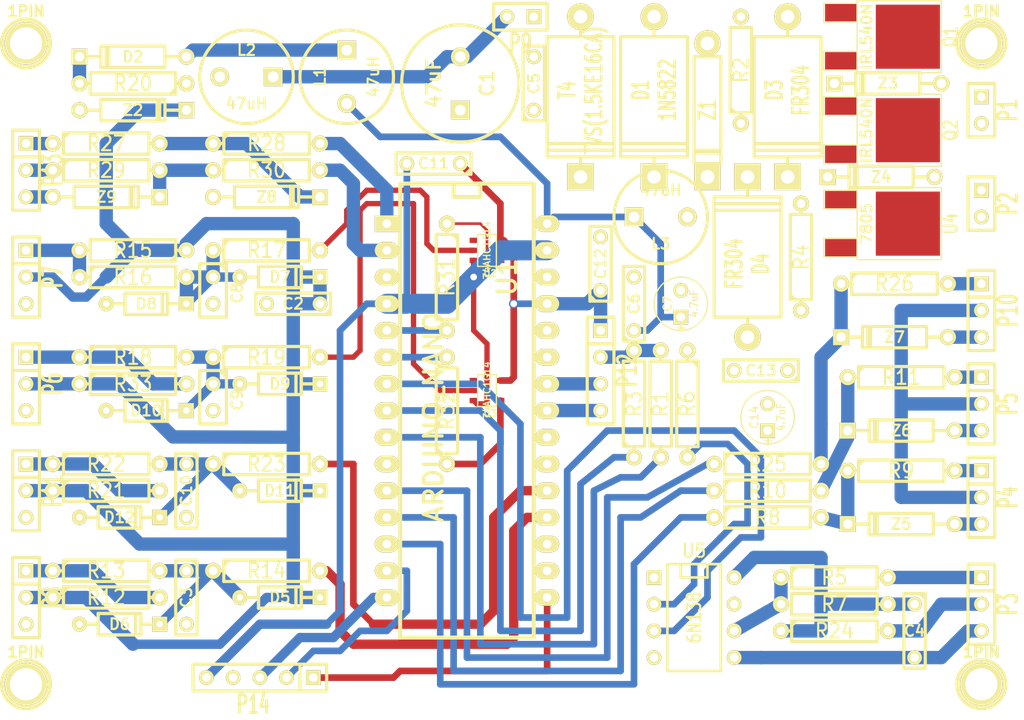
<source format=kicad_pcb>
(kicad_pcb (version 3) (host pcbnew "(2013-jul-07)-stable")

  (general
    (links 169)
    (no_connects 62)
    (area 0 0 0 0)
    (thickness 1.6)
    (drawings 0)
    (tracks 317)
    (zones 0)
    (modules 97)
    (nets 61)
  )

  (page A4)
  (layers
    (15 F.Cu signal)
    (0 B.Cu signal)
    (16 B.Adhes user)
    (17 F.Adhes user)
    (18 B.Paste user)
    (19 F.Paste user)
    (20 B.SilkS user)
    (21 F.SilkS user)
    (22 B.Mask user)
    (23 F.Mask user)
    (24 Dwgs.User user)
    (25 Cmts.User user)
    (26 Eco1.User user)
    (27 Eco2.User user)
    (28 Edge.Cuts user)
  )

  (setup
    (last_trace_width 0.635)
    (user_trace_width 0.254)
    (user_trace_width 0.508)
    (user_trace_width 0.635)
    (user_trace_width 0.889)
    (user_trace_width 1.27)
    (user_trace_width 1.905)
    (user_trace_width 2.54)
    (trace_clearance 0.254)
    (zone_clearance 0.508)
    (zone_45_only no)
    (trace_min 0.254)
    (segment_width 0.2)
    (edge_width 0.1)
    (via_size 0.889)
    (via_drill 0.635)
    (via_min_size 0.889)
    (via_min_drill 0.508)
    (uvia_size 0.508)
    (uvia_drill 0.127)
    (uvias_allowed no)
    (uvia_min_size 0.508)
    (uvia_min_drill 0.127)
    (pcb_text_width 0.3)
    (pcb_text_size 1.5 1.5)
    (mod_edge_width 0.15)
    (mod_text_size 1 1)
    (mod_text_width 0.15)
    (pad_size 2.5 2.5)
    (pad_drill 1.3)
    (pad_to_mask_clearance 0)
    (aux_axis_origin 127 19.05)
    (visible_elements FFFFFF3F)
    (pcbplotparams
      (layerselection 3178497)
      (usegerberextensions true)
      (excludeedgelayer true)
      (linewidth 0.150000)
      (plotframeref false)
      (viasonmask false)
      (mode 1)
      (useauxorigin false)
      (hpglpennumber 1)
      (hpglpenspeed 20)
      (hpglpendiameter 15)
      (hpglpenoverlay 2)
      (psnegative false)
      (psa4output false)
      (plotreference true)
      (plotvalue false)
      (plotothertext true)
      (plotinvisibletext false)
      (padsonsilk false)
      (subtractmaskfromsilk false)
      (outputformat 1)
      (mirror false)
      (drillshape 0)
      (scaleselection 1)
      (outputdirectory ""))
  )

  (net 0 "")
  (net 1 +12V)
  (net 2 +5C)
  (net 3 +5V)
  (net 4 GND)
  (net 5 N-000001)
  (net 6 N-0000010)
  (net 7 N-0000011)
  (net 8 N-0000012)
  (net 9 N-0000013)
  (net 10 N-0000014)
  (net 11 N-0000015)
  (net 12 N-0000016)
  (net 13 N-0000017)
  (net 14 N-0000019)
  (net 15 N-000002)
  (net 16 N-0000020)
  (net 17 N-0000023)
  (net 18 N-0000024)
  (net 19 N-0000025)
  (net 20 N-0000026)
  (net 21 N-0000027)
  (net 22 N-000003)
  (net 23 N-0000030)
  (net 24 N-0000031)
  (net 25 N-0000032)
  (net 26 N-0000033)
  (net 27 N-0000034)
  (net 28 N-0000035)
  (net 29 N-0000036)
  (net 30 N-0000037)
  (net 31 N-0000038)
  (net 32 N-0000039)
  (net 33 N-000004)
  (net 34 N-0000040)
  (net 35 N-0000041)
  (net 36 N-0000042)
  (net 37 N-0000043)
  (net 38 N-0000046)
  (net 39 N-000005)
  (net 40 N-0000053)
  (net 41 N-0000054)
  (net 42 N-0000058)
  (net 43 N-0000059)
  (net 44 N-000006)
  (net 45 N-0000060)
  (net 46 N-0000061)
  (net 47 N-0000062)
  (net 48 N-0000063)
  (net 49 N-0000064)
  (net 50 N-0000065)
  (net 51 N-0000066)
  (net 52 N-0000067)
  (net 53 N-0000068)
  (net 54 N-0000069)
  (net 55 N-000007)
  (net 56 N-0000070)
  (net 57 N-0000071)
  (net 58 N-0000072)
  (net 59 N-000009)
  (net 60 SGND)

  (net_class Default "This is the default net class."
    (clearance 0.254)
    (trace_width 1.27)
    (via_dia 0.889)
    (via_drill 0.635)
    (uvia_dia 0.508)
    (uvia_drill 0.127)
    (add_net "")
    (add_net +12V)
    (add_net +5C)
    (add_net +5V)
    (add_net GND)
    (add_net N-000001)
    (add_net N-0000010)
    (add_net N-0000011)
    (add_net N-0000012)
    (add_net N-0000013)
    (add_net N-0000014)
    (add_net N-0000015)
    (add_net N-0000016)
    (add_net N-0000017)
    (add_net N-0000019)
    (add_net N-000002)
    (add_net N-0000020)
    (add_net N-0000023)
    (add_net N-0000024)
    (add_net N-0000025)
    (add_net N-0000026)
    (add_net N-0000027)
    (add_net N-000003)
    (add_net N-0000030)
    (add_net N-0000031)
    (add_net N-0000032)
    (add_net N-0000033)
    (add_net N-0000034)
    (add_net N-0000035)
    (add_net N-0000036)
    (add_net N-0000037)
    (add_net N-0000038)
    (add_net N-0000039)
    (add_net N-000004)
    (add_net N-0000040)
    (add_net N-0000041)
    (add_net N-0000042)
    (add_net N-0000043)
    (add_net N-0000046)
    (add_net N-000005)
    (add_net N-0000053)
    (add_net N-0000054)
    (add_net N-0000058)
    (add_net N-0000059)
    (add_net N-000006)
    (add_net N-0000060)
    (add_net N-0000061)
    (add_net N-0000062)
    (add_net N-0000063)
    (add_net N-0000064)
    (add_net N-0000065)
    (add_net N-0000066)
    (add_net N-0000067)
    (add_net N-0000068)
    (add_net N-0000069)
    (add_net N-000007)
    (add_net N-0000070)
    (add_net N-0000071)
    (add_net N-0000072)
    (add_net N-000009)
    (add_net SGND)
  )

  (module DO-41 (layer F.Cu) (tedit 4C5F69ED) (tstamp 563F429F)
    (at 217.17 76.2 180)
    (descr "Diode 3 pas")
    (tags "DIODE DEV")
    (path /55D9637F)
    (fp_text reference Z6 (at 0 0 180) (layer F.SilkS)
      (effects (font (size 1.016 1.016) (thickness 0.2032)))
    )
    (fp_text value 1N4733 (at 0 0 180) (layer F.SilkS) hide
      (effects (font (size 1.016 1.016) (thickness 0.2032)))
    )
    (fp_line (start -3.81 0) (end -5.08 0) (layer F.SilkS) (width 0.3175))
    (fp_line (start 3.81 0) (end 5.08 0) (layer F.SilkS) (width 0.3175))
    (fp_line (start 3.81 0) (end 3.048 0) (layer F.SilkS) (width 0.3175))
    (fp_line (start 3.048 0) (end 3.048 -1.016) (layer F.SilkS) (width 0.3048))
    (fp_line (start 3.048 -1.016) (end -3.048 -1.016) (layer F.SilkS) (width 0.3048))
    (fp_line (start -3.048 -1.016) (end -3.048 0) (layer F.SilkS) (width 0.3048))
    (fp_line (start -3.048 0) (end -3.81 0) (layer F.SilkS) (width 0.3048))
    (fp_line (start -3.048 0) (end -3.048 1.016) (layer F.SilkS) (width 0.3048))
    (fp_line (start -3.048 1.016) (end 3.048 1.016) (layer F.SilkS) (width 0.3048))
    (fp_line (start 3.048 1.016) (end 3.048 0) (layer F.SilkS) (width 0.3048))
    (fp_line (start 2.54 -1.016) (end 2.54 1.016) (layer F.SilkS) (width 0.3048))
    (fp_line (start 2.286 1.016) (end 2.286 -1.016) (layer F.SilkS) (width 0.3048))
    (pad 2 thru_hole rect (at 5.08 0 180) (size 1.524 1.524) (drill 0.889)
      (layers *.Cu *.Mask F.SilkS)
      (net 45 N-0000060)
    )
    (pad 1 thru_hole circle (at -5.08 0 180) (size 1.524 1.524) (drill 0.889)
      (layers *.Cu *.Mask F.SilkS)
      (net 4 GND)
    )
  )

  (module DO-41 (layer F.Cu) (tedit 4C5F69ED) (tstamp 563F42B1)
    (at 217.17 85.09 180)
    (descr "Diode 3 pas")
    (tags "DIODE DEV")
    (path /55D963A3)
    (fp_text reference Z5 (at 0 0 180) (layer F.SilkS)
      (effects (font (size 1.016 1.016) (thickness 0.2032)))
    )
    (fp_text value 1N4733 (at 0 0 180) (layer F.SilkS) hide
      (effects (font (size 1.016 1.016) (thickness 0.2032)))
    )
    (fp_line (start -3.81 0) (end -5.08 0) (layer F.SilkS) (width 0.3175))
    (fp_line (start 3.81 0) (end 5.08 0) (layer F.SilkS) (width 0.3175))
    (fp_line (start 3.81 0) (end 3.048 0) (layer F.SilkS) (width 0.3175))
    (fp_line (start 3.048 0) (end 3.048 -1.016) (layer F.SilkS) (width 0.3048))
    (fp_line (start 3.048 -1.016) (end -3.048 -1.016) (layer F.SilkS) (width 0.3048))
    (fp_line (start -3.048 -1.016) (end -3.048 0) (layer F.SilkS) (width 0.3048))
    (fp_line (start -3.048 0) (end -3.81 0) (layer F.SilkS) (width 0.3048))
    (fp_line (start -3.048 0) (end -3.048 1.016) (layer F.SilkS) (width 0.3048))
    (fp_line (start -3.048 1.016) (end 3.048 1.016) (layer F.SilkS) (width 0.3048))
    (fp_line (start 3.048 1.016) (end 3.048 0) (layer F.SilkS) (width 0.3048))
    (fp_line (start 2.54 -1.016) (end 2.54 1.016) (layer F.SilkS) (width 0.3048))
    (fp_line (start 2.286 1.016) (end 2.286 -1.016) (layer F.SilkS) (width 0.3048))
    (pad 2 thru_hole rect (at 5.08 0 180) (size 1.524 1.524) (drill 0.889)
      (layers *.Cu *.Mask F.SilkS)
      (net 46 N-0000061)
    )
    (pad 1 thru_hole circle (at -5.08 0 180) (size 1.524 1.524) (drill 0.889)
      (layers *.Cu *.Mask F.SilkS)
      (net 4 GND)
    )
  )

  (module DO-41 (layer F.Cu) (tedit 5641C8A5) (tstamp 563F42C3)
    (at 215.9 43.18 180)
    (descr "Diode 3 pas")
    (tags "DIODE DEV")
    (path /562C5BE7)
    (fp_text reference Z3 (at 0 0 180) (layer F.SilkS)
      (effects (font (size 1.016 1.016) (thickness 0.2032)))
    )
    (fp_text value 1N4733 (at 0 0 180) (layer F.SilkS) hide
      (effects (font (size 1.016 1.016) (thickness 0.2032)))
    )
    (fp_line (start -3.81 0) (end -5.08 0) (layer F.SilkS) (width 0.3175))
    (fp_line (start 3.81 0) (end 5.08 0) (layer F.SilkS) (width 0.3175))
    (fp_line (start 3.81 0) (end 3.048 0) (layer F.SilkS) (width 0.3175))
    (fp_line (start 3.048 0) (end 3.048 -1.016) (layer F.SilkS) (width 0.3048))
    (fp_line (start 3.048 -1.016) (end -3.048 -1.016) (layer F.SilkS) (width 0.3048))
    (fp_line (start -3.048 -1.016) (end -3.048 0) (layer F.SilkS) (width 0.3048))
    (fp_line (start -3.048 0) (end -3.81 0) (layer F.SilkS) (width 0.3048))
    (fp_line (start -3.048 0) (end -3.048 1.016) (layer F.SilkS) (width 0.3048))
    (fp_line (start -3.048 1.016) (end 3.048 1.016) (layer F.SilkS) (width 0.3048))
    (fp_line (start 3.048 1.016) (end 3.048 0) (layer F.SilkS) (width 0.3048))
    (fp_line (start 2.54 -1.016) (end 2.54 1.016) (layer F.SilkS) (width 0.3048))
    (fp_line (start 2.286 1.016) (end 2.286 -1.016) (layer F.SilkS) (width 0.3048))
    (pad 2 thru_hole rect (at 5.08 0 180) (size 1.524 1.524) (drill 0.889)
      (layers *.Cu *.Mask F.SilkS)
      (net 38 N-0000046)
    )
    (pad 1 thru_hole circle (at -5.08 0 180) (size 1.524 1.524) (drill 0.889)
      (layers *.Cu *.Mask F.SilkS)
      (net 4 GND)
    )
  )

  (module DO-41 (layer F.Cu) (tedit 4C5F69ED) (tstamp 563F42D5)
    (at 144.145 45.72)
    (descr "Diode 3 pas")
    (tags "DIODE DEV")
    (path /562AEA70)
    (fp_text reference Z2 (at 0 0) (layer F.SilkS)
      (effects (font (size 1.016 1.016) (thickness 0.2032)))
    )
    (fp_text value "IN4732 (4.7V)" (at 0 0) (layer F.SilkS) hide
      (effects (font (size 1.016 1.016) (thickness 0.2032)))
    )
    (fp_line (start -3.81 0) (end -5.08 0) (layer F.SilkS) (width 0.3175))
    (fp_line (start 3.81 0) (end 5.08 0) (layer F.SilkS) (width 0.3175))
    (fp_line (start 3.81 0) (end 3.048 0) (layer F.SilkS) (width 0.3175))
    (fp_line (start 3.048 0) (end 3.048 -1.016) (layer F.SilkS) (width 0.3048))
    (fp_line (start 3.048 -1.016) (end -3.048 -1.016) (layer F.SilkS) (width 0.3048))
    (fp_line (start -3.048 -1.016) (end -3.048 0) (layer F.SilkS) (width 0.3048))
    (fp_line (start -3.048 0) (end -3.81 0) (layer F.SilkS) (width 0.3048))
    (fp_line (start -3.048 0) (end -3.048 1.016) (layer F.SilkS) (width 0.3048))
    (fp_line (start -3.048 1.016) (end 3.048 1.016) (layer F.SilkS) (width 0.3048))
    (fp_line (start 3.048 1.016) (end 3.048 0) (layer F.SilkS) (width 0.3048))
    (fp_line (start 2.54 -1.016) (end 2.54 1.016) (layer F.SilkS) (width 0.3048))
    (fp_line (start 2.286 1.016) (end 2.286 -1.016) (layer F.SilkS) (width 0.3048))
    (pad 2 thru_hole rect (at 5.08 0) (size 1.524 1.524) (drill 0.889)
      (layers *.Cu *.Mask F.SilkS)
      (net 2 +5C)
    )
    (pad 1 thru_hole circle (at -5.08 0) (size 1.524 1.524) (drill 0.889)
      (layers *.Cu *.Mask F.SilkS)
      (net 60 SGND)
    )
  )

  (module DO-41 (layer F.Cu) (tedit 4C5F69ED) (tstamp 56437A6B)
    (at 215.265 52.07 180)
    (descr "Diode 3 pas")
    (tags "DIODE DEV")
    (path /56309628)
    (fp_text reference Z4 (at 0 0 180) (layer F.SilkS)
      (effects (font (size 1.016 1.016) (thickness 0.2032)))
    )
    (fp_text value 1N4733 (at 0 0 180) (layer F.SilkS) hide
      (effects (font (size 1.016 1.016) (thickness 0.2032)))
    )
    (fp_line (start -3.81 0) (end -5.08 0) (layer F.SilkS) (width 0.3175))
    (fp_line (start 3.81 0) (end 5.08 0) (layer F.SilkS) (width 0.3175))
    (fp_line (start 3.81 0) (end 3.048 0) (layer F.SilkS) (width 0.3175))
    (fp_line (start 3.048 0) (end 3.048 -1.016) (layer F.SilkS) (width 0.3048))
    (fp_line (start 3.048 -1.016) (end -3.048 -1.016) (layer F.SilkS) (width 0.3048))
    (fp_line (start -3.048 -1.016) (end -3.048 0) (layer F.SilkS) (width 0.3048))
    (fp_line (start -3.048 0) (end -3.81 0) (layer F.SilkS) (width 0.3048))
    (fp_line (start -3.048 0) (end -3.048 1.016) (layer F.SilkS) (width 0.3048))
    (fp_line (start -3.048 1.016) (end 3.048 1.016) (layer F.SilkS) (width 0.3048))
    (fp_line (start 3.048 1.016) (end 3.048 0) (layer F.SilkS) (width 0.3048))
    (fp_line (start 2.54 -1.016) (end 2.54 1.016) (layer F.SilkS) (width 0.3048))
    (fp_line (start 2.286 1.016) (end 2.286 -1.016) (layer F.SilkS) (width 0.3048))
    (pad 2 thru_hole rect (at 5.08 0 180) (size 1.524 1.524) (drill 0.889)
      (layers *.Cu *.Mask F.SilkS)
      (net 15 N-000002)
    )
    (pad 1 thru_hole circle (at -5.08 0 180) (size 1.524 1.524) (drill 0.889)
      (layers *.Cu *.Mask F.SilkS)
      (net 4 GND)
    )
  )

  (module DO-41 (layer F.Cu) (tedit 4C5F69ED) (tstamp 563F42F9)
    (at 144.145 40.64 180)
    (descr "Diode 3 pas")
    (tags "DIODE DEV")
    (path /562AEF27)
    (fp_text reference D2 (at 0 0 180) (layer F.SilkS)
      (effects (font (size 1.016 1.016) (thickness 0.2032)))
    )
    (fp_text value 1N4002 (at 0 0 180) (layer F.SilkS) hide
      (effects (font (size 1.016 1.016) (thickness 0.2032)))
    )
    (fp_line (start -3.81 0) (end -5.08 0) (layer F.SilkS) (width 0.3175))
    (fp_line (start 3.81 0) (end 5.08 0) (layer F.SilkS) (width 0.3175))
    (fp_line (start 3.81 0) (end 3.048 0) (layer F.SilkS) (width 0.3175))
    (fp_line (start 3.048 0) (end 3.048 -1.016) (layer F.SilkS) (width 0.3048))
    (fp_line (start 3.048 -1.016) (end -3.048 -1.016) (layer F.SilkS) (width 0.3048))
    (fp_line (start -3.048 -1.016) (end -3.048 0) (layer F.SilkS) (width 0.3048))
    (fp_line (start -3.048 0) (end -3.81 0) (layer F.SilkS) (width 0.3048))
    (fp_line (start -3.048 0) (end -3.048 1.016) (layer F.SilkS) (width 0.3048))
    (fp_line (start -3.048 1.016) (end 3.048 1.016) (layer F.SilkS) (width 0.3048))
    (fp_line (start 3.048 1.016) (end 3.048 0) (layer F.SilkS) (width 0.3048))
    (fp_line (start 2.54 -1.016) (end 2.54 1.016) (layer F.SilkS) (width 0.3048))
    (fp_line (start 2.286 1.016) (end 2.286 -1.016) (layer F.SilkS) (width 0.3048))
    (pad 2 thru_hole rect (at 5.08 0 180) (size 1.524 1.524) (drill 0.889)
      (layers *.Cu *.Mask F.SilkS)
      (net 16 N-0000020)
    )
    (pad 1 thru_hole circle (at -5.08 0 180) (size 1.524 1.524) (drill 0.889)
      (layers *.Cu *.Mask F.SilkS)
      (net 14 N-0000019)
    )
  )

  (module DO-35 (layer F.Cu) (tedit 4C5F69DC) (tstamp 563F4306)
    (at 158.115 61.595)
    (descr "Diode 3 pas")
    (tags "DIODE DEV")
    (path /562AF422)
    (fp_text reference D7 (at 0 0) (layer F.SilkS)
      (effects (font (size 1.016 1.016) (thickness 0.2032)))
    )
    (fp_text value BAT48 (at 0 0) (layer F.SilkS) hide
      (effects (font (size 1.016 1.016) (thickness 0.2032)))
    )
    (fp_line (start 2.032 0) (end 3.81 0) (layer F.SilkS) (width 0.3175))
    (fp_line (start -2.032 0) (end -3.81 0) (layer F.SilkS) (width 0.3175))
    (fp_line (start 1.524 -1.016) (end 1.524 1.016) (layer F.SilkS) (width 0.3175))
    (fp_line (start -2.032 -1.016) (end -2.032 1.016) (layer F.SilkS) (width 0.3175))
    (fp_line (start -2.032 1.016) (end 2.032 1.016) (layer F.SilkS) (width 0.3175))
    (fp_line (start 2.032 1.016) (end 2.032 -1.016) (layer F.SilkS) (width 0.3175))
    (fp_line (start 2.032 -1.016) (end -2.032 -1.016) (layer F.SilkS) (width 0.3175))
    (pad 2 thru_hole rect (at 3.81 0) (size 1.4224 1.4224) (drill 0.6096)
      (layers *.Cu *.Mask F.SilkS)
      (net 2 +5C)
    )
    (pad 1 thru_hole circle (at -3.81 0) (size 1.4224 1.4224) (drill 0.6096)
      (layers *.Cu *.Mask F.SilkS)
      (net 47 N-0000062)
    )
    (model discret/diode.wrl
      (at (xyz 0 0 0))
      (scale (xyz 0.3 0.3 0.3))
      (rotate (xyz 0 0 0))
    )
  )

  (module DO-35 (layer F.Cu) (tedit 4C5F69DC) (tstamp 563F4313)
    (at 145.415 74.295)
    (descr "Diode 3 pas")
    (tags "DIODE DEV")
    (path /562AF773)
    (fp_text reference D10 (at 0 0) (layer F.SilkS)
      (effects (font (size 1.016 1.016) (thickness 0.2032)))
    )
    (fp_text value BAT48 (at 0 0) (layer F.SilkS) hide
      (effects (font (size 1.016 1.016) (thickness 0.2032)))
    )
    (fp_line (start 2.032 0) (end 3.81 0) (layer F.SilkS) (width 0.3175))
    (fp_line (start -2.032 0) (end -3.81 0) (layer F.SilkS) (width 0.3175))
    (fp_line (start 1.524 -1.016) (end 1.524 1.016) (layer F.SilkS) (width 0.3175))
    (fp_line (start -2.032 -1.016) (end -2.032 1.016) (layer F.SilkS) (width 0.3175))
    (fp_line (start -2.032 1.016) (end 2.032 1.016) (layer F.SilkS) (width 0.3175))
    (fp_line (start 2.032 1.016) (end 2.032 -1.016) (layer F.SilkS) (width 0.3175))
    (fp_line (start 2.032 -1.016) (end -2.032 -1.016) (layer F.SilkS) (width 0.3175))
    (pad 2 thru_hole rect (at 3.81 0) (size 1.4224 1.4224) (drill 0.6096)
      (layers *.Cu *.Mask F.SilkS)
      (net 51 N-0000066)
    )
    (pad 1 thru_hole circle (at -3.81 0) (size 1.4224 1.4224) (drill 0.6096)
      (layers *.Cu *.Mask F.SilkS)
      (net 60 SGND)
    )
    (model discret/diode.wrl
      (at (xyz 0 0 0))
      (scale (xyz 0.3 0.3 0.3))
      (rotate (xyz 0 0 0))
    )
  )

  (module DO-35 (layer F.Cu) (tedit 4C5F69DC) (tstamp 563F4320)
    (at 158.115 71.755)
    (descr "Diode 3 pas")
    (tags "DIODE DEV")
    (path /562AF85D)
    (fp_text reference D9 (at 0 0) (layer F.SilkS)
      (effects (font (size 1.016 1.016) (thickness 0.2032)))
    )
    (fp_text value BAT48 (at 0 0) (layer F.SilkS) hide
      (effects (font (size 1.016 1.016) (thickness 0.2032)))
    )
    (fp_line (start 2.032 0) (end 3.81 0) (layer F.SilkS) (width 0.3175))
    (fp_line (start -2.032 0) (end -3.81 0) (layer F.SilkS) (width 0.3175))
    (fp_line (start 1.524 -1.016) (end 1.524 1.016) (layer F.SilkS) (width 0.3175))
    (fp_line (start -2.032 -1.016) (end -2.032 1.016) (layer F.SilkS) (width 0.3175))
    (fp_line (start -2.032 1.016) (end 2.032 1.016) (layer F.SilkS) (width 0.3175))
    (fp_line (start 2.032 1.016) (end 2.032 -1.016) (layer F.SilkS) (width 0.3175))
    (fp_line (start 2.032 -1.016) (end -2.032 -1.016) (layer F.SilkS) (width 0.3175))
    (pad 2 thru_hole rect (at 3.81 0) (size 1.4224 1.4224) (drill 0.6096)
      (layers *.Cu *.Mask F.SilkS)
      (net 2 +5C)
    )
    (pad 1 thru_hole circle (at -3.81 0) (size 1.4224 1.4224) (drill 0.6096)
      (layers *.Cu *.Mask F.SilkS)
      (net 51 N-0000066)
    )
    (model discret/diode.wrl
      (at (xyz 0 0 0))
      (scale (xyz 0.3 0.3 0.3))
      (rotate (xyz 0 0 0))
    )
  )

  (module DO-35 (layer F.Cu) (tedit 4C5F69DC) (tstamp 563F432D)
    (at 145.415 64.135)
    (descr "Diode 3 pas")
    (tags "DIODE DEV")
    (path /562AF41C)
    (fp_text reference D8 (at 0 0) (layer F.SilkS)
      (effects (font (size 1.016 1.016) (thickness 0.2032)))
    )
    (fp_text value BAT48 (at 0 0) (layer F.SilkS) hide
      (effects (font (size 1.016 1.016) (thickness 0.2032)))
    )
    (fp_line (start 2.032 0) (end 3.81 0) (layer F.SilkS) (width 0.3175))
    (fp_line (start -2.032 0) (end -3.81 0) (layer F.SilkS) (width 0.3175))
    (fp_line (start 1.524 -1.016) (end 1.524 1.016) (layer F.SilkS) (width 0.3175))
    (fp_line (start -2.032 -1.016) (end -2.032 1.016) (layer F.SilkS) (width 0.3175))
    (fp_line (start -2.032 1.016) (end 2.032 1.016) (layer F.SilkS) (width 0.3175))
    (fp_line (start 2.032 1.016) (end 2.032 -1.016) (layer F.SilkS) (width 0.3175))
    (fp_line (start 2.032 -1.016) (end -2.032 -1.016) (layer F.SilkS) (width 0.3175))
    (pad 2 thru_hole rect (at 3.81 0) (size 1.4224 1.4224) (drill 0.6096)
      (layers *.Cu *.Mask F.SilkS)
      (net 47 N-0000062)
    )
    (pad 1 thru_hole circle (at -3.81 0) (size 1.4224 1.4224) (drill 0.6096)
      (layers *.Cu *.Mask F.SilkS)
      (net 60 SGND)
    )
    (model discret/diode.wrl
      (at (xyz 0 0 0))
      (scale (xyz 0.3 0.3 0.3))
      (rotate (xyz 0 0 0))
    )
  )

  (module DO-35 (layer F.Cu) (tedit 4C5F69DC) (tstamp 563F433A)
    (at 158.115 92.075)
    (descr "Diode 3 pas")
    (tags "DIODE DEV")
    (path /562AF416)
    (fp_text reference D5 (at 0 0) (layer F.SilkS)
      (effects (font (size 1.016 1.016) (thickness 0.2032)))
    )
    (fp_text value BAT48 (at 0 0) (layer F.SilkS) hide
      (effects (font (size 1.016 1.016) (thickness 0.2032)))
    )
    (fp_line (start 2.032 0) (end 3.81 0) (layer F.SilkS) (width 0.3175))
    (fp_line (start -2.032 0) (end -3.81 0) (layer F.SilkS) (width 0.3175))
    (fp_line (start 1.524 -1.016) (end 1.524 1.016) (layer F.SilkS) (width 0.3175))
    (fp_line (start -2.032 -1.016) (end -2.032 1.016) (layer F.SilkS) (width 0.3175))
    (fp_line (start -2.032 1.016) (end 2.032 1.016) (layer F.SilkS) (width 0.3175))
    (fp_line (start 2.032 1.016) (end 2.032 -1.016) (layer F.SilkS) (width 0.3175))
    (fp_line (start 2.032 -1.016) (end -2.032 -1.016) (layer F.SilkS) (width 0.3175))
    (pad 2 thru_hole rect (at 3.81 0) (size 1.4224 1.4224) (drill 0.6096)
      (layers *.Cu *.Mask F.SilkS)
      (net 2 +5C)
    )
    (pad 1 thru_hole circle (at -3.81 0) (size 1.4224 1.4224) (drill 0.6096)
      (layers *.Cu *.Mask F.SilkS)
      (net 42 N-0000058)
    )
    (model discret/diode.wrl
      (at (xyz 0 0 0))
      (scale (xyz 0.3 0.3 0.3))
      (rotate (xyz 0 0 0))
    )
  )

  (module DO-35 (layer F.Cu) (tedit 4C5F69DC) (tstamp 563F4347)
    (at 142.875 94.615)
    (descr "Diode 3 pas")
    (tags "DIODE DEV")
    (path /562AF3EA)
    (fp_text reference D6 (at 0 0) (layer F.SilkS)
      (effects (font (size 1.016 1.016) (thickness 0.2032)))
    )
    (fp_text value BAT48 (at 0 0) (layer F.SilkS) hide
      (effects (font (size 1.016 1.016) (thickness 0.2032)))
    )
    (fp_line (start 2.032 0) (end 3.81 0) (layer F.SilkS) (width 0.3175))
    (fp_line (start -2.032 0) (end -3.81 0) (layer F.SilkS) (width 0.3175))
    (fp_line (start 1.524 -1.016) (end 1.524 1.016) (layer F.SilkS) (width 0.3175))
    (fp_line (start -2.032 -1.016) (end -2.032 1.016) (layer F.SilkS) (width 0.3175))
    (fp_line (start -2.032 1.016) (end 2.032 1.016) (layer F.SilkS) (width 0.3175))
    (fp_line (start 2.032 1.016) (end 2.032 -1.016) (layer F.SilkS) (width 0.3175))
    (fp_line (start 2.032 -1.016) (end -2.032 -1.016) (layer F.SilkS) (width 0.3175))
    (pad 2 thru_hole rect (at 3.81 0) (size 1.4224 1.4224) (drill 0.6096)
      (layers *.Cu *.Mask F.SilkS)
      (net 42 N-0000058)
    )
    (pad 1 thru_hole circle (at -3.81 0) (size 1.4224 1.4224) (drill 0.6096)
      (layers *.Cu *.Mask F.SilkS)
      (net 60 SGND)
    )
    (model discret/diode.wrl
      (at (xyz 0 0 0))
      (scale (xyz 0.3 0.3 0.3))
      (rotate (xyz 0 0 0))
    )
  )

  (module C2V10 (layer F.Cu) (tedit 41854742) (tstamp 56449FF7)
    (at 175.26 43.18 90)
    (descr "Condensateur polarise")
    (tags CP)
    (path /5630A14C)
    (fp_text reference C1 (at 0 2.54 90) (layer F.SilkS)
      (effects (font (size 1.27 1.27) (thickness 0.254)))
    )
    (fp_text value 47uF (at 0 -2.54 90) (layer F.SilkS)
      (effects (font (size 1.27 1.27) (thickness 0.254)))
    )
    (fp_circle (center 0 0) (end 4.826 -2.794) (layer F.SilkS) (width 0.3048))
    (pad 1 thru_hole rect (at -2.54 0 90) (size 1.778 1.778) (drill 1.016)
      (layers *.Cu *.Mask F.SilkS)
      (net 1 +12V)
    )
    (pad 2 thru_hole circle (at 2.54 0 90) (size 1.778 1.778) (drill 1.016)
      (layers *.Cu *.Mask F.SilkS)
      (net 4 GND)
    )
    (model discret/c_vert_c2v10.wrl
      (at (xyz 0 0 0))
      (scale (xyz 1 1 1))
      (rotate (xyz 0 0 0))
    )
  )

  (module C2 (layer F.Cu) (tedit 563F5352) (tstamp 563FD075)
    (at 218.44 95.25 270)
    (descr "Condensateur = 2 pas")
    (tags C)
    (path /562C563B)
    (fp_text reference C4 (at 0 0 360) (layer F.SilkS)
      (effects (font (size 1.016 1.016) (thickness 0.2032)))
    )
    (fp_text value 0.1uF (at 0 0 270) (layer F.SilkS) hide
      (effects (font (size 1.016 1.016) (thickness 0.2032)))
    )
    (fp_line (start -3.556 -1.016) (end 3.556 -1.016) (layer F.SilkS) (width 0.3048))
    (fp_line (start 3.556 -1.016) (end 3.556 1.016) (layer F.SilkS) (width 0.3048))
    (fp_line (start 3.556 1.016) (end -3.556 1.016) (layer F.SilkS) (width 0.3048))
    (fp_line (start -3.556 1.016) (end -3.556 -1.016) (layer F.SilkS) (width 0.3048))
    (fp_line (start -3.556 -0.508) (end -3.048 -1.016) (layer F.SilkS) (width 0.3048))
    (pad 1 thru_hole circle (at -2.54 0 270) (size 1.397 1.397) (drill 0.8128)
      (layers *.Cu *.Mask F.SilkS)
      (net 12 N-0000016)
    )
    (pad 2 thru_hole circle (at 2.54 0 270) (size 1.397 1.397) (drill 0.8128)
      (layers *.Cu *.Mask F.SilkS)
      (net 13 N-0000017)
    )
    (model discret/capa_2pas_5x5mm.wrl
      (at (xyz 0 0 0))
      (scale (xyz 1 1 1))
      (rotate (xyz 0 0 0))
    )
  )

  (module C2 (layer F.Cu) (tedit 200000) (tstamp 563F436B)
    (at 149.225 92.075 270)
    (descr "Condensateur = 2 pas")
    (tags C)
    (path /55D7248B)
    (fp_text reference C3 (at 0 0 270) (layer F.SilkS)
      (effects (font (size 1.016 1.016) (thickness 0.2032)))
    )
    (fp_text value 0.1uF (at 0 0 270) (layer F.SilkS) hide
      (effects (font (size 1.016 1.016) (thickness 0.2032)))
    )
    (fp_line (start -3.556 -1.016) (end 3.556 -1.016) (layer F.SilkS) (width 0.3048))
    (fp_line (start 3.556 -1.016) (end 3.556 1.016) (layer F.SilkS) (width 0.3048))
    (fp_line (start 3.556 1.016) (end -3.556 1.016) (layer F.SilkS) (width 0.3048))
    (fp_line (start -3.556 1.016) (end -3.556 -1.016) (layer F.SilkS) (width 0.3048))
    (fp_line (start -3.556 -0.508) (end -3.048 -1.016) (layer F.SilkS) (width 0.3048))
    (pad 1 thru_hole circle (at -2.54 0 270) (size 1.397 1.397) (drill 0.8128)
      (layers *.Cu *.Mask F.SilkS)
      (net 42 N-0000058)
    )
    (pad 2 thru_hole circle (at 2.54 0 270) (size 1.397 1.397) (drill 0.8128)
      (layers *.Cu *.Mask F.SilkS)
      (net 60 SGND)
    )
    (model discret/capa_2pas_5x5mm.wrl
      (at (xyz 0 0 0))
      (scale (xyz 1 1 1))
      (rotate (xyz 0 0 0))
    )
  )

  (module C2 (layer F.Cu) (tedit 200000) (tstamp 563F4376)
    (at 159.385 64.135 180)
    (descr "Condensateur = 2 pas")
    (tags C)
    (path /562AEA8E)
    (fp_text reference C2 (at 0 0 180) (layer F.SilkS)
      (effects (font (size 1.016 1.016) (thickness 0.2032)))
    )
    (fp_text value "0.1 uF" (at 0 0 180) (layer F.SilkS) hide
      (effects (font (size 1.016 1.016) (thickness 0.2032)))
    )
    (fp_line (start -3.556 -1.016) (end 3.556 -1.016) (layer F.SilkS) (width 0.3048))
    (fp_line (start 3.556 -1.016) (end 3.556 1.016) (layer F.SilkS) (width 0.3048))
    (fp_line (start 3.556 1.016) (end -3.556 1.016) (layer F.SilkS) (width 0.3048))
    (fp_line (start -3.556 1.016) (end -3.556 -1.016) (layer F.SilkS) (width 0.3048))
    (fp_line (start -3.556 -0.508) (end -3.048 -1.016) (layer F.SilkS) (width 0.3048))
    (pad 1 thru_hole circle (at -2.54 0 180) (size 1.397 1.397) (drill 0.8128)
      (layers *.Cu *.Mask F.SilkS)
      (net 2 +5C)
    )
    (pad 2 thru_hole circle (at 2.54 0 180) (size 1.397 1.397) (drill 0.8128)
      (layers *.Cu *.Mask F.SilkS)
      (net 60 SGND)
    )
    (model discret/capa_2pas_5x5mm.wrl
      (at (xyz 0 0 0))
      (scale (xyz 1 1 1))
      (rotate (xyz 0 0 0))
    )
  )

  (module C2 (layer F.Cu) (tedit 200000) (tstamp 563F4381)
    (at 182.245 43.18 90)
    (descr "Condensateur = 2 pas")
    (tags C)
    (path /5630A133)
    (fp_text reference C5 (at 0 0 90) (layer F.SilkS)
      (effects (font (size 1.016 1.016) (thickness 0.2032)))
    )
    (fp_text value 0.1uF (at 0 0 90) (layer F.SilkS) hide
      (effects (font (size 1.016 1.016) (thickness 0.2032)))
    )
    (fp_line (start -3.556 -1.016) (end 3.556 -1.016) (layer F.SilkS) (width 0.3048))
    (fp_line (start 3.556 -1.016) (end 3.556 1.016) (layer F.SilkS) (width 0.3048))
    (fp_line (start 3.556 1.016) (end -3.556 1.016) (layer F.SilkS) (width 0.3048))
    (fp_line (start -3.556 1.016) (end -3.556 -1.016) (layer F.SilkS) (width 0.3048))
    (fp_line (start -3.556 -0.508) (end -3.048 -1.016) (layer F.SilkS) (width 0.3048))
    (pad 1 thru_hole circle (at -2.54 0 90) (size 1.397 1.397) (drill 0.8128)
      (layers *.Cu *.Mask F.SilkS)
      (net 1 +12V)
    )
    (pad 2 thru_hole circle (at 2.54 0 90) (size 1.397 1.397) (drill 0.8128)
      (layers *.Cu *.Mask F.SilkS)
      (net 4 GND)
    )
    (model discret/capa_2pas_5x5mm.wrl
      (at (xyz 0 0 0))
      (scale (xyz 1 1 1))
      (rotate (xyz 0 0 0))
    )
  )

  (module C2 (layer F.Cu) (tedit 200000) (tstamp 563F438C)
    (at 191.77 64.135 90)
    (descr "Condensateur = 2 pas")
    (tags C)
    (path /563422B8)
    (fp_text reference C6 (at 0 0 90) (layer F.SilkS)
      (effects (font (size 1.016 1.016) (thickness 0.2032)))
    )
    (fp_text value 0.1uF (at 0 0 90) (layer F.SilkS) hide
      (effects (font (size 1.016 1.016) (thickness 0.2032)))
    )
    (fp_line (start -3.556 -1.016) (end 3.556 -1.016) (layer F.SilkS) (width 0.3048))
    (fp_line (start 3.556 -1.016) (end 3.556 1.016) (layer F.SilkS) (width 0.3048))
    (fp_line (start 3.556 1.016) (end -3.556 1.016) (layer F.SilkS) (width 0.3048))
    (fp_line (start -3.556 1.016) (end -3.556 -1.016) (layer F.SilkS) (width 0.3048))
    (fp_line (start -3.556 -0.508) (end -3.048 -1.016) (layer F.SilkS) (width 0.3048))
    (pad 1 thru_hole circle (at -2.54 0 90) (size 1.397 1.397) (drill 0.8128)
      (layers *.Cu *.Mask F.SilkS)
      (net 39 N-000005)
    )
    (pad 2 thru_hole circle (at 2.54 0 90) (size 1.397 1.397) (drill 0.8128)
      (layers *.Cu *.Mask F.SilkS)
      (net 4 GND)
    )
    (model discret/capa_2pas_5x5mm.wrl
      (at (xyz 0 0 0))
      (scale (xyz 1 1 1))
      (rotate (xyz 0 0 0))
    )
  )

  (module C1 (layer F.Cu) (tedit 3F92C496) (tstamp 563F4397)
    (at 151.765 73.025 270)
    (descr "Condensateur e = 1 pas")
    (tags C)
    (path /563EEB0A)
    (fp_text reference C9 (at 0.254 -2.286 270) (layer F.SilkS)
      (effects (font (size 1.016 1.016) (thickness 0.2032)))
    )
    (fp_text value 10pF (at 0 -2.286 270) (layer F.SilkS) hide
      (effects (font (size 1.016 1.016) (thickness 0.2032)))
    )
    (fp_line (start -2.4892 -1.27) (end 2.54 -1.27) (layer F.SilkS) (width 0.3048))
    (fp_line (start 2.54 -1.27) (end 2.54 1.27) (layer F.SilkS) (width 0.3048))
    (fp_line (start 2.54 1.27) (end -2.54 1.27) (layer F.SilkS) (width 0.3048))
    (fp_line (start -2.54 1.27) (end -2.54 -1.27) (layer F.SilkS) (width 0.3048))
    (fp_line (start -2.54 -0.635) (end -1.905 -1.27) (layer F.SilkS) (width 0.3048))
    (pad 1 thru_hole circle (at -1.27 0 270) (size 1.397 1.397) (drill 0.8128)
      (layers *.Cu *.Mask F.SilkS)
      (net 51 N-0000066)
    )
    (pad 2 thru_hole circle (at 1.27 0 270) (size 1.397 1.397) (drill 0.8128)
      (layers *.Cu *.Mask F.SilkS)
      (net 60 SGND)
    )
    (model discret/capa_1_pas.wrl
      (at (xyz 0 0 0))
      (scale (xyz 1 1 1))
      (rotate (xyz 0 0 0))
    )
  )

  (module C1 (layer F.Cu) (tedit 3F92C496) (tstamp 563F43A2)
    (at 151.765 62.865 270)
    (descr "Condensateur e = 1 pas")
    (tags C)
    (path /563DD0EC)
    (fp_text reference C8 (at 0.254 -2.286 270) (layer F.SilkS)
      (effects (font (size 1.016 1.016) (thickness 0.2032)))
    )
    (fp_text value 10pF (at 0 -2.286 270) (layer F.SilkS) hide
      (effects (font (size 1.016 1.016) (thickness 0.2032)))
    )
    (fp_line (start -2.4892 -1.27) (end 2.54 -1.27) (layer F.SilkS) (width 0.3048))
    (fp_line (start 2.54 -1.27) (end 2.54 1.27) (layer F.SilkS) (width 0.3048))
    (fp_line (start 2.54 1.27) (end -2.54 1.27) (layer F.SilkS) (width 0.3048))
    (fp_line (start -2.54 1.27) (end -2.54 -1.27) (layer F.SilkS) (width 0.3048))
    (fp_line (start -2.54 -0.635) (end -1.905 -1.27) (layer F.SilkS) (width 0.3048))
    (pad 1 thru_hole circle (at -1.27 0 270) (size 1.397 1.397) (drill 0.8128)
      (layers *.Cu *.Mask F.SilkS)
      (net 47 N-0000062)
    )
    (pad 2 thru_hole circle (at 1.27 0 270) (size 1.397 1.397) (drill 0.8128)
      (layers *.Cu *.Mask F.SilkS)
      (net 60 SGND)
    )
    (model discret/capa_1_pas.wrl
      (at (xyz 0 0 0))
      (scale (xyz 1 1 1))
      (rotate (xyz 0 0 0))
    )
  )

  (module arduino_nano (layer F.Cu) (tedit 507C2E55) (tstamp 563F5F1F)
    (at 175.895 75.565 270)
    (descr "30 pins DIL package, elliptical pads, width 600mil (arduino nano)")
    (tags "DIL arduino nano")
    (path /55D063F1)
    (fp_text reference U1 (at -13.97 -3.81 270) (layer F.SilkS)
      (effects (font (size 1.778 1.778) (thickness 0.3048)))
    )
    (fp_text value ARDUINO_NANO (at -0.635 3.175 270) (layer F.SilkS)
      (effects (font (size 1.778 1.778) (thickness 0.3048)))
    )
    (fp_line (start -22.86 -6.35) (end 20.32 -6.35) (layer F.SilkS) (width 0.381))
    (fp_line (start 20.32 -6.35) (end 20.32 6.35) (layer F.SilkS) (width 0.381))
    (fp_line (start 20.32 6.35) (end -22.86 6.35) (layer F.SilkS) (width 0.381))
    (fp_line (start -22.86 6.35) (end -22.86 -6.35) (layer F.SilkS) (width 0.381))
    (fp_line (start -22.86 1.27) (end -21.59 1.27) (layer F.SilkS) (width 0.381))
    (fp_line (start -21.59 1.27) (end -21.59 -1.27) (layer F.SilkS) (width 0.381))
    (fp_line (start -21.59 -1.27) (end -22.86 -1.27) (layer F.SilkS) (width 0.381))
    (pad 1 thru_hole rect (at -19.05 7.62 270) (size 1.5748 2.286) (drill 0.8128)
      (layers *.Cu *.Mask F.SilkS)
      (net 26 N-0000033)
    )
    (pad 2 thru_hole oval (at -16.51 7.62 270) (size 1.5748 2.286) (drill 0.8128)
      (layers *.Cu *.Mask F.SilkS)
      (net 25 N-0000032)
    )
    (pad 3 thru_hole oval (at -13.97 7.62 270) (size 1.5748 2.286) (drill 0.8128)
      (layers *.Cu *.Mask F.SilkS)
    )
    (pad 4 thru_hole oval (at -11.43 7.62 270) (size 1.5748 2.286) (drill 0.8128)
      (layers *.Cu *.Mask F.SilkS)
      (net 4 GND)
    )
    (pad 5 thru_hole oval (at -8.89 7.62 270) (size 1.5748 2.286) (drill 0.8128)
      (layers *.Cu *.Mask F.SilkS)
      (net 40 N-0000053)
    )
    (pad 6 thru_hole oval (at -6.35 7.62 270) (size 1.5748 2.286) (drill 0.8128)
      (layers *.Cu *.Mask F.SilkS)
      (net 41 N-0000054)
    )
    (pad 7 thru_hole oval (at -3.81 7.62 270) (size 1.5748 2.286) (drill 0.8128)
      (layers *.Cu *.Mask F.SilkS)
      (net 7 N-0000011)
    )
    (pad 8 thru_hole oval (at -1.27 7.62 270) (size 1.5748 2.286) (drill 0.8128)
      (layers *.Cu *.Mask F.SilkS)
      (net 50 N-0000065)
    )
    (pad 9 thru_hole oval (at 1.27 7.62 270) (size 1.5748 2.286) (drill 0.8128)
      (layers *.Cu *.Mask F.SilkS)
      (net 49 N-0000064)
    )
    (pad 10 thru_hole oval (at 3.81 7.62 270) (size 1.5748 2.286) (drill 0.8128)
      (layers *.Cu *.Mask F.SilkS)
    )
    (pad 11 thru_hole oval (at 6.35 7.62 270) (size 1.5748 2.286) (drill 0.8128)
      (layers *.Cu *.Mask F.SilkS)
      (net 32 N-0000039)
    )
    (pad 12 thru_hole oval (at 8.89 7.62 270) (size 1.5748 2.286) (drill 0.8128)
      (layers *.Cu *.Mask F.SilkS)
      (net 59 N-000009)
    )
    (pad 13 thru_hole oval (at 11.43 7.62 270) (size 1.5748 2.286) (drill 0.8128)
      (layers *.Cu *.Mask F.SilkS)
      (net 6 N-0000010)
    )
    (pad 14 thru_hole oval (at 13.97 7.62 270) (size 1.5748 2.286) (drill 0.8128)
      (layers *.Cu *.Mask F.SilkS)
      (net 37 N-0000043)
    )
    (pad 15 thru_hole oval (at 16.51 7.62 270) (size 1.5748 2.286) (drill 0.8128)
      (layers *.Cu *.Mask F.SilkS)
      (net 36 N-0000042)
    )
    (pad 16 thru_hole oval (at 16.51 -7.62 270) (size 1.5748 2.286) (drill 0.8128)
      (layers *.Cu *.Mask F.SilkS)
      (net 35 N-0000041)
    )
    (pad 17 thru_hole oval (at 13.97 -7.62 270) (size 1.5748 2.286) (drill 0.8128)
      (layers *.Cu *.Mask F.SilkS)
    )
    (pad 18 thru_hole oval (at 11.43 -7.62 270) (size 1.5748 2.286) (drill 0.8128)
      (layers *.Cu *.Mask F.SilkS)
    )
    (pad 19 thru_hole oval (at 8.89 -7.62 270) (size 1.5748 2.286) (drill 0.8128)
      (layers *.Cu *.Mask F.SilkS)
      (net 30 N-0000037)
    )
    (pad 20 thru_hole oval (at 6.35 -7.62 270) (size 1.5748 2.286) (drill 0.8128)
      (layers *.Cu *.Mask F.SilkS)
      (net 44 N-000006)
    )
    (pad 21 thru_hole oval (at 3.81 -7.62 270) (size 1.5748 2.286) (drill 0.8128)
      (layers *.Cu *.Mask F.SilkS)
    )
    (pad 22 thru_hole oval (at 1.27 -7.62 270) (size 1.5748 2.286) (drill 0.8128)
      (layers *.Cu *.Mask F.SilkS)
    )
    (pad 23 thru_hole oval (at -1.27 -7.62 270) (size 1.5748 2.286) (drill 0.8128)
      (layers *.Cu *.Mask F.SilkS)
      (net 29 N-0000036)
    )
    (pad 24 thru_hole oval (at -3.81 -7.62 270) (size 1.5748 2.286) (drill 0.8128)
      (layers *.Cu *.Mask F.SilkS)
      (net 28 N-0000035)
    )
    (pad 25 thru_hole oval (at -6.35 -7.62 270) (size 1.5748 2.286) (drill 0.8128)
      (layers *.Cu *.Mask F.SilkS)
    )
    (pad 26 thru_hole oval (at -8.89 -7.62 270) (size 1.5748 2.286) (drill 0.8128)
      (layers *.Cu *.Mask F.SilkS)
    )
    (pad 27 thru_hole oval (at -11.43 -7.62 270) (size 1.5748 2.286) (drill 0.8128)
      (layers *.Cu *.Mask F.SilkS)
      (net 3 +5V)
    )
    (pad 28 thru_hole oval (at -13.97 -7.62 270) (size 1.5748 2.286) (drill 0.8128)
      (layers *.Cu *.Mask F.SilkS)
    )
    (pad 29 thru_hole oval (at -16.51 -7.62 270) (size 1.5748 2.286) (drill 0.8128)
      (layers *.Cu *.Mask F.SilkS)
      (net 4 GND)
    )
    (pad 30 thru_hole oval (at -19.05 -7.62 270) (size 1.5748 2.286) (drill 0.8128)
      (layers *.Cu *.Mask F.SilkS)
      (net 39 N-000005)
    )
    (model arduino_nano.wrl
      (at (xyz -0.978 -0.385 0))
      (scale (xyz 0.3937 0.3937 0.3937))
      (rotate (xyz 0 0 0))
    )
  )

  (module D5 (layer F.Cu) (tedit 5646D16D) (tstamp 563FCB52)
    (at 198.755 45.72 270)
    (descr "Diode 5 pas")
    (tags "DIODE DEV")
    (path /55D08C79)
    (fp_text reference Z1 (at 0 0 270) (layer F.SilkS)
      (effects (font (size 1.524 1.016) (thickness 0.3048)))
    )
    (fp_text value 1N5365B (at -0.254 0 270) (layer F.SilkS) hide
      (effects (font (size 1.524 1.016) (thickness 0.3048)))
    )
    (fp_line (start 6.35 0) (end 5.08 0) (layer F.SilkS) (width 0.3048))
    (fp_line (start 5.08 0) (end 5.08 -1.27) (layer F.SilkS) (width 0.3048))
    (fp_line (start 5.08 -1.27) (end -5.08 -1.27) (layer F.SilkS) (width 0.3048))
    (fp_line (start -5.08 -1.27) (end -5.08 0) (layer F.SilkS) (width 0.3048))
    (fp_line (start -5.08 0) (end -6.35 0) (layer F.SilkS) (width 0.3048))
    (fp_line (start -5.08 0) (end -5.08 1.27) (layer F.SilkS) (width 0.3048))
    (fp_line (start -5.08 1.27) (end 5.08 1.27) (layer F.SilkS) (width 0.3048))
    (fp_line (start 5.08 1.27) (end 5.08 0) (layer F.SilkS) (width 0.3048))
    (fp_line (start 3.81 -1.27) (end 3.81 1.27) (layer F.SilkS) (width 0.3048))
    (fp_line (start 4.064 -1.27) (end 4.064 1.27) (layer F.SilkS) (width 0.3048))
    (pad 1 thru_hole circle (at -6.35 0 270) (size 2.5 2.5) (drill 1.3)
      (layers *.Cu *.Mask F.SilkS)
      (net 43 N-0000059)
    )
    (pad 2 thru_hole rect (at 6.35 0 270) (size 2.5 2.5) (drill 1.3)
      (layers *.Cu *.Mask F.SilkS)
      (net 20 N-0000026)
    )
    (model discret/diode.wrl
      (at (xyz 0 0 0))
      (scale (xyz 0.5 0.5 0.5))
      (rotate (xyz 0 0 0))
    )
  )

  (module C1V5 (layer F.Cu) (tedit 3E070CF4) (tstamp 563F434E)
    (at 196.215 64.135 90)
    (descr "Condensateur e = 1 pas")
    (tags C)
    (path /56341FEE)
    (fp_text reference C7 (at 0 -1.26746 90) (layer F.SilkS)
      (effects (font (size 0.762 0.762) (thickness 0.127)))
    )
    (fp_text value 4.7uF (at 0 1.27 90) (layer F.SilkS)
      (effects (font (size 0.762 0.635) (thickness 0.127)))
    )
    (fp_text user + (at -2.286 0 90) (layer F.SilkS)
      (effects (font (size 0.762 0.762) (thickness 0.2032)))
    )
    (fp_circle (center 0 0) (end 0.127 -2.54) (layer F.SilkS) (width 0.127))
    (pad 1 thru_hole rect (at -1.27 0 90) (size 1.397 1.397) (drill 0.8128)
      (layers *.Cu *.Mask F.SilkS)
      (net 39 N-000005)
    )
    (pad 2 thru_hole circle (at 1.27 0 90) (size 1.397 1.397) (drill 0.8128)
      (layers *.Cu *.Mask F.SilkS)
      (net 4 GND)
    )
    (model discret/c_vert_c1v5.wrl
      (at (xyz 0 0 0))
      (scale (xyz 1 1 1))
      (rotate (xyz 0 0 0))
    )
  )

  (module SIL-3 (layer F.Cu) (tedit 200000) (tstamp 5641C883)
    (at 224.79 92.71 270)
    (descr "Connecteur 3 pins")
    (tags "CONN DEV")
    (path /55D32EEE)
    (fp_text reference P3 (at 0 -2.54 270) (layer F.SilkS)
      (effects (font (size 1.7907 1.07696) (thickness 0.3048)))
    )
    (fp_text value IGNITION (at 0 -2.54 270) (layer F.SilkS) hide
      (effects (font (size 1.524 1.016) (thickness 0.3048)))
    )
    (fp_line (start -3.81 1.27) (end -3.81 -1.27) (layer F.SilkS) (width 0.3048))
    (fp_line (start -3.81 -1.27) (end 3.81 -1.27) (layer F.SilkS) (width 0.3048))
    (fp_line (start 3.81 -1.27) (end 3.81 1.27) (layer F.SilkS) (width 0.3048))
    (fp_line (start 3.81 1.27) (end -3.81 1.27) (layer F.SilkS) (width 0.3048))
    (fp_line (start -1.27 -1.27) (end -1.27 1.27) (layer F.SilkS) (width 0.3048))
    (pad 1 thru_hole rect (at -2.54 0 270) (size 1.397 1.397) (drill 0.8128)
      (layers *.Cu *.Mask F.SilkS)
      (net 22 N-000003)
    )
    (pad 2 thru_hole circle (at 0 0 270) (size 1.397 1.397) (drill 0.8128)
      (layers *.Cu *.Mask F.SilkS)
      (net 55 N-000007)
    )
    (pad 3 thru_hole circle (at 2.54 0 270) (size 1.397 1.397) (drill 0.8128)
      (layers *.Cu *.Mask F.SilkS)
      (net 13 N-0000017)
    )
  )

  (module SIL-3 (layer F.Cu) (tedit 200000) (tstamp 563FCBC0)
    (at 133.985 61.595 270)
    (descr "Connecteur 3 pins")
    (tags "CONN DEV")
    (path /55D480F6)
    (fp_text reference P7 (at 0 -2.54 270) (layer F.SilkS)
      (effects (font (size 1.7907 1.07696) (thickness 0.3048)))
    )
    (fp_text value HALL (at 0 -2.54 270) (layer F.SilkS) hide
      (effects (font (size 1.524 1.016) (thickness 0.3048)))
    )
    (fp_line (start -3.81 1.27) (end -3.81 -1.27) (layer F.SilkS) (width 0.3048))
    (fp_line (start -3.81 -1.27) (end 3.81 -1.27) (layer F.SilkS) (width 0.3048))
    (fp_line (start 3.81 -1.27) (end 3.81 1.27) (layer F.SilkS) (width 0.3048))
    (fp_line (start 3.81 1.27) (end -3.81 1.27) (layer F.SilkS) (width 0.3048))
    (fp_line (start -1.27 -1.27) (end -1.27 1.27) (layer F.SilkS) (width 0.3048))
    (pad 1 thru_hole rect (at -2.54 0 270) (size 1.397 1.397) (drill 0.8128)
      (layers *.Cu *.Mask F.SilkS)
      (net 53 N-0000068)
    )
    (pad 2 thru_hole circle (at 0 0 270) (size 1.397 1.397) (drill 0.8128)
      (layers *.Cu *.Mask F.SilkS)
      (net 2 +5C)
    )
    (pad 3 thru_hole circle (at 2.54 0 270) (size 1.397 1.397) (drill 0.8128)
      (layers *.Cu *.Mask F.SilkS)
      (net 60 SGND)
    )
  )

  (module SIL-3 (layer F.Cu) (tedit 200000) (tstamp 563FCBCC)
    (at 133.985 71.755 270)
    (descr "Connecteur 3 pins")
    (tags "CONN DEV")
    (path /55D49237)
    (fp_text reference P6 (at 0 -2.54 270) (layer F.SilkS)
      (effects (font (size 1.7907 1.07696) (thickness 0.3048)))
    )
    (fp_text value SERVO (at 0 -2.54 270) (layer F.SilkS) hide
      (effects (font (size 1.524 1.016) (thickness 0.3048)))
    )
    (fp_line (start -3.81 1.27) (end -3.81 -1.27) (layer F.SilkS) (width 0.3048))
    (fp_line (start -3.81 -1.27) (end 3.81 -1.27) (layer F.SilkS) (width 0.3048))
    (fp_line (start 3.81 -1.27) (end 3.81 1.27) (layer F.SilkS) (width 0.3048))
    (fp_line (start 3.81 1.27) (end -3.81 1.27) (layer F.SilkS) (width 0.3048))
    (fp_line (start -1.27 -1.27) (end -1.27 1.27) (layer F.SilkS) (width 0.3048))
    (pad 1 thru_hole rect (at -2.54 0 270) (size 1.397 1.397) (drill 0.8128)
      (layers *.Cu *.Mask F.SilkS)
      (net 21 N-0000027)
    )
    (pad 2 thru_hole circle (at 0 0 270) (size 1.397 1.397) (drill 0.8128)
      (layers *.Cu *.Mask F.SilkS)
      (net 2 +5C)
    )
    (pad 3 thru_hole circle (at 2.54 0 270) (size 1.397 1.397) (drill 0.8128)
      (layers *.Cu *.Mask F.SilkS)
      (net 60 SGND)
    )
  )

  (module SIL-3 (layer F.Cu) (tedit 200000) (tstamp 563FCBD8)
    (at 224.79 82.55 270)
    (descr "Connecteur 3 pins")
    (tags "CONN DEV")
    (path /55D49603)
    (fp_text reference P4 (at 0 -2.54 270) (layer F.SilkS)
      (effects (font (size 1.7907 1.07696) (thickness 0.3048)))
    )
    (fp_text value LOAD (at 0 -2.54 270) (layer F.SilkS) hide
      (effects (font (size 1.524 1.016) (thickness 0.3048)))
    )
    (fp_line (start -3.81 1.27) (end -3.81 -1.27) (layer F.SilkS) (width 0.3048))
    (fp_line (start -3.81 -1.27) (end 3.81 -1.27) (layer F.SilkS) (width 0.3048))
    (fp_line (start 3.81 -1.27) (end 3.81 1.27) (layer F.SilkS) (width 0.3048))
    (fp_line (start 3.81 1.27) (end -3.81 1.27) (layer F.SilkS) (width 0.3048))
    (fp_line (start -1.27 -1.27) (end -1.27 1.27) (layer F.SilkS) (width 0.3048))
    (pad 1 thru_hole rect (at -2.54 0 270) (size 1.397 1.397) (drill 0.8128)
      (layers *.Cu *.Mask F.SilkS)
      (net 9 N-0000013)
    )
    (pad 2 thru_hole circle (at 0 0 270) (size 1.397 1.397) (drill 0.8128)
      (layers *.Cu *.Mask F.SilkS)
      (net 34 N-0000040)
    )
    (pad 3 thru_hole circle (at 2.54 0 270) (size 1.397 1.397) (drill 0.8128)
      (layers *.Cu *.Mask F.SilkS)
      (net 4 GND)
    )
  )

  (module SIL-3 (layer F.Cu) (tedit 200000) (tstamp 563FCBE4)
    (at 224.79 73.66 270)
    (descr "Connecteur 3 pins")
    (tags "CONN DEV")
    (path /55D49612)
    (fp_text reference P5 (at 0 -2.54 270) (layer F.SilkS)
      (effects (font (size 1.7907 1.07696) (thickness 0.3048)))
    )
    (fp_text value THROTTLE (at 0 -2.54 270) (layer F.SilkS) hide
      (effects (font (size 1.524 1.016) (thickness 0.3048)))
    )
    (fp_line (start -3.81 1.27) (end -3.81 -1.27) (layer F.SilkS) (width 0.3048))
    (fp_line (start -3.81 -1.27) (end 3.81 -1.27) (layer F.SilkS) (width 0.3048))
    (fp_line (start 3.81 -1.27) (end 3.81 1.27) (layer F.SilkS) (width 0.3048))
    (fp_line (start 3.81 1.27) (end -3.81 1.27) (layer F.SilkS) (width 0.3048))
    (fp_line (start -1.27 -1.27) (end -1.27 1.27) (layer F.SilkS) (width 0.3048))
    (pad 1 thru_hole rect (at -2.54 0 270) (size 1.397 1.397) (drill 0.8128)
      (layers *.Cu *.Mask F.SilkS)
      (net 8 N-0000012)
    )
    (pad 2 thru_hole circle (at 0 0 270) (size 1.397 1.397) (drill 0.8128)
      (layers *.Cu *.Mask F.SilkS)
      (net 34 N-0000040)
    )
    (pad 3 thru_hole circle (at 2.54 0 270) (size 1.397 1.397) (drill 0.8128)
      (layers *.Cu *.Mask F.SilkS)
      (net 4 GND)
    )
  )

  (module SIL-2 (layer F.Cu) (tedit 200000) (tstamp 563FCBFA)
    (at 224.79 45.72 270)
    (descr "Connecteurs 2 pins")
    (tags "CONN DEV")
    (path /55D0955B)
    (fp_text reference P1 (at 0 -2.54 270) (layer F.SilkS)
      (effects (font (size 1.72974 1.08712) (thickness 0.3048)))
    )
    (fp_text value INJECTOR (at 0 -2.54 270) (layer F.SilkS) hide
      (effects (font (size 1.524 1.016) (thickness 0.3048)))
    )
    (fp_line (start -2.54 1.27) (end -2.54 -1.27) (layer F.SilkS) (width 0.3048))
    (fp_line (start -2.54 -1.27) (end 2.54 -1.27) (layer F.SilkS) (width 0.3048))
    (fp_line (start 2.54 -1.27) (end 2.54 1.27) (layer F.SilkS) (width 0.3048))
    (fp_line (start 2.54 1.27) (end -2.54 1.27) (layer F.SilkS) (width 0.3048))
    (pad 1 thru_hole rect (at -1.27 0 270) (size 1.397 1.397) (drill 0.8128)
      (layers *.Cu *.Mask F.SilkS)
      (net 1 +12V)
    )
    (pad 2 thru_hole circle (at 1.27 0 270) (size 1.397 1.397) (drill 0.8128)
      (layers *.Cu *.Mask F.SilkS)
      (net 20 N-0000026)
    )
  )

  (module SIL-2 (layer F.Cu) (tedit 200000) (tstamp 563FCC04)
    (at 180.975 36.83 180)
    (descr "Connecteurs 2 pins")
    (tags "CONN DEV")
    (path /55D34122)
    (fp_text reference P9 (at 0 -2.54 180) (layer F.SilkS)
      (effects (font (size 1.72974 1.08712) (thickness 0.3048)))
    )
    (fp_text value POWER (at 0 -2.54 180) (layer F.SilkS) hide
      (effects (font (size 1.524 1.016) (thickness 0.3048)))
    )
    (fp_line (start -2.54 1.27) (end -2.54 -1.27) (layer F.SilkS) (width 0.3048))
    (fp_line (start -2.54 -1.27) (end 2.54 -1.27) (layer F.SilkS) (width 0.3048))
    (fp_line (start 2.54 -1.27) (end 2.54 1.27) (layer F.SilkS) (width 0.3048))
    (fp_line (start 2.54 1.27) (end -2.54 1.27) (layer F.SilkS) (width 0.3048))
    (pad 1 thru_hole rect (at -1.27 0 180) (size 1.397 1.397) (drill 0.8128)
      (layers *.Cu *.Mask F.SilkS)
      (net 10 N-0000014)
    )
    (pad 2 thru_hole circle (at 1.27 0 180) (size 1.397 1.397) (drill 0.8128)
      (layers *.Cu *.Mask F.SilkS)
      (net 4 GND)
    )
  )

  (module SIL-2 (layer F.Cu) (tedit 200000) (tstamp 563FCC0E)
    (at 224.79 54.61 270)
    (descr "Connecteurs 2 pins")
    (tags "CONN DEV")
    (path /56309E5C)
    (fp_text reference P2 (at 0 -2.54 270) (layer F.SilkS)
      (effects (font (size 1.72974 1.08712) (thickness 0.3048)))
    )
    (fp_text value FAN/PUMP (at 0 -2.54 270) (layer F.SilkS) hide
      (effects (font (size 1.524 1.016) (thickness 0.3048)))
    )
    (fp_line (start -2.54 1.27) (end -2.54 -1.27) (layer F.SilkS) (width 0.3048))
    (fp_line (start -2.54 -1.27) (end 2.54 -1.27) (layer F.SilkS) (width 0.3048))
    (fp_line (start 2.54 -1.27) (end 2.54 1.27) (layer F.SilkS) (width 0.3048))
    (fp_line (start 2.54 1.27) (end -2.54 1.27) (layer F.SilkS) (width 0.3048))
    (pad 1 thru_hole rect (at -1.27 0 270) (size 1.397 1.397) (drill 0.8128)
      (layers *.Cu *.Mask F.SilkS)
      (net 1 +12V)
    )
    (pad 2 thru_hole circle (at 1.27 0 270) (size 1.397 1.397) (drill 0.8128)
      (layers *.Cu *.Mask F.SilkS)
      (net 5 N-000001)
    )
  )

  (module C2V8 (layer F.Cu) (tedit 46544AA3) (tstamp 563FCC31)
    (at 194.31 55.88)
    (descr "Condensateur polarise")
    (tags CP)
    (path /562C41FA)
    (fp_text reference L3 (at 0 2.54) (layer F.SilkS)
      (effects (font (size 1.016 1.016) (thickness 0.2032)))
    )
    (fp_text value 47uH (at 0 -2.54) (layer F.SilkS)
      (effects (font (size 1.016 1.016) (thickness 0.2032)))
    )
    (fp_circle (center 0 0) (end -4.445 0) (layer F.SilkS) (width 0.3048))
    (pad 1 thru_hole rect (at -2.54 0) (size 1.778 1.778) (drill 1.016)
      (layers *.Cu *.Mask F.SilkS)
      (net 39 N-000005)
    )
    (pad 2 thru_hole circle (at 2.54 0) (size 1.778 1.778) (drill 1.016)
      (layers *.Cu *.Mask F.SilkS)
      (net 1 +12V)
    )
    (model discret/c_vert_c2v10.wrl
      (at (xyz 0 0 0))
      (scale (xyz 1 1 1))
      (rotate (xyz 0 0 0))
    )
  )

  (module R4 (layer F.Cu) (tedit 200000) (tstamp 563F4175)
    (at 144.145 69.215)
    (descr "Resitance 4 pas")
    (tags R)
    (path /563F3821)
    (autoplace_cost180 10)
    (fp_text reference R18 (at 0 0) (layer F.SilkS)
      (effects (font (size 1.397 1.27) (thickness 0.2032)))
    )
    (fp_text value 10k (at 0 0) (layer F.SilkS) hide
      (effects (font (size 1.397 1.27) (thickness 0.2032)))
    )
    (fp_line (start -5.08 0) (end -4.064 0) (layer F.SilkS) (width 0.3048))
    (fp_line (start -4.064 0) (end -4.064 -1.016) (layer F.SilkS) (width 0.3048))
    (fp_line (start -4.064 -1.016) (end 4.064 -1.016) (layer F.SilkS) (width 0.3048))
    (fp_line (start 4.064 -1.016) (end 4.064 1.016) (layer F.SilkS) (width 0.3048))
    (fp_line (start 4.064 1.016) (end -4.064 1.016) (layer F.SilkS) (width 0.3048))
    (fp_line (start -4.064 1.016) (end -4.064 0) (layer F.SilkS) (width 0.3048))
    (fp_line (start -4.064 -0.508) (end -3.556 -1.016) (layer F.SilkS) (width 0.3048))
    (fp_line (start 5.08 0) (end 4.064 0) (layer F.SilkS) (width 0.3048))
    (pad 1 thru_hole circle (at -5.08 0) (size 1.524 1.524) (drill 0.8128)
      (layers *.Cu *.Mask F.SilkS)
      (net 21 N-0000027)
    )
    (pad 2 thru_hole circle (at 5.08 0) (size 1.524 1.524) (drill 0.8128)
      (layers *.Cu *.Mask F.SilkS)
      (net 51 N-0000066)
    )
    (model discret/resistor.wrl
      (at (xyz 0 0 0))
      (scale (xyz 0.4 0.4 0.4))
      (rotate (xyz 0 0 0))
    )
  )

  (module R4 (layer F.Cu) (tedit 200000) (tstamp 563F4183)
    (at 141.605 79.375)
    (descr "Resitance 4 pas")
    (tags R)
    (path /56430702)
    (autoplace_cost180 10)
    (fp_text reference R22 (at 0 0) (layer F.SilkS)
      (effects (font (size 1.397 1.27) (thickness 0.2032)))
    )
    (fp_text value 10k (at 0 0) (layer F.SilkS) hide
      (effects (font (size 1.397 1.27) (thickness 0.2032)))
    )
    (fp_line (start -5.08 0) (end -4.064 0) (layer F.SilkS) (width 0.3048))
    (fp_line (start -4.064 0) (end -4.064 -1.016) (layer F.SilkS) (width 0.3048))
    (fp_line (start -4.064 -1.016) (end 4.064 -1.016) (layer F.SilkS) (width 0.3048))
    (fp_line (start 4.064 -1.016) (end 4.064 1.016) (layer F.SilkS) (width 0.3048))
    (fp_line (start 4.064 1.016) (end -4.064 1.016) (layer F.SilkS) (width 0.3048))
    (fp_line (start -4.064 1.016) (end -4.064 0) (layer F.SilkS) (width 0.3048))
    (fp_line (start -4.064 -0.508) (end -3.556 -1.016) (layer F.SilkS) (width 0.3048))
    (fp_line (start 5.08 0) (end 4.064 0) (layer F.SilkS) (width 0.3048))
    (pad 1 thru_hole circle (at -5.08 0) (size 1.524 1.524) (drill 0.8128)
      (layers *.Cu *.Mask F.SilkS)
      (net 54 N-0000069)
    )
    (pad 2 thru_hole circle (at 5.08 0) (size 1.524 1.524) (drill 0.8128)
      (layers *.Cu *.Mask F.SilkS)
      (net 58 N-0000072)
    )
    (model discret/resistor.wrl
      (at (xyz 0 0 0))
      (scale (xyz 0.4 0.4 0.4))
      (rotate (xyz 0 0 0))
    )
  )

  (module R4 (layer F.Cu) (tedit 200000) (tstamp 563F419F)
    (at 141.605 92.075)
    (descr "Resitance 4 pas")
    (tags R)
    (path /563F377B)
    (autoplace_cost180 10)
    (fp_text reference R12 (at 0 0) (layer F.SilkS)
      (effects (font (size 1.397 1.27) (thickness 0.2032)))
    )
    (fp_text value 20k (at 0 0) (layer F.SilkS) hide
      (effects (font (size 1.397 1.27) (thickness 0.2032)))
    )
    (fp_line (start -5.08 0) (end -4.064 0) (layer F.SilkS) (width 0.3048))
    (fp_line (start -4.064 0) (end -4.064 -1.016) (layer F.SilkS) (width 0.3048))
    (fp_line (start -4.064 -1.016) (end 4.064 -1.016) (layer F.SilkS) (width 0.3048))
    (fp_line (start 4.064 -1.016) (end 4.064 1.016) (layer F.SilkS) (width 0.3048))
    (fp_line (start 4.064 1.016) (end -4.064 1.016) (layer F.SilkS) (width 0.3048))
    (fp_line (start -4.064 1.016) (end -4.064 0) (layer F.SilkS) (width 0.3048))
    (fp_line (start -4.064 -0.508) (end -3.556 -1.016) (layer F.SilkS) (width 0.3048))
    (fp_line (start 5.08 0) (end 4.064 0) (layer F.SilkS) (width 0.3048))
    (pad 1 thru_hole circle (at -5.08 0) (size 1.524 1.524) (drill 0.8128)
      (layers *.Cu *.Mask F.SilkS)
      (net 2 +5C)
    )
    (pad 2 thru_hole circle (at 5.08 0) (size 1.524 1.524) (drill 0.8128)
      (layers *.Cu *.Mask F.SilkS)
      (net 52 N-0000067)
    )
    (model discret/resistor.wrl
      (at (xyz 0 0 0))
      (scale (xyz 0.4 0.4 0.4))
      (rotate (xyz 0 0 0))
    )
  )

  (module R4 (layer F.Cu) (tedit 200000) (tstamp 5641E4F7)
    (at 141.605 89.535)
    (descr "Resitance 4 pas")
    (tags R)
    (path /563F3794)
    (autoplace_cost180 10)
    (fp_text reference R13 (at 0 0) (layer F.SilkS)
      (effects (font (size 1.397 1.27) (thickness 0.2032)))
    )
    (fp_text value 10k (at 0 0) (layer F.SilkS) hide
      (effects (font (size 1.397 1.27) (thickness 0.2032)))
    )
    (fp_line (start -5.08 0) (end -4.064 0) (layer F.SilkS) (width 0.3048))
    (fp_line (start -4.064 0) (end -4.064 -1.016) (layer F.SilkS) (width 0.3048))
    (fp_line (start -4.064 -1.016) (end 4.064 -1.016) (layer F.SilkS) (width 0.3048))
    (fp_line (start 4.064 -1.016) (end 4.064 1.016) (layer F.SilkS) (width 0.3048))
    (fp_line (start 4.064 1.016) (end -4.064 1.016) (layer F.SilkS) (width 0.3048))
    (fp_line (start -4.064 1.016) (end -4.064 0) (layer F.SilkS) (width 0.3048))
    (fp_line (start -4.064 -0.508) (end -3.556 -1.016) (layer F.SilkS) (width 0.3048))
    (fp_line (start 5.08 0) (end 4.064 0) (layer F.SilkS) (width 0.3048))
    (pad 1 thru_hole circle (at -5.08 0) (size 1.524 1.524) (drill 0.8128)
      (layers *.Cu *.Mask F.SilkS)
      (net 52 N-0000067)
    )
    (pad 2 thru_hole circle (at 5.08 0) (size 1.524 1.524) (drill 0.8128)
      (layers *.Cu *.Mask F.SilkS)
      (net 42 N-0000058)
    )
    (model discret/resistor.wrl
      (at (xyz 0 0 0))
      (scale (xyz 0.4 0.4 0.4))
      (rotate (xyz 0 0 0))
    )
  )

  (module R4 (layer F.Cu) (tedit 200000) (tstamp 563F41BB)
    (at 156.845 89.535)
    (descr "Resitance 4 pas")
    (tags R)
    (path /563F37AD)
    (autoplace_cost180 10)
    (fp_text reference R14 (at 0 0) (layer F.SilkS)
      (effects (font (size 1.397 1.27) (thickness 0.2032)))
    )
    (fp_text value 1k (at 0 0) (layer F.SilkS) hide
      (effects (font (size 1.397 1.27) (thickness 0.2032)))
    )
    (fp_line (start -5.08 0) (end -4.064 0) (layer F.SilkS) (width 0.3048))
    (fp_line (start -4.064 0) (end -4.064 -1.016) (layer F.SilkS) (width 0.3048))
    (fp_line (start -4.064 -1.016) (end 4.064 -1.016) (layer F.SilkS) (width 0.3048))
    (fp_line (start 4.064 -1.016) (end 4.064 1.016) (layer F.SilkS) (width 0.3048))
    (fp_line (start 4.064 1.016) (end -4.064 1.016) (layer F.SilkS) (width 0.3048))
    (fp_line (start -4.064 1.016) (end -4.064 0) (layer F.SilkS) (width 0.3048))
    (fp_line (start -4.064 -0.508) (end -3.556 -1.016) (layer F.SilkS) (width 0.3048))
    (fp_line (start 5.08 0) (end 4.064 0) (layer F.SilkS) (width 0.3048))
    (pad 1 thru_hole circle (at -5.08 0) (size 1.524 1.524) (drill 0.8128)
      (layers *.Cu *.Mask F.SilkS)
      (net 42 N-0000058)
    )
    (pad 2 thru_hole circle (at 5.08 0) (size 1.524 1.524) (drill 0.8128)
      (layers *.Cu *.Mask F.SilkS)
      (net 30 N-0000037)
    )
    (model discret/resistor.wrl
      (at (xyz 0 0 0))
      (scale (xyz 0.4 0.4 0.4))
      (rotate (xyz 0 0 0))
    )
  )

  (module R4 (layer F.Cu) (tedit 200000) (tstamp 563F41C9)
    (at 144.145 59.055 180)
    (descr "Resitance 4 pas")
    (tags R)
    (path /563F37C6)
    (autoplace_cost180 10)
    (fp_text reference R15 (at 0 0 180) (layer F.SilkS)
      (effects (font (size 1.397 1.27) (thickness 0.2032)))
    )
    (fp_text value 10k (at 0 0 180) (layer F.SilkS) hide
      (effects (font (size 1.397 1.27) (thickness 0.2032)))
    )
    (fp_line (start -5.08 0) (end -4.064 0) (layer F.SilkS) (width 0.3048))
    (fp_line (start -4.064 0) (end -4.064 -1.016) (layer F.SilkS) (width 0.3048))
    (fp_line (start -4.064 -1.016) (end 4.064 -1.016) (layer F.SilkS) (width 0.3048))
    (fp_line (start 4.064 -1.016) (end 4.064 1.016) (layer F.SilkS) (width 0.3048))
    (fp_line (start 4.064 1.016) (end -4.064 1.016) (layer F.SilkS) (width 0.3048))
    (fp_line (start -4.064 1.016) (end -4.064 0) (layer F.SilkS) (width 0.3048))
    (fp_line (start -4.064 -0.508) (end -3.556 -1.016) (layer F.SilkS) (width 0.3048))
    (fp_line (start 5.08 0) (end 4.064 0) (layer F.SilkS) (width 0.3048))
    (pad 1 thru_hole circle (at -5.08 0 180) (size 1.524 1.524) (drill 0.8128)
      (layers *.Cu *.Mask F.SilkS)
      (net 2 +5C)
    )
    (pad 2 thru_hole circle (at 5.08 0 180) (size 1.524 1.524) (drill 0.8128)
      (layers *.Cu *.Mask F.SilkS)
      (net 53 N-0000068)
    )
    (model discret/resistor.wrl
      (at (xyz 0 0 0))
      (scale (xyz 0.4 0.4 0.4))
      (rotate (xyz 0 0 0))
    )
  )

  (module R4 (layer F.Cu) (tedit 200000) (tstamp 563F41D7)
    (at 144.145 61.595)
    (descr "Resitance 4 pas")
    (tags R)
    (path /563F37E4)
    (autoplace_cost180 10)
    (fp_text reference R16 (at 0 0) (layer F.SilkS)
      (effects (font (size 1.397 1.27) (thickness 0.2032)))
    )
    (fp_text value 10k (at 0 0) (layer F.SilkS) hide
      (effects (font (size 1.397 1.27) (thickness 0.2032)))
    )
    (fp_line (start -5.08 0) (end -4.064 0) (layer F.SilkS) (width 0.3048))
    (fp_line (start -4.064 0) (end -4.064 -1.016) (layer F.SilkS) (width 0.3048))
    (fp_line (start -4.064 -1.016) (end 4.064 -1.016) (layer F.SilkS) (width 0.3048))
    (fp_line (start 4.064 -1.016) (end 4.064 1.016) (layer F.SilkS) (width 0.3048))
    (fp_line (start 4.064 1.016) (end -4.064 1.016) (layer F.SilkS) (width 0.3048))
    (fp_line (start -4.064 1.016) (end -4.064 0) (layer F.SilkS) (width 0.3048))
    (fp_line (start -4.064 -0.508) (end -3.556 -1.016) (layer F.SilkS) (width 0.3048))
    (fp_line (start 5.08 0) (end 4.064 0) (layer F.SilkS) (width 0.3048))
    (pad 1 thru_hole circle (at -5.08 0) (size 1.524 1.524) (drill 0.8128)
      (layers *.Cu *.Mask F.SilkS)
      (net 53 N-0000068)
    )
    (pad 2 thru_hole circle (at 5.08 0) (size 1.524 1.524) (drill 0.8128)
      (layers *.Cu *.Mask F.SilkS)
      (net 47 N-0000062)
    )
    (model discret/resistor.wrl
      (at (xyz 0 0 0))
      (scale (xyz 0.4 0.4 0.4))
      (rotate (xyz 0 0 0))
    )
  )

  (module R4 (layer F.Cu) (tedit 200000) (tstamp 563F41E5)
    (at 156.845 59.055)
    (descr "Resitance 4 pas")
    (tags R)
    (path /563F37FD)
    (autoplace_cost180 10)
    (fp_text reference R17 (at 0 0) (layer F.SilkS)
      (effects (font (size 1.397 1.27) (thickness 0.2032)))
    )
    (fp_text value 1k (at 0 0) (layer F.SilkS) hide
      (effects (font (size 1.397 1.27) (thickness 0.2032)))
    )
    (fp_line (start -5.08 0) (end -4.064 0) (layer F.SilkS) (width 0.3048))
    (fp_line (start -4.064 0) (end -4.064 -1.016) (layer F.SilkS) (width 0.3048))
    (fp_line (start -4.064 -1.016) (end 4.064 -1.016) (layer F.SilkS) (width 0.3048))
    (fp_line (start 4.064 -1.016) (end 4.064 1.016) (layer F.SilkS) (width 0.3048))
    (fp_line (start 4.064 1.016) (end -4.064 1.016) (layer F.SilkS) (width 0.3048))
    (fp_line (start -4.064 1.016) (end -4.064 0) (layer F.SilkS) (width 0.3048))
    (fp_line (start -4.064 -0.508) (end -3.556 -1.016) (layer F.SilkS) (width 0.3048))
    (fp_line (start 5.08 0) (end 4.064 0) (layer F.SilkS) (width 0.3048))
    (pad 1 thru_hole circle (at -5.08 0) (size 1.524 1.524) (drill 0.8128)
      (layers *.Cu *.Mask F.SilkS)
      (net 47 N-0000062)
    )
    (pad 2 thru_hole circle (at 5.08 0) (size 1.524 1.524) (drill 0.8128)
      (layers *.Cu *.Mask F.SilkS)
      (net 19 N-0000025)
    )
    (model discret/resistor.wrl
      (at (xyz 0 0 0))
      (scale (xyz 0.4 0.4 0.4))
      (rotate (xyz 0 0 0))
    )
  )

  (module R4 (layer F.Cu) (tedit 200000) (tstamp 563F41F3)
    (at 156.845 69.215)
    (descr "Resitance 4 pas")
    (tags R)
    (path /563F3814)
    (autoplace_cost180 10)
    (fp_text reference R19 (at 0 0) (layer F.SilkS)
      (effects (font (size 1.397 1.27) (thickness 0.2032)))
    )
    (fp_text value 1k (at 0 0) (layer F.SilkS) hide
      (effects (font (size 1.397 1.27) (thickness 0.2032)))
    )
    (fp_line (start -5.08 0) (end -4.064 0) (layer F.SilkS) (width 0.3048))
    (fp_line (start -4.064 0) (end -4.064 -1.016) (layer F.SilkS) (width 0.3048))
    (fp_line (start -4.064 -1.016) (end 4.064 -1.016) (layer F.SilkS) (width 0.3048))
    (fp_line (start 4.064 -1.016) (end 4.064 1.016) (layer F.SilkS) (width 0.3048))
    (fp_line (start 4.064 1.016) (end -4.064 1.016) (layer F.SilkS) (width 0.3048))
    (fp_line (start -4.064 1.016) (end -4.064 0) (layer F.SilkS) (width 0.3048))
    (fp_line (start -4.064 -0.508) (end -3.556 -1.016) (layer F.SilkS) (width 0.3048))
    (fp_line (start 5.08 0) (end 4.064 0) (layer F.SilkS) (width 0.3048))
    (pad 1 thru_hole circle (at -5.08 0) (size 1.524 1.524) (drill 0.8128)
      (layers *.Cu *.Mask F.SilkS)
      (net 51 N-0000066)
    )
    (pad 2 thru_hole circle (at 5.08 0) (size 1.524 1.524) (drill 0.8128)
      (layers *.Cu *.Mask F.SilkS)
      (net 23 N-0000030)
    )
    (model discret/resistor.wrl
      (at (xyz 0 0 0))
      (scale (xyz 0.4 0.4 0.4))
      (rotate (xyz 0 0 0))
    )
  )

  (module R4 (layer F.Cu) (tedit 200000) (tstamp 563F4201)
    (at 210.82 90.17)
    (descr "Resitance 4 pas")
    (tags R)
    (path /563F3A7E)
    (autoplace_cost180 10)
    (fp_text reference R5 (at 0 0) (layer F.SilkS)
      (effects (font (size 1.397 1.27) (thickness 0.2032)))
    )
    (fp_text value 470 (at 0 0) (layer F.SilkS) hide
      (effects (font (size 1.397 1.27) (thickness 0.2032)))
    )
    (fp_line (start -5.08 0) (end -4.064 0) (layer F.SilkS) (width 0.3048))
    (fp_line (start -4.064 0) (end -4.064 -1.016) (layer F.SilkS) (width 0.3048))
    (fp_line (start -4.064 -1.016) (end 4.064 -1.016) (layer F.SilkS) (width 0.3048))
    (fp_line (start 4.064 -1.016) (end 4.064 1.016) (layer F.SilkS) (width 0.3048))
    (fp_line (start 4.064 1.016) (end -4.064 1.016) (layer F.SilkS) (width 0.3048))
    (fp_line (start -4.064 1.016) (end -4.064 0) (layer F.SilkS) (width 0.3048))
    (fp_line (start -4.064 -0.508) (end -3.556 -1.016) (layer F.SilkS) (width 0.3048))
    (fp_line (start 5.08 0) (end 4.064 0) (layer F.SilkS) (width 0.3048))
    (pad 1 thru_hole circle (at -5.08 0) (size 1.524 1.524) (drill 0.8128)
      (layers *.Cu *.Mask F.SilkS)
      (net 33 N-000004)
    )
    (pad 2 thru_hole circle (at 5.08 0) (size 1.524 1.524) (drill 0.8128)
      (layers *.Cu *.Mask F.SilkS)
      (net 22 N-000003)
    )
    (model discret/resistor.wrl
      (at (xyz 0 0 0))
      (scale (xyz 0.4 0.4 0.4))
      (rotate (xyz 0 0 0))
    )
  )

  (module R4 (layer F.Cu) (tedit 200000) (tstamp 563F420F)
    (at 204.47 84.455)
    (descr "Resitance 4 pas")
    (tags R)
    (path /563F3844)
    (autoplace_cost180 10)
    (fp_text reference R8 (at 0 0) (layer F.SilkS)
      (effects (font (size 1.397 1.27) (thickness 0.2032)))
    )
    (fp_text value 180 (at 0 0) (layer F.SilkS) hide
      (effects (font (size 1.397 1.27) (thickness 0.2032)))
    )
    (fp_line (start -5.08 0) (end -4.064 0) (layer F.SilkS) (width 0.3048))
    (fp_line (start -4.064 0) (end -4.064 -1.016) (layer F.SilkS) (width 0.3048))
    (fp_line (start -4.064 -1.016) (end 4.064 -1.016) (layer F.SilkS) (width 0.3048))
    (fp_line (start 4.064 -1.016) (end 4.064 1.016) (layer F.SilkS) (width 0.3048))
    (fp_line (start 4.064 1.016) (end -4.064 1.016) (layer F.SilkS) (width 0.3048))
    (fp_line (start -4.064 1.016) (end -4.064 0) (layer F.SilkS) (width 0.3048))
    (fp_line (start -4.064 -0.508) (end -3.556 -1.016) (layer F.SilkS) (width 0.3048))
    (fp_line (start 5.08 0) (end 4.064 0) (layer F.SilkS) (width 0.3048))
    (pad 1 thru_hole circle (at -5.08 0) (size 1.524 1.524) (drill 0.8128)
      (layers *.Cu *.Mask F.SilkS)
      (net 6 N-0000010)
    )
    (pad 2 thru_hole circle (at 5.08 0) (size 1.524 1.524) (drill 0.8128)
      (layers *.Cu *.Mask F.SilkS)
      (net 46 N-0000061)
    )
    (model discret/resistor.wrl
      (at (xyz 0 0 0))
      (scale (xyz 0.4 0.4 0.4))
      (rotate (xyz 0 0 0))
    )
  )

  (module R4 (layer F.Cu) (tedit 200000) (tstamp 563F421D)
    (at 204.47 81.915)
    (descr "Resitance 4 pas")
    (tags R)
    (path /563F3865)
    (autoplace_cost180 10)
    (fp_text reference R10 (at 0 0) (layer F.SilkS)
      (effects (font (size 1.397 1.27) (thickness 0.2032)))
    )
    (fp_text value 180 (at 0 0) (layer F.SilkS) hide
      (effects (font (size 1.397 1.27) (thickness 0.2032)))
    )
    (fp_line (start -5.08 0) (end -4.064 0) (layer F.SilkS) (width 0.3048))
    (fp_line (start -4.064 0) (end -4.064 -1.016) (layer F.SilkS) (width 0.3048))
    (fp_line (start -4.064 -1.016) (end 4.064 -1.016) (layer F.SilkS) (width 0.3048))
    (fp_line (start 4.064 -1.016) (end 4.064 1.016) (layer F.SilkS) (width 0.3048))
    (fp_line (start 4.064 1.016) (end -4.064 1.016) (layer F.SilkS) (width 0.3048))
    (fp_line (start -4.064 1.016) (end -4.064 0) (layer F.SilkS) (width 0.3048))
    (fp_line (start -4.064 -0.508) (end -3.556 -1.016) (layer F.SilkS) (width 0.3048))
    (fp_line (start 5.08 0) (end 4.064 0) (layer F.SilkS) (width 0.3048))
    (pad 1 thru_hole circle (at -5.08 0) (size 1.524 1.524) (drill 0.8128)
      (layers *.Cu *.Mask F.SilkS)
      (net 59 N-000009)
    )
    (pad 2 thru_hole circle (at 5.08 0) (size 1.524 1.524) (drill 0.8128)
      (layers *.Cu *.Mask F.SilkS)
      (net 45 N-0000060)
    )
    (model discret/resistor.wrl
      (at (xyz 0 0 0))
      (scale (xyz 0.4 0.4 0.4))
      (rotate (xyz 0 0 0))
    )
  )

  (module R4 (layer F.Cu) (tedit 200000) (tstamp 563F422B)
    (at 217.17 80.01)
    (descr "Resitance 4 pas")
    (tags R)
    (path /563F39B5)
    (autoplace_cost180 10)
    (fp_text reference R9 (at 0 0) (layer F.SilkS)
      (effects (font (size 1.397 1.27) (thickness 0.2032)))
    )
    (fp_text value 470 (at 0 0) (layer F.SilkS) hide
      (effects (font (size 1.397 1.27) (thickness 0.2032)))
    )
    (fp_line (start -5.08 0) (end -4.064 0) (layer F.SilkS) (width 0.3048))
    (fp_line (start -4.064 0) (end -4.064 -1.016) (layer F.SilkS) (width 0.3048))
    (fp_line (start -4.064 -1.016) (end 4.064 -1.016) (layer F.SilkS) (width 0.3048))
    (fp_line (start 4.064 -1.016) (end 4.064 1.016) (layer F.SilkS) (width 0.3048))
    (fp_line (start 4.064 1.016) (end -4.064 1.016) (layer F.SilkS) (width 0.3048))
    (fp_line (start -4.064 1.016) (end -4.064 0) (layer F.SilkS) (width 0.3048))
    (fp_line (start -4.064 -0.508) (end -3.556 -1.016) (layer F.SilkS) (width 0.3048))
    (fp_line (start 5.08 0) (end 4.064 0) (layer F.SilkS) (width 0.3048))
    (pad 1 thru_hole circle (at -5.08 0) (size 1.524 1.524) (drill 0.8128)
      (layers *.Cu *.Mask F.SilkS)
      (net 46 N-0000061)
    )
    (pad 2 thru_hole circle (at 5.08 0) (size 1.524 1.524) (drill 0.8128)
      (layers *.Cu *.Mask F.SilkS)
      (net 9 N-0000013)
    )
    (model discret/resistor.wrl
      (at (xyz 0 0 0))
      (scale (xyz 0.4 0.4 0.4))
      (rotate (xyz 0 0 0))
    )
  )

  (module R4 (layer F.Cu) (tedit 200000) (tstamp 563F4239)
    (at 217.17 71.12)
    (descr "Resitance 4 pas")
    (tags R)
    (path /563F39CE)
    (autoplace_cost180 10)
    (fp_text reference R11 (at 0 0) (layer F.SilkS)
      (effects (font (size 1.397 1.27) (thickness 0.2032)))
    )
    (fp_text value 470 (at 0 0) (layer F.SilkS) hide
      (effects (font (size 1.397 1.27) (thickness 0.2032)))
    )
    (fp_line (start -5.08 0) (end -4.064 0) (layer F.SilkS) (width 0.3048))
    (fp_line (start -4.064 0) (end -4.064 -1.016) (layer F.SilkS) (width 0.3048))
    (fp_line (start -4.064 -1.016) (end 4.064 -1.016) (layer F.SilkS) (width 0.3048))
    (fp_line (start 4.064 -1.016) (end 4.064 1.016) (layer F.SilkS) (width 0.3048))
    (fp_line (start 4.064 1.016) (end -4.064 1.016) (layer F.SilkS) (width 0.3048))
    (fp_line (start -4.064 1.016) (end -4.064 0) (layer F.SilkS) (width 0.3048))
    (fp_line (start -4.064 -0.508) (end -3.556 -1.016) (layer F.SilkS) (width 0.3048))
    (fp_line (start 5.08 0) (end 4.064 0) (layer F.SilkS) (width 0.3048))
    (pad 1 thru_hole circle (at -5.08 0) (size 1.524 1.524) (drill 0.8128)
      (layers *.Cu *.Mask F.SilkS)
      (net 45 N-0000060)
    )
    (pad 2 thru_hole circle (at 5.08 0) (size 1.524 1.524) (drill 0.8128)
      (layers *.Cu *.Mask F.SilkS)
      (net 8 N-0000012)
    )
    (model discret/resistor.wrl
      (at (xyz 0 0 0))
      (scale (xyz 0.4 0.4 0.4))
      (rotate (xyz 0 0 0))
    )
  )

  (module R4 (layer F.Cu) (tedit 200000) (tstamp 563F4247)
    (at 201.93 41.91 90)
    (descr "Resitance 4 pas")
    (tags R)
    (path /563F39E7)
    (autoplace_cost180 10)
    (fp_text reference R2 (at 0 0 90) (layer F.SilkS)
      (effects (font (size 1.397 1.27) (thickness 0.2032)))
    )
    (fp_text value 1k (at 0 0 90) (layer F.SilkS) hide
      (effects (font (size 1.397 1.27) (thickness 0.2032)))
    )
    (fp_line (start -5.08 0) (end -4.064 0) (layer F.SilkS) (width 0.3048))
    (fp_line (start -4.064 0) (end -4.064 -1.016) (layer F.SilkS) (width 0.3048))
    (fp_line (start -4.064 -1.016) (end 4.064 -1.016) (layer F.SilkS) (width 0.3048))
    (fp_line (start 4.064 -1.016) (end 4.064 1.016) (layer F.SilkS) (width 0.3048))
    (fp_line (start 4.064 1.016) (end -4.064 1.016) (layer F.SilkS) (width 0.3048))
    (fp_line (start -4.064 1.016) (end -4.064 0) (layer F.SilkS) (width 0.3048))
    (fp_line (start -4.064 -0.508) (end -3.556 -1.016) (layer F.SilkS) (width 0.3048))
    (fp_line (start 5.08 0) (end 4.064 0) (layer F.SilkS) (width 0.3048))
    (pad 1 thru_hole circle (at -5.08 0 90) (size 1.524 1.524) (drill 0.8128)
      (layers *.Cu *.Mask F.SilkS)
      (net 49 N-0000064)
    )
    (pad 2 thru_hole circle (at 5.08 0 90) (size 1.524 1.524) (drill 0.8128)
      (layers *.Cu *.Mask F.SilkS)
      (net 38 N-0000046)
    )
    (model discret/resistor.wrl
      (at (xyz 0 0 0))
      (scale (xyz 0.4 0.4 0.4))
      (rotate (xyz 0 0 0))
    )
  )

  (module R4 (layer F.Cu) (tedit 5641C8C1) (tstamp 563F4255)
    (at 194.31 73.66 90)
    (descr "Resitance 4 pas")
    (tags R)
    (path /563F3A00)
    (autoplace_cost180 10)
    (fp_text reference R1 (at 0 0 90) (layer F.SilkS)
      (effects (font (size 1.397 1.27) (thickness 0.2032)))
    )
    (fp_text value 47k (at 0 0 90) (layer F.SilkS) hide
      (effects (font (size 1.397 1.27) (thickness 0.2032)))
    )
    (fp_line (start -5.08 0) (end -4.064 0) (layer F.SilkS) (width 0.3048))
    (fp_line (start -4.064 0) (end -4.064 -1.016) (layer F.SilkS) (width 0.3048))
    (fp_line (start -4.064 -1.016) (end 4.064 -1.016) (layer F.SilkS) (width 0.3048))
    (fp_line (start 4.064 -1.016) (end 4.064 1.016) (layer F.SilkS) (width 0.3048))
    (fp_line (start 4.064 1.016) (end -4.064 1.016) (layer F.SilkS) (width 0.3048))
    (fp_line (start -4.064 1.016) (end -4.064 0) (layer F.SilkS) (width 0.3048))
    (fp_line (start -4.064 -0.508) (end -3.556 -1.016) (layer F.SilkS) (width 0.3048))
    (fp_line (start 5.08 0) (end 4.064 0) (layer F.SilkS) (width 0.3048))
    (pad 1 thru_hole circle (at -5.08 0 90) (size 1.524 1.524) (drill 0.8128)
      (layers *.Cu *.Mask F.SilkS)
      (net 49 N-0000064)
    )
    (pad 2 thru_hole circle (at 5.08 0 90) (size 1.524 1.524) (drill 0.8128)
      (layers *.Cu *.Mask F.SilkS)
      (net 4 GND)
    )
    (model discret/resistor.wrl
      (at (xyz 0 0 0))
      (scale (xyz 0.4 0.4 0.4))
      (rotate (xyz 0 0 0))
    )
  )

  (module R4 (layer F.Cu) (tedit 200000) (tstamp 563F4263)
    (at 191.77 73.66 90)
    (descr "Resitance 4 pas")
    (tags R)
    (path /563F3A1C)
    (autoplace_cost180 10)
    (fp_text reference R3 (at 0 0 90) (layer F.SilkS)
      (effects (font (size 1.397 1.27) (thickness 0.2032)))
    )
    (fp_text value 47k (at 0 0 90) (layer F.SilkS) hide
      (effects (font (size 1.397 1.27) (thickness 0.2032)))
    )
    (fp_line (start -5.08 0) (end -4.064 0) (layer F.SilkS) (width 0.3048))
    (fp_line (start -4.064 0) (end -4.064 -1.016) (layer F.SilkS) (width 0.3048))
    (fp_line (start -4.064 -1.016) (end 4.064 -1.016) (layer F.SilkS) (width 0.3048))
    (fp_line (start 4.064 -1.016) (end 4.064 1.016) (layer F.SilkS) (width 0.3048))
    (fp_line (start 4.064 1.016) (end -4.064 1.016) (layer F.SilkS) (width 0.3048))
    (fp_line (start -4.064 1.016) (end -4.064 0) (layer F.SilkS) (width 0.3048))
    (fp_line (start -4.064 -0.508) (end -3.556 -1.016) (layer F.SilkS) (width 0.3048))
    (fp_line (start 5.08 0) (end 4.064 0) (layer F.SilkS) (width 0.3048))
    (pad 1 thru_hole circle (at -5.08 0 90) (size 1.524 1.524) (drill 0.8128)
      (layers *.Cu *.Mask F.SilkS)
      (net 50 N-0000065)
    )
    (pad 2 thru_hole circle (at 5.08 0 90) (size 1.524 1.524) (drill 0.8128)
      (layers *.Cu *.Mask F.SilkS)
      (net 4 GND)
    )
    (model discret/resistor.wrl
      (at (xyz 0 0 0))
      (scale (xyz 0.4 0.4 0.4))
      (rotate (xyz 0 0 0))
    )
  )

  (module R4 (layer F.Cu) (tedit 200000) (tstamp 563F4271)
    (at 207.645 59.69 90)
    (descr "Resitance 4 pas")
    (tags R)
    (path /563F3A29)
    (autoplace_cost180 10)
    (fp_text reference R4 (at 0 0 90) (layer F.SilkS)
      (effects (font (size 1.397 1.27) (thickness 0.2032)))
    )
    (fp_text value 1k (at 0 0 90) (layer F.SilkS) hide
      (effects (font (size 1.397 1.27) (thickness 0.2032)))
    )
    (fp_line (start -5.08 0) (end -4.064 0) (layer F.SilkS) (width 0.3048))
    (fp_line (start -4.064 0) (end -4.064 -1.016) (layer F.SilkS) (width 0.3048))
    (fp_line (start -4.064 -1.016) (end 4.064 -1.016) (layer F.SilkS) (width 0.3048))
    (fp_line (start 4.064 -1.016) (end 4.064 1.016) (layer F.SilkS) (width 0.3048))
    (fp_line (start 4.064 1.016) (end -4.064 1.016) (layer F.SilkS) (width 0.3048))
    (fp_line (start -4.064 1.016) (end -4.064 0) (layer F.SilkS) (width 0.3048))
    (fp_line (start -4.064 -0.508) (end -3.556 -1.016) (layer F.SilkS) (width 0.3048))
    (fp_line (start 5.08 0) (end 4.064 0) (layer F.SilkS) (width 0.3048))
    (pad 1 thru_hole circle (at -5.08 0 90) (size 1.524 1.524) (drill 0.8128)
      (layers *.Cu *.Mask F.SilkS)
      (net 50 N-0000065)
    )
    (pad 2 thru_hole circle (at 5.08 0 90) (size 1.524 1.524) (drill 0.8128)
      (layers *.Cu *.Mask F.SilkS)
      (net 15 N-000002)
    )
    (model discret/resistor.wrl
      (at (xyz 0 0 0))
      (scale (xyz 0.4 0.4 0.4))
      (rotate (xyz 0 0 0))
    )
  )

  (module R4 (layer F.Cu) (tedit 200000) (tstamp 56432EDF)
    (at 196.85 73.66 270)
    (descr "Resitance 4 pas")
    (tags R)
    (path /563F3A47)
    (autoplace_cost180 10)
    (fp_text reference R6 (at 0 0 270) (layer F.SilkS)
      (effects (font (size 1.397 1.27) (thickness 0.2032)))
    )
    (fp_text value 330 (at 0 0 270) (layer F.SilkS) hide
      (effects (font (size 1.397 1.27) (thickness 0.2032)))
    )
    (fp_line (start -5.08 0) (end -4.064 0) (layer F.SilkS) (width 0.3048))
    (fp_line (start -4.064 0) (end -4.064 -1.016) (layer F.SilkS) (width 0.3048))
    (fp_line (start -4.064 -1.016) (end 4.064 -1.016) (layer F.SilkS) (width 0.3048))
    (fp_line (start 4.064 -1.016) (end 4.064 1.016) (layer F.SilkS) (width 0.3048))
    (fp_line (start 4.064 1.016) (end -4.064 1.016) (layer F.SilkS) (width 0.3048))
    (fp_line (start -4.064 1.016) (end -4.064 0) (layer F.SilkS) (width 0.3048))
    (fp_line (start -4.064 -0.508) (end -3.556 -1.016) (layer F.SilkS) (width 0.3048))
    (fp_line (start 5.08 0) (end 4.064 0) (layer F.SilkS) (width 0.3048))
    (pad 1 thru_hole circle (at -5.08 0 270) (size 1.524 1.524) (drill 0.8128)
      (layers *.Cu *.Mask F.SilkS)
      (net 3 +5V)
    )
    (pad 2 thru_hole circle (at 5.08 0 270) (size 1.524 1.524) (drill 0.8128)
      (layers *.Cu *.Mask F.SilkS)
      (net 11 N-0000015)
    )
    (model discret/resistor.wrl
      (at (xyz 0 0 0))
      (scale (xyz 0.4 0.4 0.4))
      (rotate (xyz 0 0 0))
    )
  )

  (module R4 (layer F.Cu) (tedit 200000) (tstamp 563FD02A)
    (at 210.82 92.71 180)
    (descr "Resitance 4 pas")
    (tags R)
    (path /563F3A65)
    (autoplace_cost180 10)
    (fp_text reference R7 (at 0 0 180) (layer F.SilkS)
      (effects (font (size 1.397 1.27) (thickness 0.2032)))
    )
    (fp_text value 2.2k (at 0 0 180) (layer F.SilkS) hide
      (effects (font (size 1.397 1.27) (thickness 0.2032)))
    )
    (fp_line (start -5.08 0) (end -4.064 0) (layer F.SilkS) (width 0.3048))
    (fp_line (start -4.064 0) (end -4.064 -1.016) (layer F.SilkS) (width 0.3048))
    (fp_line (start -4.064 -1.016) (end 4.064 -1.016) (layer F.SilkS) (width 0.3048))
    (fp_line (start 4.064 -1.016) (end 4.064 1.016) (layer F.SilkS) (width 0.3048))
    (fp_line (start 4.064 1.016) (end -4.064 1.016) (layer F.SilkS) (width 0.3048))
    (fp_line (start -4.064 1.016) (end -4.064 0) (layer F.SilkS) (width 0.3048))
    (fp_line (start -4.064 -0.508) (end -3.556 -1.016) (layer F.SilkS) (width 0.3048))
    (fp_line (start 5.08 0) (end 4.064 0) (layer F.SilkS) (width 0.3048))
    (pad 1 thru_hole circle (at -5.08 0 180) (size 1.524 1.524) (drill 0.8128)
      (layers *.Cu *.Mask F.SilkS)
      (net 12 N-0000016)
    )
    (pad 2 thru_hole circle (at 5.08 0 180) (size 1.524 1.524) (drill 0.8128)
      (layers *.Cu *.Mask F.SilkS)
      (net 33 N-000004)
    )
    (model discret/resistor.wrl
      (at (xyz 0 0 0))
      (scale (xyz 0.4 0.4 0.4))
      (rotate (xyz 0 0 0))
    )
  )

  (module C2V8 (layer F.Cu) (tedit 46544AA3) (tstamp 5643394F)
    (at 154.94 42.545 180)
    (descr "Condensateur polarise")
    (tags CP)
    (path /562AEF36)
    (fp_text reference L2 (at 0 2.54 180) (layer F.SilkS)
      (effects (font (size 1.016 1.016) (thickness 0.2032)))
    )
    (fp_text value 47uH (at 0 -2.54 180) (layer F.SilkS)
      (effects (font (size 1.016 1.016) (thickness 0.2032)))
    )
    (fp_circle (center 0 0) (end -4.445 0) (layer F.SilkS) (width 0.3048))
    (pad 1 thru_hole rect (at -2.54 0 180) (size 1.778 1.778) (drill 1.016)
      (layers *.Cu *.Mask F.SilkS)
      (net 4 GND)
    )
    (pad 2 thru_hole circle (at 2.54 0 180) (size 1.778 1.778) (drill 1.016)
      (layers *.Cu *.Mask F.SilkS)
      (net 60 SGND)
    )
    (model discret/c_vert_c2v10.wrl
      (at (xyz 0 0 0))
      (scale (xyz 1 1 1))
      (rotate (xyz 0 0 0))
    )
  )

  (module C2V8 (layer F.Cu) (tedit 46544AA3) (tstamp 565045AD)
    (at 164.465 42.545 270)
    (descr "Condensateur polarise")
    (tags CP)
    (path /562AEF45)
    (fp_text reference L1 (at 0 2.54 270) (layer F.SilkS)
      (effects (font (size 1.016 1.016) (thickness 0.2032)))
    )
    (fp_text value 47uH (at 0 -2.54 270) (layer F.SilkS)
      (effects (font (size 1.016 1.016) (thickness 0.2032)))
    )
    (fp_circle (center 0 0) (end -4.445 0) (layer F.SilkS) (width 0.3048))
    (pad 1 thru_hole rect (at -2.54 0 270) (size 1.778 1.778) (drill 1.016)
      (layers *.Cu *.Mask F.SilkS)
      (net 14 N-0000019)
    )
    (pad 2 thru_hole circle (at 2.54 0 270) (size 1.778 1.778) (drill 1.016)
      (layers *.Cu *.Mask F.SilkS)
      (net 39 N-000005)
    )
    (model discret/c_vert_c2v10.wrl
      (at (xyz 0 0 0))
      (scale (xyz 1 1 1))
      (rotate (xyz 0 0 0))
    )
  )

  (module SIL-3 (layer F.Cu) (tedit 200000) (tstamp 5643285D)
    (at 224.79 64.77 270)
    (descr "Connecteur 3 pins")
    (tags "CONN DEV")
    (path /56430912)
    (fp_text reference P10 (at 0 -2.54 270) (layer F.SilkS)
      (effects (font (size 1.7907 1.07696) (thickness 0.3048)))
    )
    (fp_text value PUMP (at 0 -2.54 270) (layer F.SilkS) hide
      (effects (font (size 1.524 1.016) (thickness 0.3048)))
    )
    (fp_line (start -3.81 1.27) (end -3.81 -1.27) (layer F.SilkS) (width 0.3048))
    (fp_line (start -3.81 -1.27) (end 3.81 -1.27) (layer F.SilkS) (width 0.3048))
    (fp_line (start 3.81 -1.27) (end 3.81 1.27) (layer F.SilkS) (width 0.3048))
    (fp_line (start 3.81 1.27) (end -3.81 1.27) (layer F.SilkS) (width 0.3048))
    (fp_line (start -1.27 -1.27) (end -1.27 1.27) (layer F.SilkS) (width 0.3048))
    (pad 1 thru_hole rect (at -2.54 0 270) (size 1.397 1.397) (drill 0.8128)
      (layers *.Cu *.Mask F.SilkS)
      (net 31 N-0000038)
    )
    (pad 2 thru_hole circle (at 0 0 270) (size 1.397 1.397) (drill 0.8128)
      (layers *.Cu *.Mask F.SilkS)
      (net 34 N-0000040)
    )
    (pad 3 thru_hole circle (at 2.54 0 270) (size 1.397 1.397) (drill 0.8128)
      (layers *.Cu *.Mask F.SilkS)
      (net 4 GND)
    )
  )

  (module R4 (layer F.Cu) (tedit 200000) (tstamp 56432882)
    (at 210.82 95.25)
    (descr "Resitance 4 pas")
    (tags R)
    (path /563F3A9C)
    (autoplace_cost180 10)
    (fp_text reference R24 (at 0 0) (layer F.SilkS)
      (effects (font (size 1.397 1.27) (thickness 0.2032)))
    )
    (fp_text value 220 (at 0 0) (layer F.SilkS) hide
      (effects (font (size 1.397 1.27) (thickness 0.2032)))
    )
    (fp_line (start -5.08 0) (end -4.064 0) (layer F.SilkS) (width 0.3048))
    (fp_line (start -4.064 0) (end -4.064 -1.016) (layer F.SilkS) (width 0.3048))
    (fp_line (start -4.064 -1.016) (end 4.064 -1.016) (layer F.SilkS) (width 0.3048))
    (fp_line (start 4.064 -1.016) (end 4.064 1.016) (layer F.SilkS) (width 0.3048))
    (fp_line (start 4.064 1.016) (end -4.064 1.016) (layer F.SilkS) (width 0.3048))
    (fp_line (start -4.064 1.016) (end -4.064 0) (layer F.SilkS) (width 0.3048))
    (fp_line (start -4.064 -0.508) (end -3.556 -1.016) (layer F.SilkS) (width 0.3048))
    (fp_line (start 5.08 0) (end 4.064 0) (layer F.SilkS) (width 0.3048))
    (pad 1 thru_hole circle (at -5.08 0) (size 1.524 1.524) (drill 0.8128)
      (layers *.Cu *.Mask F.SilkS)
      (net 12 N-0000016)
    )
    (pad 2 thru_hole circle (at 5.08 0) (size 1.524 1.524) (drill 0.8128)
      (layers *.Cu *.Mask F.SilkS)
      (net 55 N-000007)
    )
    (model discret/resistor.wrl
      (at (xyz 0 0 0))
      (scale (xyz 0.4 0.4 0.4))
      (rotate (xyz 0 0 0))
    )
  )

  (module R4 (layer F.Cu) (tedit 200000) (tstamp 56432890)
    (at 156.845 79.375)
    (descr "Resitance 4 pas")
    (tags R)
    (path /56430708)
    (autoplace_cost180 10)
    (fp_text reference R23 (at 0 0) (layer F.SilkS)
      (effects (font (size 1.397 1.27) (thickness 0.2032)))
    )
    (fp_text value 1k (at 0 0) (layer F.SilkS) hide
      (effects (font (size 1.397 1.27) (thickness 0.2032)))
    )
    (fp_line (start -5.08 0) (end -4.064 0) (layer F.SilkS) (width 0.3048))
    (fp_line (start -4.064 0) (end -4.064 -1.016) (layer F.SilkS) (width 0.3048))
    (fp_line (start -4.064 -1.016) (end 4.064 -1.016) (layer F.SilkS) (width 0.3048))
    (fp_line (start 4.064 -1.016) (end 4.064 1.016) (layer F.SilkS) (width 0.3048))
    (fp_line (start 4.064 1.016) (end -4.064 1.016) (layer F.SilkS) (width 0.3048))
    (fp_line (start -4.064 1.016) (end -4.064 0) (layer F.SilkS) (width 0.3048))
    (fp_line (start -4.064 -0.508) (end -3.556 -1.016) (layer F.SilkS) (width 0.3048))
    (fp_line (start 5.08 0) (end 4.064 0) (layer F.SilkS) (width 0.3048))
    (pad 1 thru_hole circle (at -5.08 0) (size 1.524 1.524) (drill 0.8128)
      (layers *.Cu *.Mask F.SilkS)
      (net 58 N-0000072)
    )
    (pad 2 thru_hole circle (at 5.08 0) (size 1.524 1.524) (drill 0.8128)
      (layers *.Cu *.Mask F.SilkS)
      (net 44 N-000006)
    )
    (model discret/resistor.wrl
      (at (xyz 0 0 0))
      (scale (xyz 0.4 0.4 0.4))
      (rotate (xyz 0 0 0))
    )
  )

  (module R4 (layer F.Cu) (tedit 200000) (tstamp 5643289E)
    (at 204.47 79.375)
    (descr "Resitance 4 pas")
    (tags R)
    (path /5643092E)
    (autoplace_cost180 10)
    (fp_text reference R25 (at 0 0) (layer F.SilkS)
      (effects (font (size 1.397 1.27) (thickness 0.2032)))
    )
    (fp_text value 180 (at 0 0) (layer F.SilkS) hide
      (effects (font (size 1.397 1.27) (thickness 0.2032)))
    )
    (fp_line (start -5.08 0) (end -4.064 0) (layer F.SilkS) (width 0.3048))
    (fp_line (start -4.064 0) (end -4.064 -1.016) (layer F.SilkS) (width 0.3048))
    (fp_line (start -4.064 -1.016) (end 4.064 -1.016) (layer F.SilkS) (width 0.3048))
    (fp_line (start 4.064 -1.016) (end 4.064 1.016) (layer F.SilkS) (width 0.3048))
    (fp_line (start 4.064 1.016) (end -4.064 1.016) (layer F.SilkS) (width 0.3048))
    (fp_line (start -4.064 1.016) (end -4.064 0) (layer F.SilkS) (width 0.3048))
    (fp_line (start -4.064 -0.508) (end -3.556 -1.016) (layer F.SilkS) (width 0.3048))
    (fp_line (start 5.08 0) (end 4.064 0) (layer F.SilkS) (width 0.3048))
    (pad 1 thru_hole circle (at -5.08 0) (size 1.524 1.524) (drill 0.8128)
      (layers *.Cu *.Mask F.SilkS)
      (net 32 N-0000039)
    )
    (pad 2 thru_hole circle (at 5.08 0) (size 1.524 1.524) (drill 0.8128)
      (layers *.Cu *.Mask F.SilkS)
      (net 56 N-0000070)
    )
    (model discret/resistor.wrl
      (at (xyz 0 0 0))
      (scale (xyz 0.4 0.4 0.4))
      (rotate (xyz 0 0 0))
    )
  )

  (module R4 (layer F.Cu) (tedit 200000) (tstamp 564328AC)
    (at 216.535 62.23)
    (descr "Resitance 4 pas")
    (tags R)
    (path /56430934)
    (autoplace_cost180 10)
    (fp_text reference R26 (at 0 0) (layer F.SilkS)
      (effects (font (size 1.397 1.27) (thickness 0.2032)))
    )
    (fp_text value 470 (at 0 0) (layer F.SilkS) hide
      (effects (font (size 1.397 1.27) (thickness 0.2032)))
    )
    (fp_line (start -5.08 0) (end -4.064 0) (layer F.SilkS) (width 0.3048))
    (fp_line (start -4.064 0) (end -4.064 -1.016) (layer F.SilkS) (width 0.3048))
    (fp_line (start -4.064 -1.016) (end 4.064 -1.016) (layer F.SilkS) (width 0.3048))
    (fp_line (start 4.064 -1.016) (end 4.064 1.016) (layer F.SilkS) (width 0.3048))
    (fp_line (start 4.064 1.016) (end -4.064 1.016) (layer F.SilkS) (width 0.3048))
    (fp_line (start -4.064 1.016) (end -4.064 0) (layer F.SilkS) (width 0.3048))
    (fp_line (start -4.064 -0.508) (end -3.556 -1.016) (layer F.SilkS) (width 0.3048))
    (fp_line (start 5.08 0) (end 4.064 0) (layer F.SilkS) (width 0.3048))
    (pad 1 thru_hole circle (at -5.08 0) (size 1.524 1.524) (drill 0.8128)
      (layers *.Cu *.Mask F.SilkS)
      (net 56 N-0000070)
    )
    (pad 2 thru_hole circle (at 5.08 0) (size 1.524 1.524) (drill 0.8128)
      (layers *.Cu *.Mask F.SilkS)
      (net 31 N-0000038)
    )
    (model discret/resistor.wrl
      (at (xyz 0 0 0))
      (scale (xyz 0.4 0.4 0.4))
      (rotate (xyz 0 0 0))
    )
  )

  (module DO-41 (layer F.Cu) (tedit 4C5F69ED) (tstamp 564328BE)
    (at 216.535 67.31 180)
    (descr "Diode 3 pas")
    (tags "DIODE DEV")
    (path /5643091D)
    (fp_text reference Z7 (at 0 0 180) (layer F.SilkS)
      (effects (font (size 1.016 1.016) (thickness 0.2032)))
    )
    (fp_text value 1N4733 (at 0 0 180) (layer F.SilkS) hide
      (effects (font (size 1.016 1.016) (thickness 0.2032)))
    )
    (fp_line (start -3.81 0) (end -5.08 0) (layer F.SilkS) (width 0.3175))
    (fp_line (start 3.81 0) (end 5.08 0) (layer F.SilkS) (width 0.3175))
    (fp_line (start 3.81 0) (end 3.048 0) (layer F.SilkS) (width 0.3175))
    (fp_line (start 3.048 0) (end 3.048 -1.016) (layer F.SilkS) (width 0.3048))
    (fp_line (start 3.048 -1.016) (end -3.048 -1.016) (layer F.SilkS) (width 0.3048))
    (fp_line (start -3.048 -1.016) (end -3.048 0) (layer F.SilkS) (width 0.3048))
    (fp_line (start -3.048 0) (end -3.81 0) (layer F.SilkS) (width 0.3048))
    (fp_line (start -3.048 0) (end -3.048 1.016) (layer F.SilkS) (width 0.3048))
    (fp_line (start -3.048 1.016) (end 3.048 1.016) (layer F.SilkS) (width 0.3048))
    (fp_line (start 3.048 1.016) (end 3.048 0) (layer F.SilkS) (width 0.3048))
    (fp_line (start 2.54 -1.016) (end 2.54 1.016) (layer F.SilkS) (width 0.3048))
    (fp_line (start 2.286 1.016) (end 2.286 -1.016) (layer F.SilkS) (width 0.3048))
    (pad 2 thru_hole rect (at 5.08 0 180) (size 1.524 1.524) (drill 0.889)
      (layers *.Cu *.Mask F.SilkS)
      (net 56 N-0000070)
    )
    (pad 1 thru_hole circle (at -5.08 0 180) (size 1.524 1.524) (drill 0.889)
      (layers *.Cu *.Mask F.SilkS)
      (net 4 GND)
    )
  )

  (module DO-35 (layer F.Cu) (tedit 4C5F69DC) (tstamp 564328CB)
    (at 142.875 84.455)
    (descr "Diode 3 pas")
    (tags "DIODE DEV")
    (path /564306DD)
    (fp_text reference D12 (at 0 0) (layer F.SilkS)
      (effects (font (size 1.016 1.016) (thickness 0.2032)))
    )
    (fp_text value BAT48 (at 0 0) (layer F.SilkS) hide
      (effects (font (size 1.016 1.016) (thickness 0.2032)))
    )
    (fp_line (start 2.032 0) (end 3.81 0) (layer F.SilkS) (width 0.3175))
    (fp_line (start -2.032 0) (end -3.81 0) (layer F.SilkS) (width 0.3175))
    (fp_line (start 1.524 -1.016) (end 1.524 1.016) (layer F.SilkS) (width 0.3175))
    (fp_line (start -2.032 -1.016) (end -2.032 1.016) (layer F.SilkS) (width 0.3175))
    (fp_line (start -2.032 1.016) (end 2.032 1.016) (layer F.SilkS) (width 0.3175))
    (fp_line (start 2.032 1.016) (end 2.032 -1.016) (layer F.SilkS) (width 0.3175))
    (fp_line (start 2.032 -1.016) (end -2.032 -1.016) (layer F.SilkS) (width 0.3175))
    (pad 2 thru_hole rect (at 3.81 0) (size 1.4224 1.4224) (drill 0.6096)
      (layers *.Cu *.Mask F.SilkS)
      (net 58 N-0000072)
    )
    (pad 1 thru_hole circle (at -3.81 0) (size 1.4224 1.4224) (drill 0.6096)
      (layers *.Cu *.Mask F.SilkS)
      (net 60 SGND)
    )
    (model discret/diode.wrl
      (at (xyz 0 0 0))
      (scale (xyz 0.3 0.3 0.3))
      (rotate (xyz 0 0 0))
    )
  )

  (module DO-35 (layer F.Cu) (tedit 4C5F69DC) (tstamp 564328D8)
    (at 158.115 81.915)
    (descr "Diode 3 pas")
    (tags "DIODE DEV")
    (path /564306E3)
    (fp_text reference D11 (at 0 0) (layer F.SilkS)
      (effects (font (size 1.016 1.016) (thickness 0.2032)))
    )
    (fp_text value BAT48 (at 0 0) (layer F.SilkS) hide
      (effects (font (size 1.016 1.016) (thickness 0.2032)))
    )
    (fp_line (start 2.032 0) (end 3.81 0) (layer F.SilkS) (width 0.3175))
    (fp_line (start -2.032 0) (end -3.81 0) (layer F.SilkS) (width 0.3175))
    (fp_line (start 1.524 -1.016) (end 1.524 1.016) (layer F.SilkS) (width 0.3175))
    (fp_line (start -2.032 -1.016) (end -2.032 1.016) (layer F.SilkS) (width 0.3175))
    (fp_line (start -2.032 1.016) (end 2.032 1.016) (layer F.SilkS) (width 0.3175))
    (fp_line (start 2.032 1.016) (end 2.032 -1.016) (layer F.SilkS) (width 0.3175))
    (fp_line (start 2.032 -1.016) (end -2.032 -1.016) (layer F.SilkS) (width 0.3175))
    (pad 2 thru_hole rect (at 3.81 0) (size 1.4224 1.4224) (drill 0.6096)
      (layers *.Cu *.Mask F.SilkS)
      (net 2 +5C)
    )
    (pad 1 thru_hole circle (at -3.81 0) (size 1.4224 1.4224) (drill 0.6096)
      (layers *.Cu *.Mask F.SilkS)
      (net 58 N-0000072)
    )
    (model discret/diode.wrl
      (at (xyz 0 0 0))
      (scale (xyz 0.3 0.3 0.3))
      (rotate (xyz 0 0 0))
    )
  )

  (module C2 (layer F.Cu) (tedit 200000) (tstamp 564328E3)
    (at 149.225 81.915 270)
    (descr "Condensateur = 2 pas")
    (tags C)
    (path /564306C4)
    (fp_text reference C10 (at 0 0 270) (layer F.SilkS)
      (effects (font (size 1.016 1.016) (thickness 0.2032)))
    )
    (fp_text value 0.1uF (at 0 0 270) (layer F.SilkS) hide
      (effects (font (size 1.016 1.016) (thickness 0.2032)))
    )
    (fp_line (start -3.556 -1.016) (end 3.556 -1.016) (layer F.SilkS) (width 0.3048))
    (fp_line (start 3.556 -1.016) (end 3.556 1.016) (layer F.SilkS) (width 0.3048))
    (fp_line (start 3.556 1.016) (end -3.556 1.016) (layer F.SilkS) (width 0.3048))
    (fp_line (start -3.556 1.016) (end -3.556 -1.016) (layer F.SilkS) (width 0.3048))
    (fp_line (start -3.556 -0.508) (end -3.048 -1.016) (layer F.SilkS) (width 0.3048))
    (pad 1 thru_hole circle (at -2.54 0 270) (size 1.397 1.397) (drill 0.8128)
      (layers *.Cu *.Mask F.SilkS)
      (net 58 N-0000072)
    )
    (pad 2 thru_hole circle (at 2.54 0 270) (size 1.397 1.397) (drill 0.8128)
      (layers *.Cu *.Mask F.SilkS)
      (net 60 SGND)
    )
    (model discret/capa_2pas_5x5mm.wrl
      (at (xyz 0 0 0))
      (scale (xyz 1 1 1))
      (rotate (xyz 0 0 0))
    )
  )

  (module R4 (layer F.Cu) (tedit 200000) (tstamp 563F4167)
    (at 141.605 81.915)
    (descr "Resitance 4 pas")
    (tags R)
    (path /564306FC)
    (autoplace_cost180 10)
    (fp_text reference R21 (at 0 0) (layer F.SilkS)
      (effects (font (size 1.397 1.27) (thickness 0.2032)))
    )
    (fp_text value 20k (at 0 0) (layer F.SilkS) hide
      (effects (font (size 1.397 1.27) (thickness 0.2032)))
    )
    (fp_line (start -5.08 0) (end -4.064 0) (layer F.SilkS) (width 0.3048))
    (fp_line (start -4.064 0) (end -4.064 -1.016) (layer F.SilkS) (width 0.3048))
    (fp_line (start -4.064 -1.016) (end 4.064 -1.016) (layer F.SilkS) (width 0.3048))
    (fp_line (start 4.064 -1.016) (end 4.064 1.016) (layer F.SilkS) (width 0.3048))
    (fp_line (start 4.064 1.016) (end -4.064 1.016) (layer F.SilkS) (width 0.3048))
    (fp_line (start -4.064 1.016) (end -4.064 0) (layer F.SilkS) (width 0.3048))
    (fp_line (start -4.064 -0.508) (end -3.556 -1.016) (layer F.SilkS) (width 0.3048))
    (fp_line (start 5.08 0) (end 4.064 0) (layer F.SilkS) (width 0.3048))
    (pad 1 thru_hole circle (at -5.08 0) (size 1.524 1.524) (drill 0.8128)
      (layers *.Cu *.Mask F.SilkS)
      (net 2 +5C)
    )
    (pad 2 thru_hole circle (at 5.08 0) (size 1.524 1.524) (drill 0.8128)
      (layers *.Cu *.Mask F.SilkS)
      (net 54 N-0000069)
    )
    (model discret/resistor.wrl
      (at (xyz 0 0 0))
      (scale (xyz 0.4 0.4 0.4))
      (rotate (xyz 0 0 0))
    )
  )

  (module SIL-5 (layer F.Cu) (tedit 200000) (tstamp 564489EE)
    (at 154.94 99.695 180)
    (descr "Connecteur 5 pins")
    (tags "CONN DEV")
    (path /5644874D)
    (fp_text reference P14 (at -0.635 -2.54 180) (layer F.SilkS)
      (effects (font (size 1.72974 1.08712) (thickness 0.3048)))
    )
    (fp_text value SPI (at 0 -2.54 180) (layer F.SilkS) hide
      (effects (font (size 1.524 1.016) (thickness 0.3048)))
    )
    (fp_line (start -7.62 1.27) (end -7.62 -1.27) (layer F.SilkS) (width 0.3048))
    (fp_line (start -7.62 -1.27) (end 5.08 -1.27) (layer F.SilkS) (width 0.3048))
    (fp_line (start 5.08 -1.27) (end 5.08 1.27) (layer F.SilkS) (width 0.3048))
    (fp_line (start 5.08 1.27) (end -7.62 1.27) (layer F.SilkS) (width 0.3048))
    (fp_line (start -5.08 1.27) (end -5.08 -1.27) (layer F.SilkS) (width 0.3048))
    (pad 1 thru_hole rect (at -6.35 0 180) (size 1.397 1.397) (drill 0.8128)
      (layers *.Cu *.Mask F.SilkS)
      (net 35 N-0000041)
    )
    (pad 2 thru_hole circle (at -3.81 0 180) (size 1.397 1.397) (drill 0.8128)
      (layers *.Cu *.Mask F.SilkS)
      (net 37 N-0000043)
    )
    (pad 3 thru_hole circle (at -1.27 0 180) (size 1.397 1.397) (drill 0.8128)
      (layers *.Cu *.Mask F.SilkS)
      (net 36 N-0000042)
    )
    (pad 4 thru_hole circle (at 1.27 0 180) (size 1.397 1.397) (drill 0.8128)
      (layers *.Cu *.Mask F.SilkS)
      (net 3 +5V)
    )
    (pad 5 thru_hole circle (at 3.81 0 180) (size 1.397 1.397) (drill 0.8128)
      (layers *.Cu *.Mask F.SilkS)
      (net 4 GND)
    )
  )

  (module SIL-4 (layer F.Cu) (tedit 200000) (tstamp 564489FD)
    (at 188.595 70.485 270)
    (descr "Connecteur 4 pibs")
    (tags "CONN DEV")
    (path /56447F24)
    (fp_text reference P12 (at 0 -2.54 270) (layer F.SilkS)
      (effects (font (size 1.73482 1.08712) (thickness 0.3048)))
    )
    (fp_text value I2C (at 0 -2.54 270) (layer F.SilkS) hide
      (effects (font (size 1.524 1.016) (thickness 0.3048)))
    )
    (fp_line (start -5.08 -1.27) (end -5.08 -1.27) (layer F.SilkS) (width 0.3048))
    (fp_line (start -5.08 1.27) (end -5.08 -1.27) (layer F.SilkS) (width 0.3048))
    (fp_line (start -5.08 -1.27) (end -5.08 -1.27) (layer F.SilkS) (width 0.3048))
    (fp_line (start -5.08 -1.27) (end 5.08 -1.27) (layer F.SilkS) (width 0.3048))
    (fp_line (start 5.08 -1.27) (end 5.08 1.27) (layer F.SilkS) (width 0.3048))
    (fp_line (start 5.08 1.27) (end -5.08 1.27) (layer F.SilkS) (width 0.3048))
    (fp_line (start -2.54 1.27) (end -2.54 -1.27) (layer F.SilkS) (width 0.3048))
    (pad 1 thru_hole rect (at -3.81 0 270) (size 1.397 1.397) (drill 0.8128)
      (layers *.Cu *.Mask F.SilkS)
      (net 3 +5V)
    )
    (pad 2 thru_hole circle (at -1.27 0 270) (size 1.397 1.397) (drill 0.8128)
      (layers *.Cu *.Mask F.SilkS)
      (net 4 GND)
    )
    (pad 3 thru_hole circle (at 1.27 0 270) (size 1.397 1.397) (drill 0.8128)
      (layers *.Cu *.Mask F.SilkS)
      (net 28 N-0000035)
    )
    (pad 4 thru_hole circle (at 3.81 0 270) (size 1.397 1.397) (drill 0.8128)
      (layers *.Cu *.Mask F.SilkS)
      (net 29 N-0000036)
    )
  )

  (module SIL-3 (layer F.Cu) (tedit 200000) (tstamp 56448A09)
    (at 133.985 51.435 270)
    (descr "Connecteur 3 pins")
    (tags "CONN DEV")
    (path /56447A35)
    (fp_text reference P13 (at 0 -2.54 270) (layer F.SilkS)
      (effects (font (size 1.7907 1.07696) (thickness 0.3048)))
    )
    (fp_text value SERIAL (at 0 -2.54 270) (layer F.SilkS) hide
      (effects (font (size 1.524 1.016) (thickness 0.3048)))
    )
    (fp_line (start -3.81 1.27) (end -3.81 -1.27) (layer F.SilkS) (width 0.3048))
    (fp_line (start -3.81 -1.27) (end 3.81 -1.27) (layer F.SilkS) (width 0.3048))
    (fp_line (start 3.81 -1.27) (end 3.81 1.27) (layer F.SilkS) (width 0.3048))
    (fp_line (start 3.81 1.27) (end -3.81 1.27) (layer F.SilkS) (width 0.3048))
    (fp_line (start -1.27 -1.27) (end -1.27 1.27) (layer F.SilkS) (width 0.3048))
    (pad 1 thru_hole rect (at -2.54 0 270) (size 1.397 1.397) (drill 0.8128)
      (layers *.Cu *.Mask F.SilkS)
      (net 27 N-0000034)
    )
    (pad 2 thru_hole circle (at 0 0 270) (size 1.397 1.397) (drill 0.8128)
      (layers *.Cu *.Mask F.SilkS)
      (net 24 N-0000031)
    )
    (pad 3 thru_hole circle (at 2.54 0 270) (size 1.397 1.397) (drill 0.8128)
      (layers *.Cu *.Mask F.SilkS)
      (net 60 SGND)
    )
  )

  (module R4 (layer F.Cu) (tedit 200000) (tstamp 56448A17)
    (at 156.845 48.895)
    (descr "Resitance 4 pas")
    (tags R)
    (path /56447112)
    (autoplace_cost180 10)
    (fp_text reference R28 (at 0 0) (layer F.SilkS)
      (effects (font (size 1.397 1.27) (thickness 0.2032)))
    )
    (fp_text value 180 (at 0 0) (layer F.SilkS) hide
      (effects (font (size 1.397 1.27) (thickness 0.2032)))
    )
    (fp_line (start -5.08 0) (end -4.064 0) (layer F.SilkS) (width 0.3048))
    (fp_line (start -4.064 0) (end -4.064 -1.016) (layer F.SilkS) (width 0.3048))
    (fp_line (start -4.064 -1.016) (end 4.064 -1.016) (layer F.SilkS) (width 0.3048))
    (fp_line (start 4.064 -1.016) (end 4.064 1.016) (layer F.SilkS) (width 0.3048))
    (fp_line (start 4.064 1.016) (end -4.064 1.016) (layer F.SilkS) (width 0.3048))
    (fp_line (start -4.064 1.016) (end -4.064 0) (layer F.SilkS) (width 0.3048))
    (fp_line (start -4.064 -0.508) (end -3.556 -1.016) (layer F.SilkS) (width 0.3048))
    (fp_line (start 5.08 0) (end 4.064 0) (layer F.SilkS) (width 0.3048))
    (pad 1 thru_hole circle (at -5.08 0) (size 1.524 1.524) (drill 0.8128)
      (layers *.Cu *.Mask F.SilkS)
      (net 57 N-0000071)
    )
    (pad 2 thru_hole circle (at 5.08 0) (size 1.524 1.524) (drill 0.8128)
      (layers *.Cu *.Mask F.SilkS)
      (net 26 N-0000033)
    )
    (model discret/resistor.wrl
      (at (xyz 0 0 0))
      (scale (xyz 0.4 0.4 0.4))
      (rotate (xyz 0 0 0))
    )
  )

  (module R4 (layer F.Cu) (tedit 200000) (tstamp 56448A25)
    (at 156.845 51.435)
    (descr "Resitance 4 pas")
    (tags R)
    (path /5644712A)
    (autoplace_cost180 10)
    (fp_text reference R30 (at 0 0) (layer F.SilkS)
      (effects (font (size 1.397 1.27) (thickness 0.2032)))
    )
    (fp_text value 1k (at 0 0) (layer F.SilkS) hide
      (effects (font (size 1.397 1.27) (thickness 0.2032)))
    )
    (fp_line (start -5.08 0) (end -4.064 0) (layer F.SilkS) (width 0.3048))
    (fp_line (start -4.064 0) (end -4.064 -1.016) (layer F.SilkS) (width 0.3048))
    (fp_line (start -4.064 -1.016) (end 4.064 -1.016) (layer F.SilkS) (width 0.3048))
    (fp_line (start 4.064 -1.016) (end 4.064 1.016) (layer F.SilkS) (width 0.3048))
    (fp_line (start 4.064 1.016) (end -4.064 1.016) (layer F.SilkS) (width 0.3048))
    (fp_line (start -4.064 1.016) (end -4.064 0) (layer F.SilkS) (width 0.3048))
    (fp_line (start -4.064 -0.508) (end -3.556 -1.016) (layer F.SilkS) (width 0.3048))
    (fp_line (start 5.08 0) (end 4.064 0) (layer F.SilkS) (width 0.3048))
    (pad 1 thru_hole circle (at -5.08 0) (size 1.524 1.524) (drill 0.8128)
      (layers *.Cu *.Mask F.SilkS)
      (net 48 N-0000063)
    )
    (pad 2 thru_hole circle (at 5.08 0) (size 1.524 1.524) (drill 0.8128)
      (layers *.Cu *.Mask F.SilkS)
      (net 25 N-0000032)
    )
    (model discret/resistor.wrl
      (at (xyz 0 0 0))
      (scale (xyz 0.4 0.4 0.4))
      (rotate (xyz 0 0 0))
    )
  )

  (module R4 (layer F.Cu) (tedit 200000) (tstamp 56448A33)
    (at 141.605 48.895)
    (descr "Resitance 4 pas")
    (tags R)
    (path /56447141)
    (autoplace_cost180 10)
    (fp_text reference R27 (at 0 0) (layer F.SilkS)
      (effects (font (size 1.397 1.27) (thickness 0.2032)))
    )
    (fp_text value 470 (at 0 0) (layer F.SilkS) hide
      (effects (font (size 1.397 1.27) (thickness 0.2032)))
    )
    (fp_line (start -5.08 0) (end -4.064 0) (layer F.SilkS) (width 0.3048))
    (fp_line (start -4.064 0) (end -4.064 -1.016) (layer F.SilkS) (width 0.3048))
    (fp_line (start -4.064 -1.016) (end 4.064 -1.016) (layer F.SilkS) (width 0.3048))
    (fp_line (start 4.064 -1.016) (end 4.064 1.016) (layer F.SilkS) (width 0.3048))
    (fp_line (start 4.064 1.016) (end -4.064 1.016) (layer F.SilkS) (width 0.3048))
    (fp_line (start -4.064 1.016) (end -4.064 0) (layer F.SilkS) (width 0.3048))
    (fp_line (start -4.064 -0.508) (end -3.556 -1.016) (layer F.SilkS) (width 0.3048))
    (fp_line (start 5.08 0) (end 4.064 0) (layer F.SilkS) (width 0.3048))
    (pad 1 thru_hole circle (at -5.08 0) (size 1.524 1.524) (drill 0.8128)
      (layers *.Cu *.Mask F.SilkS)
      (net 27 N-0000034)
    )
    (pad 2 thru_hole circle (at 5.08 0) (size 1.524 1.524) (drill 0.8128)
      (layers *.Cu *.Mask F.SilkS)
      (net 57 N-0000071)
    )
    (model discret/resistor.wrl
      (at (xyz 0 0 0))
      (scale (xyz 0.4 0.4 0.4))
      (rotate (xyz 0 0 0))
    )
  )

  (module R4 (layer F.Cu) (tedit 200000) (tstamp 56448A41)
    (at 141.605 51.435)
    (descr "Resitance 4 pas")
    (tags R)
    (path /56447150)
    (autoplace_cost180 10)
    (fp_text reference R29 (at 0 0) (layer F.SilkS)
      (effects (font (size 1.397 1.27) (thickness 0.2032)))
    )
    (fp_text value 10k (at 0 0) (layer F.SilkS) hide
      (effects (font (size 1.397 1.27) (thickness 0.2032)))
    )
    (fp_line (start -5.08 0) (end -4.064 0) (layer F.SilkS) (width 0.3048))
    (fp_line (start -4.064 0) (end -4.064 -1.016) (layer F.SilkS) (width 0.3048))
    (fp_line (start -4.064 -1.016) (end 4.064 -1.016) (layer F.SilkS) (width 0.3048))
    (fp_line (start 4.064 -1.016) (end 4.064 1.016) (layer F.SilkS) (width 0.3048))
    (fp_line (start 4.064 1.016) (end -4.064 1.016) (layer F.SilkS) (width 0.3048))
    (fp_line (start -4.064 1.016) (end -4.064 0) (layer F.SilkS) (width 0.3048))
    (fp_line (start -4.064 -0.508) (end -3.556 -1.016) (layer F.SilkS) (width 0.3048))
    (fp_line (start 5.08 0) (end 4.064 0) (layer F.SilkS) (width 0.3048))
    (pad 1 thru_hole circle (at -5.08 0) (size 1.524 1.524) (drill 0.8128)
      (layers *.Cu *.Mask F.SilkS)
      (net 24 N-0000031)
    )
    (pad 2 thru_hole circle (at 5.08 0) (size 1.524 1.524) (drill 0.8128)
      (layers *.Cu *.Mask F.SilkS)
      (net 48 N-0000063)
    )
    (model discret/resistor.wrl
      (at (xyz 0 0 0))
      (scale (xyz 0.4 0.4 0.4))
      (rotate (xyz 0 0 0))
    )
  )

  (module DO-41 (layer F.Cu) (tedit 4C5F69ED) (tstamp 56448A53)
    (at 156.845 53.975)
    (descr "Diode 3 pas")
    (tags "DIODE DEV")
    (path /56447093)
    (fp_text reference Z8 (at 0 0) (layer F.SilkS)
      (effects (font (size 1.016 1.016) (thickness 0.2032)))
    )
    (fp_text value 1N4733 (at 0 0) (layer F.SilkS) hide
      (effects (font (size 1.016 1.016) (thickness 0.2032)))
    )
    (fp_line (start -3.81 0) (end -5.08 0) (layer F.SilkS) (width 0.3175))
    (fp_line (start 3.81 0) (end 5.08 0) (layer F.SilkS) (width 0.3175))
    (fp_line (start 3.81 0) (end 3.048 0) (layer F.SilkS) (width 0.3175))
    (fp_line (start 3.048 0) (end 3.048 -1.016) (layer F.SilkS) (width 0.3048))
    (fp_line (start 3.048 -1.016) (end -3.048 -1.016) (layer F.SilkS) (width 0.3048))
    (fp_line (start -3.048 -1.016) (end -3.048 0) (layer F.SilkS) (width 0.3048))
    (fp_line (start -3.048 0) (end -3.81 0) (layer F.SilkS) (width 0.3048))
    (fp_line (start -3.048 0) (end -3.048 1.016) (layer F.SilkS) (width 0.3048))
    (fp_line (start -3.048 1.016) (end 3.048 1.016) (layer F.SilkS) (width 0.3048))
    (fp_line (start 3.048 1.016) (end 3.048 0) (layer F.SilkS) (width 0.3048))
    (fp_line (start 2.54 -1.016) (end 2.54 1.016) (layer F.SilkS) (width 0.3048))
    (fp_line (start 2.286 1.016) (end 2.286 -1.016) (layer F.SilkS) (width 0.3048))
    (pad 2 thru_hole rect (at 5.08 0) (size 1.524 1.524) (drill 0.889)
      (layers *.Cu *.Mask F.SilkS)
      (net 57 N-0000071)
    )
    (pad 1 thru_hole circle (at -5.08 0) (size 1.524 1.524) (drill 0.889)
      (layers *.Cu *.Mask F.SilkS)
      (net 60 SGND)
    )
  )

  (module DO-41 (layer F.Cu) (tedit 4C5F69ED) (tstamp 56448A65)
    (at 141.605 53.975)
    (descr "Diode 3 pas")
    (tags "DIODE DEV")
    (path /564470A9)
    (fp_text reference Z9 (at 0 0) (layer F.SilkS)
      (effects (font (size 1.016 1.016) (thickness 0.2032)))
    )
    (fp_text value 1N4733 (at 0 0) (layer F.SilkS) hide
      (effects (font (size 1.016 1.016) (thickness 0.2032)))
    )
    (fp_line (start -3.81 0) (end -5.08 0) (layer F.SilkS) (width 0.3175))
    (fp_line (start 3.81 0) (end 5.08 0) (layer F.SilkS) (width 0.3175))
    (fp_line (start 3.81 0) (end 3.048 0) (layer F.SilkS) (width 0.3175))
    (fp_line (start 3.048 0) (end 3.048 -1.016) (layer F.SilkS) (width 0.3048))
    (fp_line (start 3.048 -1.016) (end -3.048 -1.016) (layer F.SilkS) (width 0.3048))
    (fp_line (start -3.048 -1.016) (end -3.048 0) (layer F.SilkS) (width 0.3048))
    (fp_line (start -3.048 0) (end -3.81 0) (layer F.SilkS) (width 0.3048))
    (fp_line (start -3.048 0) (end -3.048 1.016) (layer F.SilkS) (width 0.3048))
    (fp_line (start -3.048 1.016) (end 3.048 1.016) (layer F.SilkS) (width 0.3048))
    (fp_line (start 3.048 1.016) (end 3.048 0) (layer F.SilkS) (width 0.3048))
    (fp_line (start 2.54 -1.016) (end 2.54 1.016) (layer F.SilkS) (width 0.3048))
    (fp_line (start 2.286 1.016) (end 2.286 -1.016) (layer F.SilkS) (width 0.3048))
    (pad 2 thru_hole rect (at 5.08 0) (size 1.524 1.524) (drill 0.889)
      (layers *.Cu *.Mask F.SilkS)
      (net 48 N-0000063)
    )
    (pad 1 thru_hole circle (at -5.08 0) (size 1.524 1.524) (drill 0.889)
      (layers *.Cu *.Mask F.SilkS)
      (net 60 SGND)
    )
  )

  (module SIL-3 (layer F.Cu) (tedit 200000) (tstamp 563FCBF0)
    (at 133.985 92.075 270)
    (descr "Connecteur 3 pins")
    (tags "CONN DEV")
    (path /5646B825)
    (fp_text reference P8 (at 0 -2.54 270) (layer F.SilkS)
      (effects (font (size 1.7907 1.07696) (thickness 0.3048)))
    )
    (fp_text value ENGINE_TEMP (at 0 -2.54 270) (layer F.SilkS) hide
      (effects (font (size 1.524 1.016) (thickness 0.3048)))
    )
    (fp_line (start -3.81 1.27) (end -3.81 -1.27) (layer F.SilkS) (width 0.3048))
    (fp_line (start -3.81 -1.27) (end 3.81 -1.27) (layer F.SilkS) (width 0.3048))
    (fp_line (start 3.81 -1.27) (end 3.81 1.27) (layer F.SilkS) (width 0.3048))
    (fp_line (start 3.81 1.27) (end -3.81 1.27) (layer F.SilkS) (width 0.3048))
    (fp_line (start -1.27 -1.27) (end -1.27 1.27) (layer F.SilkS) (width 0.3048))
    (pad 1 thru_hole rect (at -2.54 0 270) (size 1.397 1.397) (drill 0.8128)
      (layers *.Cu *.Mask F.SilkS)
      (net 52 N-0000067)
    )
    (pad 2 thru_hole circle (at 0 0 270) (size 1.397 1.397) (drill 0.8128)
      (layers *.Cu *.Mask F.SilkS)
      (net 2 +5C)
    )
    (pad 3 thru_hole circle (at 2.54 0 270) (size 1.397 1.397) (drill 0.8128)
      (layers *.Cu *.Mask F.SilkS)
      (net 60 SGND)
    )
  )

  (module SIL-3 (layer F.Cu) (tedit 200000) (tstamp 56432867)
    (at 133.985 81.915 270)
    (descr "Connecteur 3 pins")
    (tags "CONN DEV")
    (path /5646B832)
    (fp_text reference P11 (at 0 -2.54 270) (layer F.SilkS)
      (effects (font (size 1.7907 1.07696) (thickness 0.3048)))
    )
    (fp_text value AIR_TEMP (at 0 -2.54 270) (layer F.SilkS) hide
      (effects (font (size 1.524 1.016) (thickness 0.3048)))
    )
    (fp_line (start -3.81 1.27) (end -3.81 -1.27) (layer F.SilkS) (width 0.3048))
    (fp_line (start -3.81 -1.27) (end 3.81 -1.27) (layer F.SilkS) (width 0.3048))
    (fp_line (start 3.81 -1.27) (end 3.81 1.27) (layer F.SilkS) (width 0.3048))
    (fp_line (start 3.81 1.27) (end -3.81 1.27) (layer F.SilkS) (width 0.3048))
    (fp_line (start -1.27 -1.27) (end -1.27 1.27) (layer F.SilkS) (width 0.3048))
    (pad 1 thru_hole rect (at -2.54 0 270) (size 1.397 1.397) (drill 0.8128)
      (layers *.Cu *.Mask F.SilkS)
      (net 54 N-0000069)
    )
    (pad 2 thru_hole circle (at 0 0 270) (size 1.397 1.397) (drill 0.8128)
      (layers *.Cu *.Mask F.SilkS)
      (net 2 +5C)
    )
    (pad 3 thru_hole circle (at 2.54 0 270) (size 1.397 1.397) (drill 0.8128)
      (layers *.Cu *.Mask F.SilkS)
      (net 60 SGND)
    )
  )

  (module D6 (layer F.Cu) (tedit 200000) (tstamp 563FCB62)
    (at 202.565 59.69 90)
    (descr "Diode 6 pas")
    (tags DIODE)
    (path /56309618)
    (fp_text reference D4 (at -0.635 1.27 90) (layer F.SilkS)
      (effects (font (size 1.524 1.016) (thickness 0.3048)))
    )
    (fp_text value FR304 (at -0.635 -1.27 90) (layer F.SilkS)
      (effects (font (size 1.524 1.016) (thickness 0.3048)))
    )
    (fp_line (start -5.715 -3.175) (end -5.715 3.175) (layer F.SilkS) (width 0.3048))
    (fp_line (start -5.715 3.175) (end 5.715 3.175) (layer F.SilkS) (width 0.3048))
    (fp_line (start 5.715 3.175) (end 5.715 -3.175) (layer F.SilkS) (width 0.3048))
    (fp_line (start 5.715 -3.175) (end -5.715 -3.175) (layer F.SilkS) (width 0.3048))
    (fp_line (start 5.08 -3.175) (end 5.08 3.175) (layer F.SilkS) (width 0.3048))
    (fp_line (start 4.445 3.175) (end 4.445 -3.175) (layer F.SilkS) (width 0.3048))
    (fp_line (start 5.715 0) (end 7.62 0) (layer F.SilkS) (width 0.3048))
    (fp_line (start -5.715 0) (end -7.62 0) (layer F.SilkS) (width 0.3048))
    (pad 1 thru_hole circle (at -7.62 0 90) (size 2.54 2.54) (drill 1.27)
      (layers *.Cu *.Mask F.SilkS)
      (net 5 N-000001)
    )
    (pad 2 thru_hole rect (at 7.62 0 90) (size 2.54 2.54) (drill 1.27)
      (layers *.Cu *.Mask F.SilkS)
      (net 1 +12V)
    )
    (model discret/diode.wrl
      (at (xyz 0 0 0))
      (scale (xyz 0.6 0.6 0.6))
      (rotate (xyz 0 0 0))
    )
  )

  (module D6 (layer F.Cu) (tedit 200000) (tstamp 563FCB72)
    (at 186.69 44.45 270)
    (descr "Diode 6 pas")
    (tags DIODE)
    (path /55D9B7ED)
    (fp_text reference T4 (at -0.635 1.27 270) (layer F.SilkS)
      (effects (font (size 1.524 1.016) (thickness 0.3048)))
    )
    (fp_text value "TVS(1.5KE16CA)" (at -0.635 -1.27 270) (layer F.SilkS)
      (effects (font (size 1.524 1.016) (thickness 0.3048)))
    )
    (fp_line (start -5.715 -3.175) (end -5.715 3.175) (layer F.SilkS) (width 0.3048))
    (fp_line (start -5.715 3.175) (end 5.715 3.175) (layer F.SilkS) (width 0.3048))
    (fp_line (start 5.715 3.175) (end 5.715 -3.175) (layer F.SilkS) (width 0.3048))
    (fp_line (start 5.715 -3.175) (end -5.715 -3.175) (layer F.SilkS) (width 0.3048))
    (fp_line (start 5.08 -3.175) (end 5.08 3.175) (layer F.SilkS) (width 0.3048))
    (fp_line (start 4.445 3.175) (end 4.445 -3.175) (layer F.SilkS) (width 0.3048))
    (fp_line (start 5.715 0) (end 7.62 0) (layer F.SilkS) (width 0.3048))
    (fp_line (start -5.715 0) (end -7.62 0) (layer F.SilkS) (width 0.3048))
    (pad 1 thru_hole circle (at -7.62 0 270) (size 2.54 2.54) (drill 1.27)
      (layers *.Cu *.Mask F.SilkS)
      (net 4 GND)
    )
    (pad 2 thru_hole rect (at 7.62 0 270) (size 2.54 2.54) (drill 1.27)
      (layers *.Cu *.Mask F.SilkS)
      (net 1 +12V)
    )
    (model discret/diode.wrl
      (at (xyz 0 0 0))
      (scale (xyz 0.6 0.6 0.6))
      (rotate (xyz 0 0 0))
    )
  )

  (module D6 (layer F.Cu) (tedit 200000) (tstamp 563FCB82)
    (at 206.375 44.45 270)
    (descr "Diode 6 pas")
    (tags DIODE)
    (path /55D85451)
    (fp_text reference D3 (at -0.635 1.27 270) (layer F.SilkS)
      (effects (font (size 1.524 1.016) (thickness 0.3048)))
    )
    (fp_text value FR304 (at -0.635 -1.27 270) (layer F.SilkS)
      (effects (font (size 1.524 1.016) (thickness 0.3048)))
    )
    (fp_line (start -5.715 -3.175) (end -5.715 3.175) (layer F.SilkS) (width 0.3048))
    (fp_line (start -5.715 3.175) (end 5.715 3.175) (layer F.SilkS) (width 0.3048))
    (fp_line (start 5.715 3.175) (end 5.715 -3.175) (layer F.SilkS) (width 0.3048))
    (fp_line (start 5.715 -3.175) (end -5.715 -3.175) (layer F.SilkS) (width 0.3048))
    (fp_line (start 5.08 -3.175) (end 5.08 3.175) (layer F.SilkS) (width 0.3048))
    (fp_line (start 4.445 3.175) (end 4.445 -3.175) (layer F.SilkS) (width 0.3048))
    (fp_line (start 5.715 0) (end 7.62 0) (layer F.SilkS) (width 0.3048))
    (fp_line (start -5.715 0) (end -7.62 0) (layer F.SilkS) (width 0.3048))
    (pad 1 thru_hole circle (at -7.62 0 270) (size 2.54 2.54) (drill 1.27)
      (layers *.Cu *.Mask F.SilkS)
      (net 43 N-0000059)
    )
    (pad 2 thru_hole rect (at 7.62 0 270) (size 2.54 2.54) (drill 1.27)
      (layers *.Cu *.Mask F.SilkS)
      (net 1 +12V)
    )
    (model discret/diode.wrl
      (at (xyz 0 0 0))
      (scale (xyz 0.6 0.6 0.6))
      (rotate (xyz 0 0 0))
    )
  )

  (module D6 (layer F.Cu) (tedit 200000) (tstamp 563F5EF6)
    (at 193.675 44.45 270)
    (descr "Diode 6 pas")
    (tags DIODE)
    (path /55DC6B3F)
    (fp_text reference D1 (at -0.635 1.27 270) (layer F.SilkS)
      (effects (font (size 1.524 1.016) (thickness 0.3048)))
    )
    (fp_text value 1N5822 (at -0.635 -1.27 270) (layer F.SilkS)
      (effects (font (size 1.524 1.016) (thickness 0.3048)))
    )
    (fp_line (start -5.715 -3.175) (end -5.715 3.175) (layer F.SilkS) (width 0.3048))
    (fp_line (start -5.715 3.175) (end 5.715 3.175) (layer F.SilkS) (width 0.3048))
    (fp_line (start 5.715 3.175) (end 5.715 -3.175) (layer F.SilkS) (width 0.3048))
    (fp_line (start 5.715 -3.175) (end -5.715 -3.175) (layer F.SilkS) (width 0.3048))
    (fp_line (start 5.08 -3.175) (end 5.08 3.175) (layer F.SilkS) (width 0.3048))
    (fp_line (start 4.445 3.175) (end 4.445 -3.175) (layer F.SilkS) (width 0.3048))
    (fp_line (start 5.715 0) (end 7.62 0) (layer F.SilkS) (width 0.3048))
    (fp_line (start -5.715 0) (end -7.62 0) (layer F.SilkS) (width 0.3048))
    (pad 1 thru_hole circle (at -7.62 0 270) (size 2.54 2.54) (drill 1.27)
      (layers *.Cu *.Mask F.SilkS)
      (net 10 N-0000014)
    )
    (pad 2 thru_hole rect (at 7.62 0 270) (size 2.54 2.54) (drill 1.27)
      (layers *.Cu *.Mask F.SilkS)
      (net 1 +12V)
    )
    (model discret/diode.wrl
      (at (xyz 0 0 0))
      (scale (xyz 0.6 0.6 0.6))
      (rotate (xyz 0 0 0))
    )
  )

  (module DPAK2 (layer F.Cu) (tedit 451BAACE) (tstamp 563F4148)
    (at 211.455 38.735 270)
    (descr "MOS boitier DPACK G-D-S")
    (tags "CMD DPACK")
    (path /55D06733)
    (attr smd)
    (fp_text reference Q1 (at 0 -10.414 270) (layer F.SilkS)
      (effects (font (size 1.27 1.016) (thickness 0.2032)))
    )
    (fp_text value IRL540N (at 0 -2.413 270) (layer F.SilkS)
      (effects (font (size 1.016 1.016) (thickness 0.2032)))
    )
    (fp_line (start 1.397 -1.524) (end 1.397 1.651) (layer F.SilkS) (width 0.127))
    (fp_line (start 1.397 1.651) (end 3.175 1.651) (layer F.SilkS) (width 0.127))
    (fp_line (start 3.175 1.651) (end 3.175 -1.524) (layer F.SilkS) (width 0.127))
    (fp_line (start -3.175 -1.524) (end -3.175 1.651) (layer F.SilkS) (width 0.127))
    (fp_line (start -3.175 1.651) (end -1.397 1.651) (layer F.SilkS) (width 0.127))
    (fp_line (start -1.397 1.651) (end -1.397 -1.524) (layer F.SilkS) (width 0.127))
    (fp_line (start 3.429 -7.62) (end 3.429 -1.524) (layer F.SilkS) (width 0.127))
    (fp_line (start 3.429 -1.524) (end -3.429 -1.524) (layer F.SilkS) (width 0.127))
    (fp_line (start -3.429 -1.524) (end -3.429 -9.398) (layer F.SilkS) (width 0.127))
    (fp_line (start -3.429 -9.525) (end 3.429 -9.525) (layer F.SilkS) (width 0.127))
    (fp_line (start 3.429 -9.398) (end 3.429 -7.62) (layer F.SilkS) (width 0.127))
    (pad 1 smd rect (at -2.286 0 270) (size 1.651 3.048)
      (layers F.Cu F.Paste F.Mask)
      (net 38 N-0000046)
    )
    (pad 2 smd rect (at 0 -6.35 270) (size 6.096 6.096)
      (layers F.Cu F.Paste F.Mask)
      (net 20 N-0000026)
    )
    (pad 3 smd rect (at 2.286 0 270) (size 1.651 3.048)
      (layers F.Cu F.Paste F.Mask)
      (net 4 GND)
    )
    (model smd/dpack_2.wrl
      (at (xyz 0 0 0))
      (scale (xyz 1 1 1))
      (rotate (xyz 0 0 0))
    )
  )

  (module DPAK2 (layer F.Cu) (tedit 451BAACE) (tstamp 5646BE6D)
    (at 211.455 47.625 270)
    (descr "MOS boitier DPACK G-D-S")
    (tags "CMD DPACK")
    (path /563095E3)
    (attr smd)
    (fp_text reference Q2 (at 0 -10.414 270) (layer F.SilkS)
      (effects (font (size 1.27 1.016) (thickness 0.2032)))
    )
    (fp_text value IRL540N (at 0 -2.413 270) (layer F.SilkS)
      (effects (font (size 1.016 1.016) (thickness 0.2032)))
    )
    (fp_line (start 1.397 -1.524) (end 1.397 1.651) (layer F.SilkS) (width 0.127))
    (fp_line (start 1.397 1.651) (end 3.175 1.651) (layer F.SilkS) (width 0.127))
    (fp_line (start 3.175 1.651) (end 3.175 -1.524) (layer F.SilkS) (width 0.127))
    (fp_line (start -3.175 -1.524) (end -3.175 1.651) (layer F.SilkS) (width 0.127))
    (fp_line (start -3.175 1.651) (end -1.397 1.651) (layer F.SilkS) (width 0.127))
    (fp_line (start -1.397 1.651) (end -1.397 -1.524) (layer F.SilkS) (width 0.127))
    (fp_line (start 3.429 -7.62) (end 3.429 -1.524) (layer F.SilkS) (width 0.127))
    (fp_line (start 3.429 -1.524) (end -3.429 -1.524) (layer F.SilkS) (width 0.127))
    (fp_line (start -3.429 -1.524) (end -3.429 -9.398) (layer F.SilkS) (width 0.127))
    (fp_line (start -3.429 -9.525) (end 3.429 -9.525) (layer F.SilkS) (width 0.127))
    (fp_line (start 3.429 -9.398) (end 3.429 -7.62) (layer F.SilkS) (width 0.127))
    (pad 1 smd rect (at -2.286 0 270) (size 1.651 3.048)
      (layers F.Cu F.Paste F.Mask)
      (net 15 N-000002)
    )
    (pad 2 smd rect (at 0 -6.35 270) (size 6.096 6.096)
      (layers F.Cu F.Paste F.Mask)
      (net 5 N-000001)
    )
    (pad 3 smd rect (at 2.286 0 270) (size 1.651 3.048)
      (layers F.Cu F.Paste F.Mask)
      (net 4 GND)
    )
    (model smd/dpack_2.wrl
      (at (xyz 0 0 0))
      (scale (xyz 1 1 1))
      (rotate (xyz 0 0 0))
    )
  )

  (module SOT23-5 (layer F.Cu) (tedit 4ECF78EF) (tstamp 564B0F53)
    (at 177.8 59.055 270)
    (path /564B1706)
    (attr smd)
    (fp_text reference U2 (at 2.19964 -0.29972 360) (layer F.SilkS)
      (effects (font (size 0.635 0.635) (thickness 0.127)))
    )
    (fp_text value 74AHC1G14 (at 0 0 270) (layer F.SilkS)
      (effects (font (size 0.635 0.635) (thickness 0.127)))
    )
    (fp_line (start 1.524 -0.889) (end 1.524 0.889) (layer F.SilkS) (width 0.127))
    (fp_line (start 1.524 0.889) (end -1.524 0.889) (layer F.SilkS) (width 0.127))
    (fp_line (start -1.524 0.889) (end -1.524 -0.889) (layer F.SilkS) (width 0.127))
    (fp_line (start -1.524 -0.889) (end 1.524 -0.889) (layer F.SilkS) (width 0.127))
    (pad 1 smd rect (at -0.9525 1.27 270) (size 0.508 0.762)
      (layers F.Cu F.Paste F.Mask)
    )
    (pad 3 smd rect (at 0.9525 1.27 270) (size 0.508 0.762)
      (layers F.Cu F.Paste F.Mask)
      (net 4 GND)
    )
    (pad 5 smd rect (at -0.9525 -1.27 270) (size 0.508 0.762)
      (layers F.Cu F.Paste F.Mask)
      (net 3 +5V)
    )
    (pad 2 smd rect (at 0 1.27 270) (size 0.508 0.762)
      (layers F.Cu F.Paste F.Mask)
      (net 19 N-0000025)
    )
    (pad 4 smd rect (at 0.9525 -1.27 270) (size 0.508 0.762)
      (layers F.Cu F.Paste F.Mask)
      (net 18 N-0000024)
    )
    (model smd/SOT23_5.wrl
      (at (xyz 0 0 0))
      (scale (xyz 0.1 0.1 0.1))
      (rotate (xyz 0 0 0))
    )
  )

  (module SOT23-5 (layer F.Cu) (tedit 4ECF78EF) (tstamp 564B0F60)
    (at 177.8 72.39 270)
    (path /564B1715)
    (attr smd)
    (fp_text reference U3 (at 2.19964 -0.29972 360) (layer F.SilkS)
      (effects (font (size 0.635 0.635) (thickness 0.127)))
    )
    (fp_text value 74AHC1G14 (at 0 0 270) (layer F.SilkS)
      (effects (font (size 0.635 0.635) (thickness 0.127)))
    )
    (fp_line (start 1.524 -0.889) (end 1.524 0.889) (layer F.SilkS) (width 0.127))
    (fp_line (start 1.524 0.889) (end -1.524 0.889) (layer F.SilkS) (width 0.127))
    (fp_line (start -1.524 0.889) (end -1.524 -0.889) (layer F.SilkS) (width 0.127))
    (fp_line (start -1.524 -0.889) (end 1.524 -0.889) (layer F.SilkS) (width 0.127))
    (pad 1 smd rect (at -0.9525 1.27 270) (size 0.508 0.762)
      (layers F.Cu F.Paste F.Mask)
    )
    (pad 3 smd rect (at 0.9525 1.27 270) (size 0.508 0.762)
      (layers F.Cu F.Paste F.Mask)
      (net 4 GND)
    )
    (pad 5 smd rect (at -0.9525 -1.27 270) (size 0.508 0.762)
      (layers F.Cu F.Paste F.Mask)
      (net 3 +5V)
    )
    (pad 2 smd rect (at 0 1.27 270) (size 0.508 0.762)
      (layers F.Cu F.Paste F.Mask)
      (net 23 N-0000030)
    )
    (pad 4 smd rect (at 0.9525 -1.27 270) (size 0.508 0.762)
      (layers F.Cu F.Paste F.Mask)
      (net 17 N-0000023)
    )
    (model smd/SOT23_5.wrl
      (at (xyz 0 0 0))
      (scale (xyz 0.1 0.1 0.1))
      (rotate (xyz 0 0 0))
    )
  )

  (module R4 (layer F.Cu) (tedit 200000) (tstamp 564B0F6E)
    (at 173.99 61.595 270)
    (descr "Resitance 4 pas")
    (tags R)
    (path /564B1044)
    (autoplace_cost180 10)
    (fp_text reference R31 (at 0 0 270) (layer F.SilkS)
      (effects (font (size 1.397 1.27) (thickness 0.2032)))
    )
    (fp_text value 180 (at 0 0 270) (layer F.SilkS) hide
      (effects (font (size 1.397 1.27) (thickness 0.2032)))
    )
    (fp_line (start -5.08 0) (end -4.064 0) (layer F.SilkS) (width 0.3048))
    (fp_line (start -4.064 0) (end -4.064 -1.016) (layer F.SilkS) (width 0.3048))
    (fp_line (start -4.064 -1.016) (end 4.064 -1.016) (layer F.SilkS) (width 0.3048))
    (fp_line (start 4.064 -1.016) (end 4.064 1.016) (layer F.SilkS) (width 0.3048))
    (fp_line (start 4.064 1.016) (end -4.064 1.016) (layer F.SilkS) (width 0.3048))
    (fp_line (start -4.064 1.016) (end -4.064 0) (layer F.SilkS) (width 0.3048))
    (fp_line (start -4.064 -0.508) (end -3.556 -1.016) (layer F.SilkS) (width 0.3048))
    (fp_line (start 5.08 0) (end 4.064 0) (layer F.SilkS) (width 0.3048))
    (pad 1 thru_hole circle (at -5.08 0 270) (size 1.524 1.524) (drill 0.8128)
      (layers *.Cu *.Mask F.SilkS)
      (net 18 N-0000024)
    )
    (pad 2 thru_hole circle (at 5.08 0 270) (size 1.524 1.524) (drill 0.8128)
      (layers *.Cu *.Mask F.SilkS)
      (net 40 N-0000053)
    )
    (model discret/resistor.wrl
      (at (xyz 0 0 0))
      (scale (xyz 0.4 0.4 0.4))
      (rotate (xyz 0 0 0))
    )
  )

  (module R4 (layer F.Cu) (tedit 200000) (tstamp 564B0F7C)
    (at 173.99 74.295 90)
    (descr "Resitance 4 pas")
    (tags R)
    (path /564B1089)
    (autoplace_cost180 10)
    (fp_text reference R32 (at 0 0 90) (layer F.SilkS)
      (effects (font (size 1.397 1.27) (thickness 0.2032)))
    )
    (fp_text value 180 (at 0 0 90) (layer F.SilkS) hide
      (effects (font (size 1.397 1.27) (thickness 0.2032)))
    )
    (fp_line (start -5.08 0) (end -4.064 0) (layer F.SilkS) (width 0.3048))
    (fp_line (start -4.064 0) (end -4.064 -1.016) (layer F.SilkS) (width 0.3048))
    (fp_line (start -4.064 -1.016) (end 4.064 -1.016) (layer F.SilkS) (width 0.3048))
    (fp_line (start 4.064 -1.016) (end 4.064 1.016) (layer F.SilkS) (width 0.3048))
    (fp_line (start 4.064 1.016) (end -4.064 1.016) (layer F.SilkS) (width 0.3048))
    (fp_line (start -4.064 1.016) (end -4.064 0) (layer F.SilkS) (width 0.3048))
    (fp_line (start -4.064 -0.508) (end -3.556 -1.016) (layer F.SilkS) (width 0.3048))
    (fp_line (start 5.08 0) (end 4.064 0) (layer F.SilkS) (width 0.3048))
    (pad 1 thru_hole circle (at -5.08 0 90) (size 1.524 1.524) (drill 0.8128)
      (layers *.Cu *.Mask F.SilkS)
      (net 17 N-0000023)
    )
    (pad 2 thru_hole circle (at 5.08 0 90) (size 1.524 1.524) (drill 0.8128)
      (layers *.Cu *.Mask F.SilkS)
      (net 41 N-0000054)
    )
    (model discret/resistor.wrl
      (at (xyz 0 0 0))
      (scale (xyz 0.4 0.4 0.4))
      (rotate (xyz 0 0 0))
    )
  )

  (module C2 (layer F.Cu) (tedit 200000) (tstamp 564B0F87)
    (at 188.595 60.325 90)
    (descr "Condensateur = 2 pas")
    (tags C)
    (path /564B1F4B)
    (fp_text reference C12 (at 0 0 90) (layer F.SilkS)
      (effects (font (size 1.016 1.016) (thickness 0.2032)))
    )
    (fp_text value 0.1uF (at 0 0 90) (layer F.SilkS) hide
      (effects (font (size 1.016 1.016) (thickness 0.2032)))
    )
    (fp_line (start -3.556 -1.016) (end 3.556 -1.016) (layer F.SilkS) (width 0.3048))
    (fp_line (start 3.556 -1.016) (end 3.556 1.016) (layer F.SilkS) (width 0.3048))
    (fp_line (start 3.556 1.016) (end -3.556 1.016) (layer F.SilkS) (width 0.3048))
    (fp_line (start -3.556 1.016) (end -3.556 -1.016) (layer F.SilkS) (width 0.3048))
    (fp_line (start -3.556 -0.508) (end -3.048 -1.016) (layer F.SilkS) (width 0.3048))
    (pad 1 thru_hole circle (at -2.54 0 90) (size 1.397 1.397) (drill 0.8128)
      (layers *.Cu *.Mask F.SilkS)
      (net 3 +5V)
    )
    (pad 2 thru_hole circle (at 2.54 0 90) (size 1.397 1.397) (drill 0.8128)
      (layers *.Cu *.Mask F.SilkS)
      (net 4 GND)
    )
    (model discret/capa_2pas_5x5mm.wrl
      (at (xyz 0 0 0))
      (scale (xyz 1 1 1))
      (rotate (xyz 0 0 0))
    )
  )

  (module C2 (layer F.Cu) (tedit 564B10FB) (tstamp 564B0F92)
    (at 172.72 50.8 180)
    (descr "Condensateur = 2 pas")
    (tags C)
    (path /564B1F5A)
    (fp_text reference C11 (at 0 0 180) (layer F.SilkS)
      (effects (font (size 1.016 1.016) (thickness 0.2032)))
    )
    (fp_text value 0.1uF (at 0 0 180) (layer F.SilkS) hide
      (effects (font (size 1.016 1.016) (thickness 0.2032)))
    )
    (fp_line (start -3.556 -1.016) (end 3.556 -1.016) (layer F.SilkS) (width 0.3048))
    (fp_line (start 3.556 -1.016) (end 3.556 1.016) (layer F.SilkS) (width 0.3048))
    (fp_line (start 3.556 1.016) (end -3.556 1.016) (layer F.SilkS) (width 0.3048))
    (fp_line (start -3.556 1.016) (end -3.556 -1.016) (layer F.SilkS) (width 0.3048))
    (fp_line (start -3.556 -0.508) (end -3.048 -1.016) (layer F.SilkS) (width 0.3048))
    (pad 1 thru_hole circle (at -2.54 0 180) (size 1.397 1.397) (drill 0.8128)
      (layers *.Cu *.Mask F.SilkS)
      (net 3 +5V)
    )
    (pad 2 thru_hole circle (at 2.54 0 180) (size 1.397 1.397) (drill 0.8128)
      (layers *.Cu *.Mask F.SilkS)
      (net 4 GND)
    )
    (model discret/capa_2pas_5x5mm.wrl
      (at (xyz 0 0 0))
      (scale (xyz 1 1 1))
      (rotate (xyz 0 0 0))
    )
  )

  (module R4 (layer F.Cu) (tedit 200000) (tstamp 56432874)
    (at 144.145 43.18 180)
    (descr "Resitance 4 pas")
    (tags R)
    (path /563F34B9)
    (autoplace_cost180 10)
    (fp_text reference R20 (at 0 0 180) (layer F.SilkS)
      (effects (font (size 1.397 1.27) (thickness 0.2032)))
    )
    (fp_text value 240 (at 0 0 180) (layer F.SilkS) hide
      (effects (font (size 1.397 1.27) (thickness 0.2032)))
    )
    (fp_line (start -5.08 0) (end -4.064 0) (layer F.SilkS) (width 0.3048))
    (fp_line (start -4.064 0) (end -4.064 -1.016) (layer F.SilkS) (width 0.3048))
    (fp_line (start -4.064 -1.016) (end 4.064 -1.016) (layer F.SilkS) (width 0.3048))
    (fp_line (start 4.064 -1.016) (end 4.064 1.016) (layer F.SilkS) (width 0.3048))
    (fp_line (start 4.064 1.016) (end -4.064 1.016) (layer F.SilkS) (width 0.3048))
    (fp_line (start -4.064 1.016) (end -4.064 0) (layer F.SilkS) (width 0.3048))
    (fp_line (start -4.064 -0.508) (end -3.556 -1.016) (layer F.SilkS) (width 0.3048))
    (fp_line (start 5.08 0) (end 4.064 0) (layer F.SilkS) (width 0.3048))
    (pad 1 thru_hole circle (at -5.08 0 180) (size 1.524 1.524) (drill 0.8128)
      (layers *.Cu *.Mask F.SilkS)
      (net 2 +5C)
    )
    (pad 2 thru_hole circle (at 5.08 0 180) (size 1.524 1.524) (drill 0.8128)
      (layers *.Cu *.Mask F.SilkS)
      (net 16 N-0000020)
    )
    (model discret/resistor.wrl
      (at (xyz 0 0 0))
      (scale (xyz 0.4 0.4 0.4))
      (rotate (xyz 0 0 0))
    )
  )

  (module DPAK2 (layer F.Cu) (tedit 451BAACE) (tstamp 564C5441)
    (at 211.455 56.515 270)
    (descr "MOS boitier DPACK G-D-S")
    (tags "CMD DPACK")
    (path /56503D08)
    (attr smd)
    (fp_text reference U4 (at 0 -10.414 270) (layer F.SilkS)
      (effects (font (size 1.27 1.016) (thickness 0.2032)))
    )
    (fp_text value 7805 (at 0 -2.413 270) (layer F.SilkS)
      (effects (font (size 1.016 1.016) (thickness 0.2032)))
    )
    (fp_line (start 1.397 -1.524) (end 1.397 1.651) (layer F.SilkS) (width 0.127))
    (fp_line (start 1.397 1.651) (end 3.175 1.651) (layer F.SilkS) (width 0.127))
    (fp_line (start 3.175 1.651) (end 3.175 -1.524) (layer F.SilkS) (width 0.127))
    (fp_line (start -3.175 -1.524) (end -3.175 1.651) (layer F.SilkS) (width 0.127))
    (fp_line (start -3.175 1.651) (end -1.397 1.651) (layer F.SilkS) (width 0.127))
    (fp_line (start -1.397 1.651) (end -1.397 -1.524) (layer F.SilkS) (width 0.127))
    (fp_line (start 3.429 -7.62) (end 3.429 -1.524) (layer F.SilkS) (width 0.127))
    (fp_line (start 3.429 -1.524) (end -3.429 -1.524) (layer F.SilkS) (width 0.127))
    (fp_line (start -3.429 -1.524) (end -3.429 -9.398) (layer F.SilkS) (width 0.127))
    (fp_line (start -3.429 -9.525) (end 3.429 -9.525) (layer F.SilkS) (width 0.127))
    (fp_line (start 3.429 -9.398) (end 3.429 -7.62) (layer F.SilkS) (width 0.127))
    (pad 1 smd rect (at -2.286 0 270) (size 1.651 3.048)
      (layers F.Cu F.Paste F.Mask)
      (net 1 +12V)
    )
    (pad 2 smd rect (at 0 -6.35 270) (size 6.096 6.096)
      (layers F.Cu F.Paste F.Mask)
      (net 4 GND)
    )
    (pad 3 smd rect (at 2.286 0 270) (size 1.651 3.048)
      (layers F.Cu F.Paste F.Mask)
      (net 34 N-0000040)
    )
    (model smd/dpack_2.wrl
      (at (xyz 0 0 0))
      (scale (xyz 1 1 1))
      (rotate (xyz 0 0 0))
    )
  )

  (module DIP-8__300 (layer F.Cu) (tedit 43A7F843) (tstamp 564C5454)
    (at 197.485 93.98 270)
    (descr "8 pins DIL package, round pads")
    (tags DIL)
    (path /562C4918)
    (fp_text reference U5 (at -6.35 0 360) (layer F.SilkS)
      (effects (font (size 1.27 1.143) (thickness 0.2032)))
    )
    (fp_text value 6N138 (at 0 0 270) (layer F.SilkS)
      (effects (font (size 1.27 1.016) (thickness 0.2032)))
    )
    (fp_line (start -5.08 -1.27) (end -3.81 -1.27) (layer F.SilkS) (width 0.254))
    (fp_line (start -3.81 -1.27) (end -3.81 1.27) (layer F.SilkS) (width 0.254))
    (fp_line (start -3.81 1.27) (end -5.08 1.27) (layer F.SilkS) (width 0.254))
    (fp_line (start -5.08 -2.54) (end 5.08 -2.54) (layer F.SilkS) (width 0.254))
    (fp_line (start 5.08 -2.54) (end 5.08 2.54) (layer F.SilkS) (width 0.254))
    (fp_line (start 5.08 2.54) (end -5.08 2.54) (layer F.SilkS) (width 0.254))
    (fp_line (start -5.08 2.54) (end -5.08 -2.54) (layer F.SilkS) (width 0.254))
    (pad 1 thru_hole rect (at -3.81 3.81 270) (size 1.397 1.397) (drill 0.8128)
      (layers *.Cu *.Mask F.SilkS)
    )
    (pad 2 thru_hole circle (at -1.27 3.81 270) (size 1.397 1.397) (drill 0.8128)
      (layers *.Cu *.Mask F.SilkS)
      (net 11 N-0000015)
    )
    (pad 3 thru_hole circle (at 1.27 3.81 270) (size 1.397 1.397) (drill 0.8128)
      (layers *.Cu *.Mask F.SilkS)
      (net 7 N-0000011)
    )
    (pad 4 thru_hole circle (at 3.81 3.81 270) (size 1.397 1.397) (drill 0.8128)
      (layers *.Cu *.Mask F.SilkS)
    )
    (pad 5 thru_hole circle (at 3.81 -3.81 270) (size 1.397 1.397) (drill 0.8128)
      (layers *.Cu *.Mask F.SilkS)
      (net 13 N-0000017)
    )
    (pad 6 thru_hole circle (at 1.27 -3.81 270) (size 1.397 1.397) (drill 0.8128)
      (layers *.Cu *.Mask F.SilkS)
      (net 33 N-000004)
    )
    (pad 7 thru_hole circle (at -1.27 -3.81 270) (size 1.397 1.397) (drill 0.8128)
      (layers *.Cu *.Mask F.SilkS)
    )
    (pad 8 thru_hole circle (at -3.81 -3.81 270) (size 1.397 1.397) (drill 0.8128)
      (layers *.Cu *.Mask F.SilkS)
      (net 12 N-0000016)
    )
    (model dil/dil_8.wrl
      (at (xyz 0 0 0))
      (scale (xyz 1 1 1))
      (rotate (xyz 0 0 0))
    )
  )

  (module C2 (layer F.Cu) (tedit 200000) (tstamp 564C5466)
    (at 203.835 70.485 180)
    (descr "Condensateur = 2 pas")
    (tags C)
    (path /564C5437)
    (fp_text reference C13 (at 0 0 180) (layer F.SilkS)
      (effects (font (size 1.016 1.016) (thickness 0.2032)))
    )
    (fp_text value 0.1uF (at 0 0 180) (layer F.SilkS) hide
      (effects (font (size 1.016 1.016) (thickness 0.2032)))
    )
    (fp_line (start -3.556 -1.016) (end 3.556 -1.016) (layer F.SilkS) (width 0.3048))
    (fp_line (start 3.556 -1.016) (end 3.556 1.016) (layer F.SilkS) (width 0.3048))
    (fp_line (start 3.556 1.016) (end -3.556 1.016) (layer F.SilkS) (width 0.3048))
    (fp_line (start -3.556 1.016) (end -3.556 -1.016) (layer F.SilkS) (width 0.3048))
    (fp_line (start -3.556 -0.508) (end -3.048 -1.016) (layer F.SilkS) (width 0.3048))
    (pad 1 thru_hole circle (at -2.54 0 180) (size 1.397 1.397) (drill 0.8128)
      (layers *.Cu *.Mask F.SilkS)
      (net 34 N-0000040)
    )
    (pad 2 thru_hole circle (at 2.54 0 180) (size 1.397 1.397) (drill 0.8128)
      (layers *.Cu *.Mask F.SilkS)
      (net 4 GND)
    )
    (model discret/capa_2pas_5x5mm.wrl
      (at (xyz 0 0 0))
      (scale (xyz 1 1 1))
      (rotate (xyz 0 0 0))
    )
  )

  (module R4 (layer F.Cu) (tedit 200000) (tstamp 56501A91)
    (at 144.145 71.755)
    (descr "Resitance 4 pas")
    (tags R)
    (path /56501BCA)
    (autoplace_cost180 10)
    (fp_text reference R33 (at 0 0) (layer F.SilkS)
      (effects (font (size 1.397 1.27) (thickness 0.2032)))
    )
    (fp_text value 10k (at 0 0) (layer F.SilkS) hide
      (effects (font (size 1.397 1.27) (thickness 0.2032)))
    )
    (fp_line (start -5.08 0) (end -4.064 0) (layer F.SilkS) (width 0.3048))
    (fp_line (start -4.064 0) (end -4.064 -1.016) (layer F.SilkS) (width 0.3048))
    (fp_line (start -4.064 -1.016) (end 4.064 -1.016) (layer F.SilkS) (width 0.3048))
    (fp_line (start 4.064 -1.016) (end 4.064 1.016) (layer F.SilkS) (width 0.3048))
    (fp_line (start 4.064 1.016) (end -4.064 1.016) (layer F.SilkS) (width 0.3048))
    (fp_line (start -4.064 1.016) (end -4.064 0) (layer F.SilkS) (width 0.3048))
    (fp_line (start -4.064 -0.508) (end -3.556 -1.016) (layer F.SilkS) (width 0.3048))
    (fp_line (start 5.08 0) (end 4.064 0) (layer F.SilkS) (width 0.3048))
    (pad 1 thru_hole circle (at -5.08 0) (size 1.524 1.524) (drill 0.8128)
      (layers *.Cu *.Mask F.SilkS)
      (net 2 +5C)
    )
    (pad 2 thru_hole circle (at 5.08 0) (size 1.524 1.524) (drill 0.8128)
      (layers *.Cu *.Mask F.SilkS)
      (net 21 N-0000027)
    )
    (model discret/resistor.wrl
      (at (xyz 0 0 0))
      (scale (xyz 0.4 0.4 0.4))
      (rotate (xyz 0 0 0))
    )
  )

  (module C1V5 (layer F.Cu) (tedit 3E070CF4) (tstamp 564C545B)
    (at 204.47 74.93 90)
    (descr "Condensateur e = 1 pas")
    (tags C)
    (path /564C5A40)
    (fp_text reference C14 (at 0 -1.26746 90) (layer F.SilkS)
      (effects (font (size 0.762 0.762) (thickness 0.127)))
    )
    (fp_text value 4.7uF (at 0 1.27 90) (layer F.SilkS)
      (effects (font (size 0.762 0.635) (thickness 0.127)))
    )
    (fp_text user + (at -2.286 0 90) (layer F.SilkS)
      (effects (font (size 0.762 0.762) (thickness 0.2032)))
    )
    (fp_circle (center 0 0) (end 0.127 -2.54) (layer F.SilkS) (width 0.127))
    (pad 1 thru_hole rect (at -1.27 0 90) (size 1.397 1.397) (drill 0.8128)
      (layers *.Cu *.Mask F.SilkS)
      (net 34 N-0000040)
    )
    (pad 2 thru_hole circle (at 1.27 0 90) (size 1.397 1.397) (drill 0.8128)
      (layers *.Cu *.Mask F.SilkS)
      (net 4 GND)
    )
    (model discret/c_vert_c1v5.wrl
      (at (xyz 0 0 0))
      (scale (xyz 1 1 1))
      (rotate (xyz 0 0 0))
    )
  )

  (module 1pin (layer F.Cu) (tedit 200000) (tstamp 5650ABDA)
    (at 224.79 100.33)
    (descr "module 1 pin (ou trou mecanique de percage)")
    (tags DEV)
    (path 1pin)
    (fp_text reference 1PIN (at 0 -3.048) (layer F.SilkS)
      (effects (font (size 1.016 1.016) (thickness 0.254)))
    )
    (fp_text value P*** (at 0 2.794) (layer F.SilkS) hide
      (effects (font (size 1.016 1.016) (thickness 0.254)))
    )
    (fp_circle (center 0 0) (end 0 -2.286) (layer F.SilkS) (width 0.381))
    (pad 1 thru_hole circle (at 0 0) (size 4.064 4.064) (drill 3.048)
      (layers *.Cu *.Mask F.SilkS)
    )
  )

  (module 1pin (layer F.Cu) (tedit 200000) (tstamp 5650ABE5)
    (at 224.79 39.37)
    (descr "module 1 pin (ou trou mecanique de percage)")
    (tags DEV)
    (path 1pin)
    (fp_text reference 1PIN (at 0 -3.048) (layer F.SilkS)
      (effects (font (size 1.016 1.016) (thickness 0.254)))
    )
    (fp_text value P*** (at 0 2.794) (layer F.SilkS) hide
      (effects (font (size 1.016 1.016) (thickness 0.254)))
    )
    (fp_circle (center 0 0) (end 0 -2.286) (layer F.SilkS) (width 0.381))
    (pad 1 thru_hole circle (at 0 0) (size 4.064 4.064) (drill 3.048)
      (layers *.Cu *.Mask F.SilkS)
    )
  )

  (module 1pin (layer F.Cu) (tedit 200000) (tstamp 5650AC33)
    (at 133.985 39.37)
    (descr "module 1 pin (ou trou mecanique de percage)")
    (tags DEV)
    (path 1pin)
    (fp_text reference 1PIN (at 0 -3.048) (layer F.SilkS)
      (effects (font (size 1.016 1.016) (thickness 0.254)))
    )
    (fp_text value P*** (at 0 2.794) (layer F.SilkS) hide
      (effects (font (size 1.016 1.016) (thickness 0.254)))
    )
    (fp_circle (center 0 0) (end 0 -2.286) (layer F.SilkS) (width 0.381))
    (pad 1 thru_hole circle (at 0 0) (size 4.064 4.064) (drill 3.048)
      (layers *.Cu *.Mask F.SilkS)
    )
  )

  (module 1pin (layer F.Cu) (tedit 200000) (tstamp 5650AC3E)
    (at 133.985 100.33)
    (descr "module 1 pin (ou trou mecanique de percage)")
    (tags DEV)
    (path 1pin)
    (fp_text reference 1PIN (at 0 -3.048) (layer F.SilkS)
      (effects (font (size 1.016 1.016) (thickness 0.254)))
    )
    (fp_text value P*** (at 0 2.794) (layer F.SilkS) hide
      (effects (font (size 1.016 1.016) (thickness 0.254)))
    )
    (fp_circle (center 0 0) (end 0 -2.286) (layer F.SilkS) (width 0.381))
    (pad 1 thru_hole circle (at 0 0) (size 4.064 4.064) (drill 3.048)
      (layers *.Cu *.Mask F.SilkS)
    )
  )

  (segment (start 186.69 52.07) (end 186.69 52.07) (width 1.27) (layer B.Cu) (net 1) (tstamp 5645AFA0) (status 30))
  (segment (start 144.145 96.52) (end 152.4 96.52) (width 0.889) (layer B.Cu) (net 2))
  (segment (start 139.7 92.075) (end 144.145 96.52) (width 1.27) (layer B.Cu) (net 2) (tstamp 56501DE7))
  (segment (start 136.525 92.075) (end 139.7 92.075) (width 1.27) (layer B.Cu) (net 2))
  (segment (start 156.845 92.075) (end 159.385 92.075) (width 0.889) (layer B.Cu) (net 2) (tstamp 5650AFF3))
  (segment (start 152.4 96.52) (end 156.845 92.075) (width 0.889) (layer B.Cu) (net 2) (tstamp 5650AFF1))
  (segment (start 161.925 81.915) (end 159.385 81.915) (width 1.27) (layer B.Cu) (net 2))
  (segment (start 161.925 64.135) (end 159.385 64.135) (width 1.27) (layer B.Cu) (net 2))
  (segment (start 161.925 64.135) (end 161.925 61.595) (width 1.27) (layer B.Cu) (net 2))
  (segment (start 161.925 61.595) (end 159.385 61.595) (width 1.27) (layer B.Cu) (net 2))
  (segment (start 149.225 59.055) (end 149.225 58.42) (width 1.27) (layer B.Cu) (net 2))
  (segment (start 159.385 62.865) (end 159.385 64.135) (width 1.27) (layer B.Cu) (net 2))
  (segment (start 159.385 61.595) (end 159.385 62.865) (width 1.27) (layer B.Cu) (net 2) (tstamp 5650AE99))
  (segment (start 159.385 64.135) (end 159.385 76.2) (width 1.27) (layer B.Cu) (net 2) (tstamp 5650AEA0))
  (segment (start 159.385 56.515) (end 159.385 61.595) (width 1.27) (layer B.Cu) (net 2) (tstamp 5650AE94))
  (segment (start 151.13 56.515) (end 159.385 56.515) (width 1.27) (layer B.Cu) (net 2) (tstamp 5650AE93))
  (segment (start 149.225 58.42) (end 151.13 56.515) (width 1.27) (layer B.Cu) (net 2) (tstamp 5650AE92))
  (segment (start 149.225 45.72) (end 144.78 45.72) (width 1.27) (layer B.Cu) (net 2))
  (segment (start 141.605 56.515) (end 144.145 59.055) (width 1.27) (layer B.Cu) (net 2) (tstamp 5650AE4A))
  (segment (start 141.605 48.895) (end 141.605 56.515) (width 1.27) (layer B.Cu) (net 2) (tstamp 5650AE49))
  (segment (start 144.78 45.72) (end 141.605 48.895) (width 1.27) (layer B.Cu) (net 2) (tstamp 5650AE48))
  (segment (start 159.385 86.995) (end 159.385 92.075) (width 1.27) (layer B.Cu) (net 2))
  (segment (start 139.7 81.915) (end 144.78 86.995) (width 1.27) (layer B.Cu) (net 2) (tstamp 56501D95))
  (segment (start 144.78 86.995) (end 159.385 86.995) (width 1.27) (layer B.Cu) (net 2) (tstamp 56501D9B))
  (segment (start 136.525 81.915) (end 139.7 81.915) (width 1.27) (layer B.Cu) (net 2))
  (segment (start 139.065 71.755) (end 142.875 71.755) (width 1.27) (layer B.Cu) (net 2))
  (segment (start 142.875 71.755) (end 147.955097 76.801701) (width 1.27) (layer B.Cu) (net 2) (tstamp 56501DAA))
  (segment (start 147.955097 76.801701) (end 159.385 76.835) (width 1.27) (layer B.Cu) (net 2) (tstamp 56501DB6))
  (segment (start 159.385 88.265) (end 159.385 81.915) (width 1.27) (layer B.Cu) (net 2) (tstamp 564334EA))
  (segment (start 159.385 81.915) (end 159.385 76.835) (width 1.27) (layer B.Cu) (net 2) (tstamp 5650AEA7))
  (segment (start 159.385 92.075) (end 161.925 92.075) (width 1.27) (layer B.Cu) (net 2) (status 20))
  (segment (start 133.985 92.075) (end 136.525 92.075) (width 1.27) (layer B.Cu) (net 2))
  (segment (start 133.985 81.915) (end 136.525 81.915) (width 1.27) (layer B.Cu) (net 2))
  (segment (start 133.985 71.755) (end 139.065 71.755) (width 1.27) (layer B.Cu) (net 2) (status 20))
  (segment (start 159.385 77.47) (end 159.385 71.755) (width 1.27) (layer B.Cu) (net 2))
  (segment (start 159.385 71.755) (end 161.925 71.755) (width 1.27) (layer B.Cu) (net 2) (tstamp 564B27EE))
  (segment (start 149.225 59.055) (end 144.145 59.055) (width 1.27) (layer B.Cu) (net 2))
  (segment (start 144.145 59.055) (end 141.605 61.595) (width 1.27) (layer B.Cu) (net 2) (tstamp 5642B209))
  (segment (start 136.525 61.595) (end 133.985 61.595) (width 0.889) (layer B.Cu) (net 2))
  (segment (start 139.7 63.5) (end 141.605 61.595) (width 0.889) (layer B.Cu) (net 2) (tstamp 5642B1D2))
  (segment (start 138.43 63.5) (end 139.7 63.5) (width 0.889) (layer B.Cu) (net 2) (tstamp 5642B1CF))
  (segment (start 136.525 61.595) (end 138.43 63.5) (width 0.889) (layer B.Cu) (net 2) (tstamp 5642B1CB))
  (segment (start 179.07 58.1025) (end 179.07 54.61) (width 0.635) (layer F.Cu) (net 3))
  (segment (start 179.07 54.61) (end 175.26 50.8) (width 0.635) (layer F.Cu) (net 3) (tstamp 5650B03B))
  (segment (start 179.07 58.1025) (end 179.07 58.1025) (width 0.635) (layer F.Cu) (net 3))
  (segment (start 179.07 58.1025) (end 179.3875 58.1025) (width 0.635) (layer F.Cu) (net 3) (tstamp 5650B039))
  (segment (start 179.3875 58.1025) (end 180.34 59.055) (width 0.635) (layer F.Cu) (net 3) (tstamp 564B270D))
  (segment (start 180.34 59.055) (end 180.34 71.12) (width 0.635) (layer F.Cu) (net 3) (tstamp 564B2711))
  (segment (start 180.34 71.12) (end 180.0225 71.4375) (width 0.635) (layer F.Cu) (net 3) (tstamp 564B2716))
  (segment (start 180.0225 71.4375) (end 179.07 71.4375) (width 0.635) (layer F.Cu) (net 3) (tstamp 564B2719))
  (segment (start 179.07 71.4375) (end 180.0225 71.4375) (width 0.254) (layer F.Cu) (net 3))
  (segment (start 180.34 71.12) (end 180.34 64.135) (width 0.254) (layer F.Cu) (net 3) (tstamp 564B2677))
  (segment (start 180.0225 71.4375) (end 180.34 71.12) (width 0.254) (layer F.Cu) (net 3) (tstamp 564B266D))
  (segment (start 180.34 64.135) (end 185.42 64.135) (width 0.635) (layer B.Cu) (net 3) (tstamp 564B2626))
  (via (at 180.34 64.135) (size 0.889) (layers F.Cu B.Cu) (net 3))
  (segment (start 180.34 59.055) (end 180.34 64.135) (width 0.254) (layer F.Cu) (net 3) (tstamp 564B2620))
  (segment (start 179.3875 58.1025) (end 180.34 59.055) (width 0.254) (layer F.Cu) (net 3) (tstamp 564B2619))
  (segment (start 188.595 66.675) (end 188.595 62.865) (width 1.27) (layer B.Cu) (net 3))
  (segment (start 188.595 62.865) (end 187.325 64.135) (width 1.27) (layer B.Cu) (net 3) (tstamp 564B1ECC))
  (segment (start 187.325 64.135) (end 183.515 64.135) (width 1.27) (layer B.Cu) (net 3) (tstamp 564B1ECD))
  (segment (start 162.56 94.615) (end 156.21 94.615) (width 0.889) (layer B.Cu) (net 4))
  (segment (start 166.37 64.135) (end 163.83 66.675) (width 0.635) (layer B.Cu) (net 4) (tstamp 5650AFA6))
  (segment (start 163.83 66.675) (end 163.83 93.345) (width 0.635) (layer B.Cu) (net 4) (tstamp 5650AFA7))
  (segment (start 163.83 93.345) (end 162.56 94.615) (width 0.635) (layer B.Cu) (net 4) (tstamp 5650AFA9))
  (segment (start 168.275 64.135) (end 166.37 64.135) (width 0.635) (layer B.Cu) (net 4))
  (segment (start 156.21 94.615) (end 151.13 99.695) (width 0.889) (layer B.Cu) (net 4) (tstamp 5650AFFF))
  (via (at 176.53 61.595) (size 0.889) (layers F.Cu B.Cu) (net 4))
  (segment (start 176.53 60.0075) (end 176.53 61.595) (width 0.508) (layer F.Cu) (net 4))
  (segment (start 176.53 61.595) (end 176.53 66.675) (width 0.508) (layer F.Cu) (net 4) (tstamp 5650AF4C))
  (segment (start 176.8475 73.66) (end 176.53 73.3425) (width 0.508) (layer F.Cu) (net 4) (tstamp 5650AF3C))
  (segment (start 177.8 73.66) (end 176.8475 73.66) (width 0.508) (layer F.Cu) (net 4) (tstamp 5650AF3B))
  (segment (start 177.8 73.025) (end 177.8 73.66) (width 0.508) (layer F.Cu) (net 4) (tstamp 5650AF3A))
  (segment (start 177.8 67.945) (end 177.8 73.025) (width 0.508) (layer F.Cu) (net 4) (tstamp 5650AF39))
  (segment (start 176.53 66.675) (end 177.8 67.945) (width 0.508) (layer F.Cu) (net 4) (tstamp 5650AF38))
  (segment (start 183.515 59.055) (end 179.07 59.055) (width 1.905) (layer B.Cu) (net 4))
  (segment (start 172.085 64.135) (end 170.815 64.135) (width 1.905) (layer B.Cu) (net 4) (tstamp 56475982) (status 20))
  (segment (start 173.99 64.135) (end 172.085 64.135) (width 1.905) (layer B.Cu) (net 4) (tstamp 564B24B7))
  (segment (start 179.07 59.055) (end 176.53 61.595) (width 1.905) (layer B.Cu) (net 4) (tstamp 56475980))
  (segment (start 176.53 61.595) (end 173.99 64.135) (width 1.905) (layer B.Cu) (net 4) (tstamp 5650AF51))
  (segment (start 175.26 40.64) (end 175.895 40.64) (width 1.27) (layer B.Cu) (net 4))
  (segment (start 175.895 40.64) (end 179.705 36.83) (width 1.27) (layer B.Cu) (net 4) (tstamp 5650AE6F))
  (segment (start 175.26 40.64) (end 173.99 40.64) (width 1.27) (layer B.Cu) (net 4))
  (segment (start 157.48 42.545) (end 157.48 42.545) (width 1.27) (layer B.Cu) (net 4) (tstamp 5650AE5B) (status 20))
  (segment (start 172.085 42.545) (end 157.48 42.545) (width 1.27) (layer B.Cu) (net 4) (tstamp 5650AE5A))
  (segment (start 173.99 40.64) (end 172.085 42.545) (width 1.27) (layer B.Cu) (net 4) (tstamp 5650AE59))
  (segment (start 188.595 69.215) (end 191.135 69.215) (width 1.27) (layer B.Cu) (net 4))
  (segment (start 191.135 69.215) (end 191.77 68.58) (width 1.27) (layer B.Cu) (net 4) (tstamp 564B2C17))
  (segment (start 191.77 68.58) (end 194.31 68.58) (width 1.27) (layer B.Cu) (net 4) (tstamp 564B2C19))
  (segment (start 170.18 64.135) (end 170.18 53.34) (width 0.635) (layer B.Cu) (net 4))
  (segment (start 170.18 53.34) (end 170.18 50.8) (width 0.635) (layer B.Cu) (net 4) (tstamp 564B275A) (status 20))
  (segment (start 170.18 64.135) (end 168.275 64.135) (width 1.905) (layer B.Cu) (net 4) (tstamp 564B2758) (status 20))
  (segment (start 224.79 67.31) (end 221.615 67.31) (width 1.27) (layer B.Cu) (net 4) (tstamp 56432C21) (status 20))
  (segment (start 222.25 76.2) (end 224.79 76.2) (width 1.27) (layer B.Cu) (net 4) (status 20))
  (segment (start 222.25 85.09) (end 224.79 85.09) (width 1.27) (layer B.Cu) (net 4) (status 20))
  (segment (start 199.39 84.455) (end 196.215 84.455) (width 0.635) (layer B.Cu) (net 6) (status 400010))
  (segment (start 196.215 84.455) (end 191.77 88.9) (width 0.635) (layer B.Cu) (net 6) (tstamp 564758D9))
  (segment (start 191.77 88.9) (end 191.77 100.33) (width 0.635) (layer B.Cu) (net 6) (tstamp 564758DA))
  (segment (start 191.77 100.33) (end 173.355 100.33) (width 0.635) (layer B.Cu) (net 6) (tstamp 564758DB))
  (segment (start 173.355 100.33) (end 173.355 86.995) (width 0.635) (layer B.Cu) (net 6) (tstamp 564758DC))
  (segment (start 173.355 86.995) (end 168.275 86.995) (width 0.635) (layer B.Cu) (net 6) (tstamp 564758DD) (status 20))
  (segment (start 199.39 84.455) (end 199.39 84.455) (width 1.27) (layer B.Cu) (net 6) (tstamp 5645A849) (status 30))
  (segment (start 203.835 86.36) (end 201.93 86.36) (width 0.635) (layer B.Cu) (net 7))
  (segment (start 180.975 93.98) (end 185.42 93.98) (width 0.635) (layer B.Cu) (net 7))
  (segment (start 177.165 71.755) (end 180.975 75.565) (width 0.635) (layer B.Cu) (net 7) (tstamp 5650AF69))
  (segment (start 180.975 75.565) (end 180.975 93.98) (width 0.635) (layer B.Cu) (net 7) (tstamp 5650AF6B))
  (segment (start 177.165 71.755) (end 168.275 71.755) (width 0.635) (layer B.Cu) (net 7))
  (segment (start 193.675 95.25) (end 195.58 95.25) (width 0.635) (layer B.Cu) (net 7) (tstamp 5650AFA4))
  (segment (start 198.755 92.075) (end 195.58 95.25) (width 0.635) (layer B.Cu) (net 7) (tstamp 5650AFA2))
  (segment (start 198.755 89.535) (end 198.755 92.075) (width 0.635) (layer B.Cu) (net 7) (tstamp 5650AFA0))
  (segment (start 201.93 86.36) (end 198.755 89.535) (width 0.635) (layer B.Cu) (net 7) (tstamp 5650AF9F))
  (segment (start 203.835 78.74) (end 203.835 86.36) (width 0.635) (layer B.Cu) (net 7) (tstamp 5650AF9D))
  (segment (start 201.295 76.2) (end 203.835 78.74) (width 0.635) (layer B.Cu) (net 7) (tstamp 5650AF99))
  (segment (start 189.23 76.2) (end 201.295 76.2) (width 0.635) (layer B.Cu) (net 7) (tstamp 5650AF97))
  (segment (start 185.42 80.01) (end 189.23 76.2) (width 0.635) (layer B.Cu) (net 7) (tstamp 5650AF96))
  (segment (start 185.42 93.98) (end 185.42 80.01) (width 0.635) (layer B.Cu) (net 7) (tstamp 5650AF95))
  (segment (start 222.25 71.12) (end 224.79 71.12) (width 1.27) (layer B.Cu) (net 8) (status 20))
  (segment (start 222.25 80.01) (end 224.79 80.01) (width 1.27) (layer B.Cu) (net 9) (status 20))
  (segment (start 202.565 85.09) (end 201.295 85.09) (width 0.635) (layer B.Cu) (net 11))
  (segment (start 198.12 77.47) (end 200.66 77.47) (width 0.635) (layer B.Cu) (net 11) (tstamp 5650AF58))
  (segment (start 200.66 77.47) (end 202.565 79.375) (width 0.635) (layer B.Cu) (net 11) (tstamp 5650AF59))
  (segment (start 202.565 79.375) (end 202.565 85.09) (width 0.635) (layer B.Cu) (net 11) (tstamp 5650AF5A))
  (segment (start 200.025 86.36) (end 197.485 88.9) (width 0.635) (layer B.Cu) (net 11) (tstamp 5650AF5B))
  (segment (start 197.485 88.9) (end 197.485 90.805) (width 0.635) (layer B.Cu) (net 11) (tstamp 5650AF5D))
  (segment (start 197.485 90.805) (end 195.58 92.71) (width 0.635) (layer B.Cu) (net 11) (tstamp 5650AF5E))
  (segment (start 193.675 92.71) (end 195.58 92.71) (width 0.635) (layer B.Cu) (net 11) (tstamp 5650AF5F))
  (segment (start 198.12 77.47) (end 196.85 78.74) (width 0.635) (layer B.Cu) (net 11))
  (segment (start 201.295 85.09) (end 200.025 86.36) (width 0.635) (layer B.Cu) (net 11) (tstamp 5650B072))
  (segment (start 205.74 88.265) (end 203.2 88.265) (width 1.27) (layer B.Cu) (net 12))
  (segment (start 205.74 88.265) (end 209.55 88.265) (width 1.27) (layer B.Cu) (net 12) (tstamp 5641CCD2))
  (segment (start 209.55 92.71) (end 209.55 88.265) (width 1.27) (layer B.Cu) (net 12) (tstamp 5641CCDB))
  (segment (start 203.2 88.265) (end 201.295 90.17) (width 1.27) (layer B.Cu) (net 12) (tstamp 5645AADD) (status 800020))
  (segment (start 205.74 95.25) (end 209.55 95.25) (width 1.27) (layer B.Cu) (net 12) (status 10))
  (segment (start 209.55 95.25) (end 209.55 92.71) (width 1.27) (layer B.Cu) (net 12) (tstamp 56432BBB))
  (segment (start 218.44 92.71) (end 215.9 92.71) (width 1.27) (layer B.Cu) (net 12) (status 10))
  (segment (start 215.9 92.71) (end 209.55 92.71) (width 1.27) (layer B.Cu) (net 12) (tstamp 5641CCFD) (status 10))
  (segment (start 224.79 95.25) (end 223.52 95.25) (width 1.27) (layer B.Cu) (net 13) (status 400000))
  (segment (start 220.98 97.79) (end 218.44 97.79) (width 1.27) (layer B.Cu) (net 13) (tstamp 5650B062) (status 800000))
  (segment (start 223.52 95.25) (end 220.98 97.79) (width 1.27) (layer B.Cu) (net 13) (tstamp 5650B061))
  (segment (start 218.44 97.79) (end 203.835 97.79) (width 1.27) (layer B.Cu) (net 13) (status 10))
  (segment (start 203.835 97.79) (end 201.295 97.79) (width 1.27) (layer B.Cu) (net 13) (tstamp 5645AAF8) (status 20))
  (segment (start 164.465 40.005) (end 149.86 40.005) (width 1.27) (layer B.Cu) (net 14))
  (segment (start 149.86 40.005) (end 149.225 40.64) (width 1.27) (layer B.Cu) (net 14) (tstamp 5650AE7B))
  (segment (start 139.065 40.64) (end 139.065 43.18) (width 1.27) (layer B.Cu) (net 16))
  (segment (start 179.07 73.3425) (end 179.07 77.47) (width 0.635) (layer F.Cu) (net 17) (status 10))
  (segment (start 177.165 79.375) (end 173.99 79.375) (width 0.635) (layer F.Cu) (net 17) (tstamp 564B2318))
  (segment (start 179.07 77.47) (end 177.165 79.375) (width 0.635) (layer F.Cu) (net 17) (tstamp 564B2309))
  (segment (start 179.07 60.0075) (end 178.1175 60.0075) (width 0.254) (layer F.Cu) (net 18))
  (segment (start 177.165 56.515) (end 173.99 56.515) (width 0.254) (layer F.Cu) (net 18) (tstamp 564B254B))
  (segment (start 177.8 57.15) (end 177.165 56.515) (width 0.254) (layer F.Cu) (net 18) (tstamp 564B2548))
  (segment (start 177.8 59.69) (end 177.8 57.15) (width 0.254) (layer F.Cu) (net 18) (tstamp 564B2544))
  (segment (start 178.1175 60.0075) (end 177.8 59.69) (width 0.254) (layer F.Cu) (net 18) (tstamp 564B253E))
  (segment (start 176.53 59.055) (end 172.72 59.055) (width 0.508) (layer F.Cu) (net 19))
  (segment (start 164.465 56.515) (end 161.925 59.055) (width 0.508) (layer F.Cu) (net 19) (tstamp 5650AF1E))
  (segment (start 164.465 55.245) (end 164.465 56.515) (width 0.508) (layer F.Cu) (net 19) (tstamp 5650AF1D))
  (segment (start 166.37 53.34) (end 164.465 55.245) (width 0.508) (layer F.Cu) (net 19) (tstamp 5650AF1C))
  (segment (start 171.45 53.34) (end 166.37 53.34) (width 0.508) (layer F.Cu) (net 19) (tstamp 5650AF1B))
  (segment (start 172.085 53.975) (end 171.45 53.34) (width 0.508) (layer F.Cu) (net 19) (tstamp 5650AF1A))
  (segment (start 172.085 58.42) (end 172.085 53.975) (width 0.508) (layer F.Cu) (net 19) (tstamp 5650AF19))
  (segment (start 172.72 59.055) (end 172.085 58.42) (width 0.508) (layer F.Cu) (net 19) (tstamp 5650AF18))
  (segment (start 149.225 71.755) (end 146.05 71.755) (width 1.27) (layer B.Cu) (net 21))
  (segment (start 143.51 69.215) (end 139.065 69.215) (width 1.27) (layer B.Cu) (net 21) (tstamp 56501AF3))
  (segment (start 146.05 71.755) (end 143.51 69.215) (width 1.27) (layer B.Cu) (net 21) (tstamp 56501AEA))
  (segment (start 139.065 69.215) (end 133.985 69.215) (width 1.27) (layer B.Cu) (net 21) (status 10))
  (segment (start 224.79 90.17) (end 224.79 90.17) (width 1.27) (layer B.Cu) (net 22) (status 30))
  (segment (start 224.79 90.17) (end 215.9 90.17) (width 1.27) (layer B.Cu) (net 22) (tstamp 5641CD80) (status 10))
  (segment (start 224.79 90.17) (end 224.79 90.17) (width 1.27) (layer B.Cu) (net 22) (tstamp 5641CD7C) (status 30))
  (segment (start 176.53 72.39) (end 173.355 72.39) (width 0.508) (layer F.Cu) (net 23))
  (segment (start 165.1 69.215) (end 161.925 69.215) (width 0.508) (layer F.Cu) (net 23) (tstamp 5650AF15))
  (segment (start 165.735 68.58) (end 165.1 69.215) (width 0.508) (layer F.Cu) (net 23) (tstamp 5650AF14))
  (segment (start 165.735 55.245) (end 165.735 68.58) (width 0.508) (layer F.Cu) (net 23) (tstamp 5650AF13))
  (segment (start 166.37 54.61) (end 165.735 55.245) (width 0.508) (layer F.Cu) (net 23) (tstamp 5650AF12))
  (segment (start 170.815 54.61) (end 166.37 54.61) (width 0.508) (layer F.Cu) (net 23) (tstamp 5650AF11))
  (segment (start 170.815 69.85) (end 170.815 54.61) (width 0.508) (layer F.Cu) (net 23) (tstamp 5650AF0F))
  (segment (start 173.355 72.39) (end 170.815 69.85) (width 0.508) (layer F.Cu) (net 23) (tstamp 5650AF0D))
  (segment (start 133.985 51.435) (end 136.525 51.435) (width 1.27) (layer B.Cu) (net 24))
  (segment (start 168.275 59.055) (end 165.735 59.055) (width 1.27) (layer B.Cu) (net 25))
  (segment (start 163.83 51.435) (end 161.925 51.435) (width 1.27) (layer B.Cu) (net 25) (tstamp 5650AF47))
  (segment (start 165.1 52.705) (end 163.83 51.435) (width 1.27) (layer B.Cu) (net 25) (tstamp 5650AF46))
  (segment (start 165.1 58.42) (end 165.1 52.705) (width 1.27) (layer B.Cu) (net 25) (tstamp 5650AF45))
  (segment (start 165.735 59.055) (end 165.1 58.42) (width 1.27) (layer B.Cu) (net 25) (tstamp 5650AF44))
  (segment (start 161.925 48.895) (end 163.83 48.895) (width 1.27) (layer B.Cu) (net 26))
  (segment (start 168.275 53.34) (end 168.275 56.515) (width 1.27) (layer B.Cu) (net 26) (tstamp 5650AF4A))
  (segment (start 163.83 48.895) (end 168.275 53.34) (width 1.27) (layer B.Cu) (net 26) (tstamp 5650AF49))
  (segment (start 133.985 48.895) (end 136.525 48.895) (width 1.27) (layer B.Cu) (net 27))
  (segment (start 183.515 71.755) (end 188.595 71.755) (width 1.27) (layer B.Cu) (net 28) (status 20))
  (segment (start 183.515 74.295) (end 188.595 74.295) (width 1.27) (layer B.Cu) (net 29) (status 20))
  (segment (start 161.925 89.535) (end 162.56 89.535) (width 0.889) (layer F.Cu) (net 30))
  (segment (start 179.705 96.52) (end 180.34 95.885) (width 0.889) (layer F.Cu) (net 30) (tstamp 564B14FD))
  (segment (start 180.34 95.885) (end 180.34 85.725) (width 0.889) (layer F.Cu) (net 30) (tstamp 564B1508))
  (segment (start 180.34 85.725) (end 181.61 84.455) (width 0.889) (layer F.Cu) (net 30) (tstamp 564B1516))
  (segment (start 181.61 84.455) (end 183.515 84.455) (width 0.889) (layer F.Cu) (net 30) (tstamp 564B151B))
  (segment (start 165.1 96.52) (end 179.705 96.52) (width 0.889) (layer F.Cu) (net 30) (tstamp 5650AEB9))
  (segment (start 163.83 95.25) (end 165.1 96.52) (width 0.889) (layer F.Cu) (net 30) (tstamp 5650AEB8))
  (segment (start 163.83 90.805) (end 163.83 95.25) (width 0.889) (layer F.Cu) (net 30) (tstamp 5650AEB7))
  (segment (start 162.56 89.535) (end 163.83 90.805) (width 0.889) (layer F.Cu) (net 30) (tstamp 5650AEB6))
  (segment (start 224.79 62.23) (end 221.615 62.23) (width 1.27) (layer B.Cu) (net 31) (status 20))
  (segment (start 199.39 79.375) (end 198.755 79.375) (width 0.635) (layer B.Cu) (net 32) (status 30))
  (segment (start 198.755 79.375) (end 193.04 82.55) (width 0.635) (layer B.Cu) (net 32) (tstamp 564758C9) (status 10))
  (segment (start 193.04 82.55) (end 189.23 82.55) (width 0.635) (layer B.Cu) (net 32) (tstamp 564758CA))
  (segment (start 189.23 82.55) (end 189.23 97.79) (width 0.635) (layer B.Cu) (net 32) (tstamp 564758CB))
  (segment (start 189.23 97.79) (end 175.895 97.79) (width 0.635) (layer B.Cu) (net 32) (tstamp 564758CC))
  (segment (start 175.895 97.79) (end 175.895 81.915) (width 0.635) (layer B.Cu) (net 32) (tstamp 564758CD))
  (segment (start 175.895 81.915) (end 168.275 81.915) (width 0.635) (layer B.Cu) (net 32) (tstamp 564758CE) (status 20))
  (segment (start 205.74 92.71) (end 201.295 95.25) (width 1.27) (layer B.Cu) (net 33) (status 20))
  (segment (start 205.74 90.17) (end 205.74 92.71) (width 1.27) (layer B.Cu) (net 33) (status 20))
  (segment (start 217.17 73.66) (end 217.17 82.55) (width 1.27) (layer B.Cu) (net 34))
  (segment (start 217.17 82.55) (end 224.79 82.55) (width 1.27) (layer B.Cu) (net 34) (tstamp 5645B1BC) (status 20))
  (segment (start 224.79 64.77) (end 217.17 64.77) (width 1.27) (layer B.Cu) (net 34) (status 10))
  (segment (start 217.17 73.66) (end 224.79 73.66) (width 1.27) (layer B.Cu) (net 34) (tstamp 56449AC6) (status 20))
  (segment (start 217.17 64.77) (end 217.17 73.66) (width 1.27) (layer B.Cu) (net 34) (tstamp 56449AB3))
  (segment (start 183.515 92.075) (end 183.515 99.06) (width 0.635) (layer F.Cu) (net 35))
  (segment (start 168.91 99.695) (end 161.29 99.695) (width 0.635) (layer F.Cu) (net 35) (tstamp 5650AF66) (status 20))
  (segment (start 169.545 99.06) (end 168.91 99.695) (width 0.635) (layer F.Cu) (net 35) (tstamp 5650AF65))
  (segment (start 183.515 99.06) (end 169.545 99.06) (width 0.635) (layer F.Cu) (net 35) (tstamp 5650AF64))
  (segment (start 168.275 92.075) (end 167.005 92.075) (width 0.889) (layer B.Cu) (net 36))
  (segment (start 160.02 95.885) (end 156.21 99.695) (width 0.889) (layer B.Cu) (net 36) (tstamp 5650B004))
  (segment (start 163.195 95.885) (end 160.02 95.885) (width 0.889) (layer B.Cu) (net 36) (tstamp 5650B003))
  (segment (start 167.005 92.075) (end 163.195 95.885) (width 0.889) (layer B.Cu) (net 36) (tstamp 5650B002))
  (segment (start 168.275 89.535) (end 170.18 89.535) (width 0.635) (layer B.Cu) (net 37))
  (segment (start 161.29 97.155) (end 158.75 99.695) (width 0.635) (layer B.Cu) (net 37) (tstamp 5650B010))
  (segment (start 163.83 97.155) (end 161.29 97.155) (width 0.635) (layer B.Cu) (net 37) (tstamp 5650B00F))
  (segment (start 165.735 95.25) (end 163.83 97.155) (width 0.635) (layer B.Cu) (net 37) (tstamp 5650B00E))
  (segment (start 168.275 95.25) (end 165.735 95.25) (width 0.635) (layer B.Cu) (net 37) (tstamp 5650B00D))
  (segment (start 170.18 93.345) (end 168.275 95.25) (width 0.635) (layer B.Cu) (net 37) (tstamp 5650B00C))
  (segment (start 170.18 89.535) (end 170.18 93.345) (width 0.635) (layer B.Cu) (net 37) (tstamp 5650B00B))
  (segment (start 194.31 65.405) (end 193.04 66.675) (width 0.635) (layer B.Cu) (net 39))
  (segment (start 193.04 66.675) (end 191.77 66.675) (width 0.635) (layer B.Cu) (net 39) (tstamp 5650B037))
  (segment (start 191.77 55.88) (end 194.31 58.42) (width 0.635) (layer B.Cu) (net 39))
  (segment (start 194.31 65.405) (end 196.215 65.405) (width 0.635) (layer B.Cu) (net 39) (tstamp 5650B034))
  (segment (start 194.31 58.42) (end 194.31 65.405) (width 0.635) (layer B.Cu) (net 39) (tstamp 5650B032))
  (segment (start 191.77 55.88) (end 184.15 55.88) (width 0.635) (layer B.Cu) (net 39))
  (segment (start 184.15 55.88) (end 183.515 56.515) (width 0.635) (layer B.Cu) (net 39) (tstamp 5650B030))
  (segment (start 164.465 45.085) (end 167.64 48.26) (width 0.635) (layer B.Cu) (net 39))
  (segment (start 183.515 52.705) (end 183.515 56.515) (width 0.635) (layer B.Cu) (net 39) (tstamp 5650B02D))
  (segment (start 179.07 48.26) (end 183.515 52.705) (width 0.635) (layer B.Cu) (net 39) (tstamp 5650B02B))
  (segment (start 167.64 48.26) (end 179.07 48.26) (width 0.635) (layer B.Cu) (net 39) (tstamp 5650B029))
  (segment (start 173.99 66.675) (end 168.275 66.675) (width 0.635) (layer B.Cu) (net 40))
  (segment (start 173.99 69.215) (end 168.275 69.215) (width 0.635) (layer B.Cu) (net 41))
  (segment (start 149.225 89.535) (end 151.765 89.535) (width 1.27) (layer B.Cu) (net 42))
  (segment (start 146.685 94.615) (end 151.765 89.535) (width 0.889) (layer B.Cu) (net 42))
  (segment (start 151.765 89.535) (end 151.765 89.535) (width 1.27) (layer B.Cu) (net 42) (status 30))
  (segment (start 151.765 89.535) (end 154.305 92.075) (width 1.27) (layer B.Cu) (net 42) (tstamp 56433620) (status 20))
  (segment (start 149.225 89.535) (end 146.685 89.535) (width 1.27) (layer B.Cu) (net 42) (tstamp 5642AEB4) (status 20))
  (segment (start 161.925 79.375) (end 165.1 79.375) (width 0.635) (layer F.Cu) (net 44))
  (segment (start 167.005 94.615) (end 177.165 94.615) (width 0.889) (layer F.Cu) (net 44) (tstamp 564B152C))
  (segment (start 177.165 94.615) (end 178.435 93.345) (width 0.889) (layer F.Cu) (net 44) (tstamp 564B1538))
  (segment (start 178.435 93.345) (end 178.435 84.455) (width 0.889) (layer F.Cu) (net 44) (tstamp 564B153C))
  (segment (start 178.435 84.455) (end 180.975 81.915) (width 0.889) (layer F.Cu) (net 44) (tstamp 564B1543))
  (segment (start 180.975 81.915) (end 183.515 81.915) (width 0.889) (layer F.Cu) (net 44) (tstamp 564B1549))
  (segment (start 165.1 92.71) (end 167.005 94.615) (width 0.635) (layer F.Cu) (net 44) (tstamp 5650AF07))
  (segment (start 165.1 79.375) (end 165.1 92.71) (width 0.635) (layer F.Cu) (net 44) (tstamp 5650AF06))
  (segment (start 212.09 76.2) (end 212.09 76.2) (width 1.27) (layer B.Cu) (net 45) (status 30))
  (segment (start 212.09 76.2) (end 212.09 76.835) (width 1.27) (layer B.Cu) (net 45) (tstamp 5647580A) (status 10))
  (segment (start 212.09 76.835) (end 209.55 81.915) (width 1.27) (layer B.Cu) (net 45) (tstamp 5646C572) (status 20))
  (segment (start 212.09 76.2) (end 212.09 71.12) (width 1.27) (layer B.Cu) (net 45) (status 10))
  (segment (start 212.09 85.09) (end 212.09 85.09) (width 1.27) (layer B.Cu) (net 46) (status 10))
  (segment (start 212.09 85.09) (end 209.55 84.455) (width 1.27) (layer B.Cu) (net 46) (tstamp 564755F5) (status 20))
  (segment (start 212.09 85.09) (end 212.09 80.01) (width 1.27) (layer B.Cu) (net 46) (status 10))
  (segment (start 149.225 61.595) (end 151.765 61.595) (width 1.27) (layer B.Cu) (net 47))
  (segment (start 151.765 59.055) (end 151.765 61.595) (width 1.27) (layer B.Cu) (net 47))
  (segment (start 149.225 64.135) (end 151.765 61.595) (width 0.889) (layer B.Cu) (net 47))
  (segment (start 154.305 61.595) (end 151.765 61.595) (width 0.889) (layer B.Cu) (net 47) (status 10))
  (segment (start 149.225 64.135) (end 149.225 61.595) (width 1.27) (layer B.Cu) (net 47) (tstamp 5641F8B8))
  (segment (start 146.685 53.975) (end 146.685 51.435) (width 1.27) (layer B.Cu) (net 48))
  (segment (start 146.685 51.435) (end 151.765 51.435) (width 1.27) (layer B.Cu) (net 48) (tstamp 56449423) (status 20))
  (segment (start 177.165 96.52) (end 177.165 76.835) (width 0.635) (layer B.Cu) (net 49))
  (segment (start 190.5 80.645) (end 187.96 81.915) (width 0.635) (layer B.Cu) (net 49) (tstamp 564758B8))
  (segment (start 187.96 81.915) (end 187.96 96.52) (width 0.635) (layer B.Cu) (net 49) (tstamp 564758B9))
  (segment (start 187.96 96.52) (end 177.165 96.52) (width 0.635) (layer B.Cu) (net 49) (tstamp 564758BA))
  (segment (start 194.31 78.74) (end 192.405 80.645) (width 0.635) (layer B.Cu) (net 49) (tstamp 564758C7))
  (segment (start 190.5 80.645) (end 192.405 80.645) (width 0.635) (layer B.Cu) (net 49))
  (segment (start 177.165 76.835) (end 168.275 76.835) (width 0.635) (layer B.Cu) (net 49) (tstamp 5650AEF5))
  (segment (start 179.07 95.25) (end 179.07 76.2) (width 0.635) (layer B.Cu) (net 50))
  (segment (start 186.69 95.25) (end 179.07 95.25) (width 0.635) (layer B.Cu) (net 50) (tstamp 564758B2))
  (segment (start 186.69 81.28) (end 186.69 95.25) (width 0.635) (layer B.Cu) (net 50) (tstamp 564758B1))
  (segment (start 189.865 78.74) (end 186.69 81.28) (width 0.635) (layer B.Cu) (net 50) (tstamp 564758B0))
  (segment (start 191.77 78.74) (end 189.865 78.74) (width 0.635) (layer B.Cu) (net 50))
  (segment (start 177.165 74.295) (end 168.275 74.295) (width 0.635) (layer B.Cu) (net 50) (tstamp 5650AEFB))
  (segment (start 179.07 76.2) (end 177.165 74.295) (width 0.635) (layer B.Cu) (net 50) (tstamp 5650AEFA))
  (segment (start 154.305 71.755) (end 151.765 71.755) (width 0.889) (layer B.Cu) (net 51) (status 20))
  (segment (start 151.765 71.755) (end 149.225 74.295) (width 0.889) (layer B.Cu) (net 51) (status 20))
  (segment (start 149.225 69.215) (end 151.765 69.215) (width 1.27) (layer B.Cu) (net 51) (status 10))
  (segment (start 151.765 69.215) (end 151.765 71.755) (width 1.27) (layer B.Cu) (net 51) (tstamp 5642A8A9) (status 20))
  (segment (start 133.985 89.535) (end 136.525 89.535) (width 1.27) (layer B.Cu) (net 52))
  (segment (start 136.525 89.535) (end 140.335 89.535) (width 1.27) (layer B.Cu) (net 52) (tstamp 56501CD4))
  (segment (start 140.335 89.535) (end 142.875 92.075) (width 1.27) (layer B.Cu) (net 52) (tstamp 56501CD5))
  (segment (start 142.875 92.075) (end 146.685 92.075) (width 1.27) (layer B.Cu) (net 52) (tstamp 56501CD6))
  (segment (start 139.065 61.595) (end 139.065 59.055) (width 1.27) (layer B.Cu) (net 53))
  (segment (start 139.065 59.055) (end 133.985 59.055) (width 1.27) (layer B.Cu) (net 53) (tstamp 5641F902))
  (segment (start 133.985 79.375) (end 136.525 79.375) (width 1.27) (layer B.Cu) (net 54))
  (segment (start 136.525 79.375) (end 140.335 79.375) (width 1.27) (layer B.Cu) (net 54) (tstamp 56501C6E))
  (segment (start 140.335 79.375) (end 142.875 81.915) (width 1.27) (layer B.Cu) (net 54) (tstamp 56501C70))
  (segment (start 142.875 81.915) (end 146.685 81.915) (width 1.27) (layer B.Cu) (net 54) (tstamp 56501C73))
  (segment (start 224.79 92.71) (end 220.98 92.71) (width 1.27) (layer B.Cu) (net 55) (status 400010))
  (segment (start 220.98 92.71) (end 219.075 95.25) (width 1.27) (layer B.Cu) (net 55) (tstamp 5650B05B) (status 10))
  (segment (start 219.075 95.25) (end 215.9 95.25) (width 1.27) (layer B.Cu) (net 55) (tstamp 56475A63) (status 20))
  (segment (start 209.55 79.375) (end 209.55 75.565) (width 1.27) (layer B.Cu) (net 56) (status 10))
  (segment (start 209.55 69.215) (end 211.455 67.31) (width 1.27) (layer B.Cu) (net 56) (tstamp 5647581F) (status 20))
  (segment (start 209.55 75.565) (end 209.55 69.215) (width 1.27) (layer B.Cu) (net 56) (tstamp 5647581E))
  (segment (start 211.455 67.31) (end 211.455 62.23) (width 1.27) (layer B.Cu) (net 56) (status 20))
  (segment (start 151.765 48.895) (end 154.94 48.895) (width 1.27) (layer B.Cu) (net 57) (status 10))
  (segment (start 160.02 53.975) (end 161.925 53.975) (width 1.27) (layer B.Cu) (net 57) (tstamp 56449444) (status 20))
  (segment (start 154.94 48.895) (end 160.02 53.975) (width 1.27) (layer B.Cu) (net 57) (tstamp 5644943B))
  (segment (start 146.685 48.895) (end 151.765 48.895) (width 1.27) (layer B.Cu) (net 57) (status 20))
  (segment (start 146.685 84.455) (end 151.765 79.375) (width 0.889) (layer B.Cu) (net 58))
  (segment (start 151.765 79.375) (end 151.765 79.375) (width 1.27) (layer B.Cu) (net 58) (status 30))
  (segment (start 151.765 79.375) (end 154.305 81.915) (width 1.27) (layer B.Cu) (net 58) (tstamp 56433628) (status 20))
  (segment (start 146.685 79.375) (end 149.225 79.375) (width 1.27) (layer B.Cu) (net 58) (tstamp 56433446) (status 20))
  (segment (start 149.225 79.375) (end 151.765 79.375) (width 1.27) (layer B.Cu) (net 58) (tstamp 56433447) (status 20))
  (segment (start 192.405 84.455) (end 196.215 81.915) (width 0.635) (layer B.Cu) (net 59))
  (segment (start 168.275 84.455) (end 174.625 84.455) (width 0.635) (layer B.Cu) (net 59) (tstamp 564758D6) (status 20))
  (segment (start 174.625 99.06) (end 174.625 84.455) (width 0.635) (layer B.Cu) (net 59) (tstamp 564758D5))
  (segment (start 190.5 99.06) (end 174.625 99.06) (width 0.635) (layer B.Cu) (net 59) (tstamp 564758D4))
  (segment (start 190.5 84.455) (end 190.5 99.06) (width 0.635) (layer B.Cu) (net 59) (tstamp 564758D3))
  (segment (start 192.405 84.455) (end 190.5 84.455) (width 0.635) (layer B.Cu) (net 59) (tstamp 564758D2))
  (segment (start 196.215 81.915) (end 199.39 81.915) (width 0.635) (layer B.Cu) (net 59) (tstamp 5650AF55))
  (segment (start 136.525 53.975) (end 133.985 53.975) (width 1.27) (layer B.Cu) (net 60))

)

</source>
